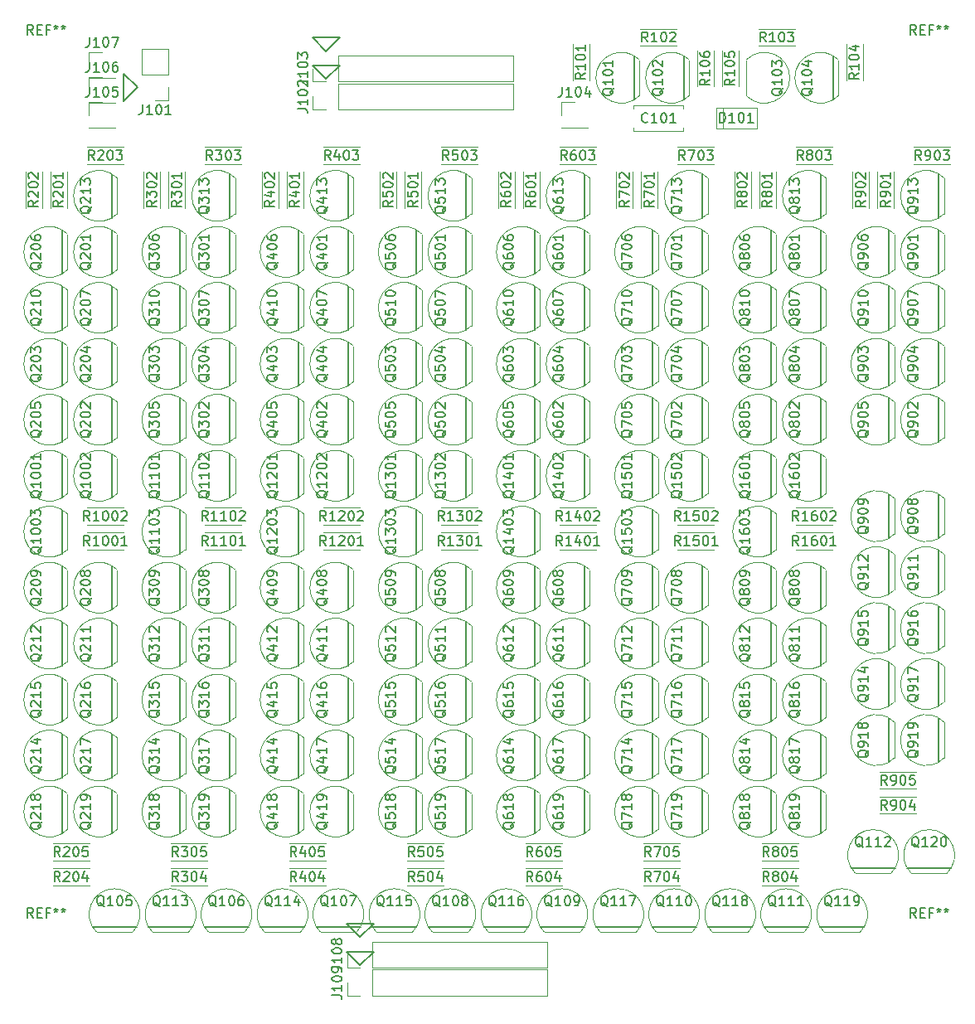
<source format=gbr>
G04 #@! TF.FileFunction,Legend,Top*
%FSLAX46Y46*%
G04 Gerber Fmt 4.6, Leading zero omitted, Abs format (unit mm)*
G04 Created by KiCad (PCBNEW 4.0.7-e2-6376~61~ubuntu18.04.1) date Sun Jul 14 07:48:48 2019*
%MOMM*%
%LPD*%
G01*
G04 APERTURE LIST*
%ADD10C,0.100000*%
%ADD11C,0.120000*%
%ADD12C,0.150000*%
G04 APERTURE END LIST*
D10*
D11*
X106302500Y-23772500D02*
X111422500Y-23772500D01*
X106302500Y-26392500D02*
X111422500Y-26392500D01*
X106302500Y-23772500D02*
X106302500Y-24086500D01*
X106302500Y-26078500D02*
X106302500Y-26392500D01*
X111422500Y-23772500D02*
X111422500Y-24086500D01*
X111422500Y-26078500D02*
X111422500Y-26392500D01*
X114780000Y-24022500D02*
X114780000Y-26142500D01*
X114780000Y-26142500D02*
X118900000Y-26142500D01*
X118900000Y-26142500D02*
X118900000Y-24022500D01*
X118900000Y-24022500D02*
X114780000Y-24022500D01*
X115440000Y-24022500D02*
X115440000Y-26142500D01*
D12*
X55689500Y-21907500D02*
X54292500Y-23304500D01*
X54292500Y-23304500D02*
X54292500Y-20510500D01*
X54292500Y-20510500D02*
X55689500Y-21907500D01*
D11*
X58797500Y-18037500D02*
X56137500Y-18037500D01*
X58797500Y-20637500D02*
X58797500Y-18037500D01*
X56137500Y-20637500D02*
X56137500Y-18037500D01*
X58797500Y-20637500D02*
X56137500Y-20637500D01*
X58797500Y-21907500D02*
X58797500Y-23237500D01*
X58797500Y-23237500D02*
X57467500Y-23237500D01*
D12*
X74930000Y-21082000D02*
X76327000Y-19685000D01*
X76327000Y-19685000D02*
X73533000Y-19685000D01*
X74930000Y-21082000D02*
X73533000Y-19685000D01*
D11*
X94040000Y-24190000D02*
X94040000Y-21530000D01*
X76200000Y-24190000D02*
X94040000Y-24190000D01*
X76200000Y-21530000D02*
X94040000Y-21530000D01*
X76200000Y-24190000D02*
X76200000Y-21530000D01*
X74930000Y-24190000D02*
X73600000Y-24190000D01*
X73600000Y-24190000D02*
X73600000Y-22860000D01*
D12*
X74930000Y-18224500D02*
X76327000Y-16827500D01*
X76327000Y-16827500D02*
X73533000Y-16827500D01*
X74930000Y-18224500D02*
X73533000Y-16827500D01*
D11*
X94040000Y-21332500D02*
X94040000Y-18672500D01*
X76200000Y-21332500D02*
X94040000Y-21332500D01*
X76200000Y-18672500D02*
X94040000Y-18672500D01*
X76200000Y-21332500D02*
X76200000Y-18672500D01*
X74930000Y-21332500D02*
X73600000Y-21332500D01*
X73600000Y-21332500D02*
X73600000Y-20002500D01*
X99000000Y-26095000D02*
X101660000Y-26095000D01*
X99000000Y-26035000D02*
X99000000Y-26095000D01*
X101660000Y-26035000D02*
X101660000Y-26095000D01*
X99000000Y-26035000D02*
X101660000Y-26035000D01*
X99000000Y-24765000D02*
X99000000Y-23435000D01*
X99000000Y-23435000D02*
X100330000Y-23435000D01*
X50740000Y-26095000D02*
X53400000Y-26095000D01*
X50740000Y-26035000D02*
X50740000Y-26095000D01*
X53400000Y-26035000D02*
X53400000Y-26095000D01*
X50740000Y-26035000D02*
X53400000Y-26035000D01*
X50740000Y-24765000D02*
X50740000Y-23435000D01*
X50740000Y-23435000D02*
X52070000Y-23435000D01*
X50740000Y-23555000D02*
X53400000Y-23555000D01*
X50740000Y-23495000D02*
X50740000Y-23555000D01*
X53400000Y-23495000D02*
X53400000Y-23555000D01*
X50740000Y-23495000D02*
X53400000Y-23495000D01*
X50740000Y-22225000D02*
X50740000Y-20895000D01*
X50740000Y-20895000D02*
X52070000Y-20895000D01*
X50740000Y-21015000D02*
X53400000Y-21015000D01*
X50740000Y-20955000D02*
X50740000Y-21015000D01*
X53400000Y-20955000D02*
X53400000Y-21015000D01*
X50740000Y-20955000D02*
X53400000Y-20955000D01*
X50740000Y-19685000D02*
X50740000Y-18355000D01*
X50740000Y-18355000D02*
X52070000Y-18355000D01*
D12*
X78422500Y-108712000D02*
X79819500Y-107315000D01*
X79819500Y-107315000D02*
X77025500Y-107315000D01*
X78422500Y-108712000D02*
X77025500Y-107315000D01*
D11*
X97532500Y-111820000D02*
X97532500Y-109160000D01*
X79692500Y-111820000D02*
X97532500Y-111820000D01*
X79692500Y-109160000D02*
X97532500Y-109160000D01*
X79692500Y-111820000D02*
X79692500Y-109160000D01*
X78422500Y-111820000D02*
X77092500Y-111820000D01*
X77092500Y-111820000D02*
X77092500Y-110490000D01*
D12*
X78422500Y-111569500D02*
X79819500Y-110172500D01*
X79819500Y-110172500D02*
X77025500Y-110172500D01*
X78422500Y-111569500D02*
X77025500Y-110172500D01*
D11*
X97532500Y-114677500D02*
X97532500Y-112017500D01*
X79692500Y-114677500D02*
X97532500Y-114677500D01*
X79692500Y-112017500D02*
X97532500Y-112017500D01*
X79692500Y-114677500D02*
X79692500Y-112017500D01*
X78422500Y-114677500D02*
X77092500Y-114677500D01*
X77092500Y-114677500D02*
X77092500Y-113347500D01*
D12*
X106387900Y-23190200D02*
X106387900Y-18719800D01*
D11*
X106942500Y-22755000D02*
X106942500Y-19155000D01*
X106930978Y-22793478D02*
G75*
G02X102492500Y-20955000I-1838478J1838478D01*
G01*
X106930978Y-19116522D02*
G75*
G03X102492500Y-20955000I-1838478J-1838478D01*
G01*
D12*
X111467900Y-23190200D02*
X111467900Y-18719800D01*
D11*
X112022500Y-22755000D02*
X112022500Y-19155000D01*
X112010978Y-22793478D02*
G75*
G02X107572500Y-20955000I-1838478J1838478D01*
G01*
X112010978Y-19116522D02*
G75*
G03X107572500Y-20955000I-1838478J-1838478D01*
G01*
X117847500Y-19155000D02*
X117847500Y-22755000D01*
X117859022Y-19116522D02*
G75*
G02X122297500Y-20955000I1838478J-1838478D01*
G01*
X117859022Y-22793478D02*
G75*
G03X122297500Y-20955000I1838478J1838478D01*
G01*
D12*
X126707900Y-23190200D02*
X126707900Y-18719800D01*
D11*
X127262500Y-22755000D02*
X127262500Y-19155000D01*
X127250978Y-22793478D02*
G75*
G02X122812500Y-20955000I-1838478J1838478D01*
G01*
X127250978Y-19116522D02*
G75*
G03X122812500Y-20955000I-1838478J-1838478D01*
G01*
D12*
X51104800Y-107657900D02*
X55575200Y-107657900D01*
D11*
X51540000Y-108212500D02*
X55140000Y-108212500D01*
X51501522Y-108200978D02*
G75*
G02X53340000Y-103762500I1838478J1838478D01*
G01*
X55178478Y-108200978D02*
G75*
G03X53340000Y-103762500I-1838478J1838478D01*
G01*
D12*
X62534800Y-107657900D02*
X67005200Y-107657900D01*
D11*
X62970000Y-108212500D02*
X66570000Y-108212500D01*
X62931522Y-108200978D02*
G75*
G02X64770000Y-103762500I1838478J1838478D01*
G01*
X66608478Y-108200978D02*
G75*
G03X64770000Y-103762500I-1838478J1838478D01*
G01*
D12*
X73964800Y-107657900D02*
X78435200Y-107657900D01*
D11*
X74400000Y-108212500D02*
X78000000Y-108212500D01*
X74361522Y-108200978D02*
G75*
G02X76200000Y-103762500I1838478J1838478D01*
G01*
X78038478Y-108200978D02*
G75*
G03X76200000Y-103762500I-1838478J1838478D01*
G01*
D12*
X85394800Y-107657900D02*
X89865200Y-107657900D01*
D11*
X85830000Y-108212500D02*
X89430000Y-108212500D01*
X85791522Y-108200978D02*
G75*
G02X87630000Y-103762500I1838478J1838478D01*
G01*
X89468478Y-108200978D02*
G75*
G03X87630000Y-103762500I-1838478J1838478D01*
G01*
D12*
X96824800Y-107657900D02*
X101295200Y-107657900D01*
D11*
X97260000Y-108212500D02*
X100860000Y-108212500D01*
X97221522Y-108200978D02*
G75*
G02X99060000Y-103762500I1838478J1838478D01*
G01*
X100898478Y-108200978D02*
G75*
G03X99060000Y-103762500I-1838478J1838478D01*
G01*
D12*
X108254800Y-107657900D02*
X112725200Y-107657900D01*
D11*
X108690000Y-108212500D02*
X112290000Y-108212500D01*
X108651522Y-108200978D02*
G75*
G02X110490000Y-103762500I1838478J1838478D01*
G01*
X112328478Y-108200978D02*
G75*
G03X110490000Y-103762500I-1838478J1838478D01*
G01*
D12*
X119684800Y-107657900D02*
X124155200Y-107657900D01*
D11*
X120120000Y-108212500D02*
X123720000Y-108212500D01*
X120081522Y-108200978D02*
G75*
G02X121920000Y-103762500I1838478J1838478D01*
G01*
X123758478Y-108200978D02*
G75*
G03X121920000Y-103762500I-1838478J1838478D01*
G01*
D12*
X128574800Y-101625400D02*
X133045200Y-101625400D01*
D11*
X129010000Y-102180000D02*
X132610000Y-102180000D01*
X128971522Y-102168478D02*
G75*
G02X130810000Y-97730000I1838478J1838478D01*
G01*
X132648478Y-102168478D02*
G75*
G03X130810000Y-97730000I-1838478J1838478D01*
G01*
D12*
X56819800Y-107657900D02*
X61290200Y-107657900D01*
D11*
X57255000Y-108212500D02*
X60855000Y-108212500D01*
X57216522Y-108200978D02*
G75*
G02X59055000Y-103762500I1838478J1838478D01*
G01*
X60893478Y-108200978D02*
G75*
G03X59055000Y-103762500I-1838478J1838478D01*
G01*
D12*
X68249800Y-107657900D02*
X72720200Y-107657900D01*
D11*
X68685000Y-108212500D02*
X72285000Y-108212500D01*
X68646522Y-108200978D02*
G75*
G02X70485000Y-103762500I1838478J1838478D01*
G01*
X72323478Y-108200978D02*
G75*
G03X70485000Y-103762500I-1838478J1838478D01*
G01*
D12*
X79679800Y-107657900D02*
X84150200Y-107657900D01*
D11*
X80115000Y-108212500D02*
X83715000Y-108212500D01*
X80076522Y-108200978D02*
G75*
G02X81915000Y-103762500I1838478J1838478D01*
G01*
X83753478Y-108200978D02*
G75*
G03X81915000Y-103762500I-1838478J1838478D01*
G01*
D12*
X91109800Y-107657900D02*
X95580200Y-107657900D01*
D11*
X91545000Y-108212500D02*
X95145000Y-108212500D01*
X91506522Y-108200978D02*
G75*
G02X93345000Y-103762500I1838478J1838478D01*
G01*
X95183478Y-108200978D02*
G75*
G03X93345000Y-103762500I-1838478J1838478D01*
G01*
D12*
X102539800Y-107657900D02*
X107010200Y-107657900D01*
D11*
X102975000Y-108212500D02*
X106575000Y-108212500D01*
X102936522Y-108200978D02*
G75*
G02X104775000Y-103762500I1838478J1838478D01*
G01*
X106613478Y-108200978D02*
G75*
G03X104775000Y-103762500I-1838478J1838478D01*
G01*
D12*
X113969800Y-107657900D02*
X118440200Y-107657900D01*
D11*
X114405000Y-108212500D02*
X118005000Y-108212500D01*
X114366522Y-108200978D02*
G75*
G02X116205000Y-103762500I1838478J1838478D01*
G01*
X118043478Y-108200978D02*
G75*
G03X116205000Y-103762500I-1838478J1838478D01*
G01*
D12*
X125399800Y-107657900D02*
X129870200Y-107657900D01*
D11*
X125835000Y-108212500D02*
X129435000Y-108212500D01*
X125796522Y-108200978D02*
G75*
G02X127635000Y-103762500I1838478J1838478D01*
G01*
X129473478Y-108200978D02*
G75*
G03X127635000Y-103762500I-1838478J1838478D01*
G01*
D12*
X134289800Y-101625400D02*
X138760200Y-101625400D01*
D11*
X134725000Y-102180000D02*
X138325000Y-102180000D01*
X134686522Y-102168478D02*
G75*
G02X136525000Y-97730000I1838478J1838478D01*
G01*
X138363478Y-102168478D02*
G75*
G03X136525000Y-97730000I-1838478J1838478D01*
G01*
D12*
X53047900Y-40970200D02*
X53047900Y-36499800D01*
D11*
X53602500Y-40535000D02*
X53602500Y-36935000D01*
X53590978Y-40573478D02*
G75*
G02X49152500Y-38735000I-1838478J1838478D01*
G01*
X53590978Y-36896522D02*
G75*
G03X49152500Y-38735000I-1838478J-1838478D01*
G01*
D12*
X53047900Y-58115200D02*
X53047900Y-53644800D01*
D11*
X53602500Y-57680000D02*
X53602500Y-54080000D01*
X53590978Y-57718478D02*
G75*
G02X49152500Y-55880000I-1838478J1838478D01*
G01*
X53590978Y-54041522D02*
G75*
G03X49152500Y-55880000I-1838478J-1838478D01*
G01*
D12*
X47967900Y-52400200D02*
X47967900Y-47929800D01*
D11*
X48522500Y-51965000D02*
X48522500Y-48365000D01*
X48510978Y-52003478D02*
G75*
G02X44072500Y-50165000I-1838478J1838478D01*
G01*
X48510978Y-48326522D02*
G75*
G03X44072500Y-50165000I-1838478J-1838478D01*
G01*
D12*
X53047900Y-52400200D02*
X53047900Y-47929800D01*
D11*
X53602500Y-51965000D02*
X53602500Y-48365000D01*
X53590978Y-52003478D02*
G75*
G02X49152500Y-50165000I-1838478J1838478D01*
G01*
X53590978Y-48326522D02*
G75*
G03X49152500Y-50165000I-1838478J-1838478D01*
G01*
D12*
X47967900Y-58115200D02*
X47967900Y-53644800D01*
D11*
X48522500Y-57680000D02*
X48522500Y-54080000D01*
X48510978Y-57718478D02*
G75*
G02X44072500Y-55880000I-1838478J1838478D01*
G01*
X48510978Y-54041522D02*
G75*
G03X44072500Y-55880000I-1838478J-1838478D01*
G01*
D12*
X47967900Y-40970200D02*
X47967900Y-36499800D01*
D11*
X48522500Y-40535000D02*
X48522500Y-36935000D01*
X48510978Y-40573478D02*
G75*
G02X44072500Y-38735000I-1838478J1838478D01*
G01*
X48510978Y-36896522D02*
G75*
G03X44072500Y-38735000I-1838478J-1838478D01*
G01*
D12*
X53047900Y-46685200D02*
X53047900Y-42214800D01*
D11*
X53602500Y-46250000D02*
X53602500Y-42650000D01*
X53590978Y-46288478D02*
G75*
G02X49152500Y-44450000I-1838478J1838478D01*
G01*
X53590978Y-42611522D02*
G75*
G03X49152500Y-44450000I-1838478J-1838478D01*
G01*
D12*
X53047900Y-75260200D02*
X53047900Y-70789800D01*
D11*
X53602500Y-74825000D02*
X53602500Y-71225000D01*
X53590978Y-74863478D02*
G75*
G02X49152500Y-73025000I-1838478J1838478D01*
G01*
X53590978Y-71186522D02*
G75*
G03X49152500Y-73025000I-1838478J-1838478D01*
G01*
D12*
X47967900Y-75260200D02*
X47967900Y-70789800D01*
D11*
X48522500Y-74825000D02*
X48522500Y-71225000D01*
X48510978Y-74863478D02*
G75*
G02X44072500Y-73025000I-1838478J1838478D01*
G01*
X48510978Y-71186522D02*
G75*
G03X44072500Y-73025000I-1838478J-1838478D01*
G01*
D12*
X47967900Y-46685200D02*
X47967900Y-42214800D01*
D11*
X48522500Y-46250000D02*
X48522500Y-42650000D01*
X48510978Y-46288478D02*
G75*
G02X44072500Y-44450000I-1838478J1838478D01*
G01*
X48510978Y-42611522D02*
G75*
G03X44072500Y-44450000I-1838478J-1838478D01*
G01*
D12*
X53047900Y-80975200D02*
X53047900Y-76504800D01*
D11*
X53602500Y-80540000D02*
X53602500Y-76940000D01*
X53590978Y-80578478D02*
G75*
G02X49152500Y-78740000I-1838478J1838478D01*
G01*
X53590978Y-76901522D02*
G75*
G03X49152500Y-78740000I-1838478J-1838478D01*
G01*
D12*
X47967900Y-80975200D02*
X47967900Y-76504800D01*
D11*
X48522500Y-80540000D02*
X48522500Y-76940000D01*
X48510978Y-80578478D02*
G75*
G02X44072500Y-78740000I-1838478J1838478D01*
G01*
X48510978Y-76901522D02*
G75*
G03X44072500Y-78740000I-1838478J-1838478D01*
G01*
D12*
X53047900Y-35255200D02*
X53047900Y-30784800D01*
D11*
X53602500Y-34820000D02*
X53602500Y-31220000D01*
X53590978Y-34858478D02*
G75*
G02X49152500Y-33020000I-1838478J1838478D01*
G01*
X53590978Y-31181522D02*
G75*
G03X49152500Y-33020000I-1838478J-1838478D01*
G01*
D12*
X47967900Y-92405200D02*
X47967900Y-87934800D01*
D11*
X48522500Y-91970000D02*
X48522500Y-88370000D01*
X48510978Y-92008478D02*
G75*
G02X44072500Y-90170000I-1838478J1838478D01*
G01*
X48510978Y-88331522D02*
G75*
G03X44072500Y-90170000I-1838478J-1838478D01*
G01*
D12*
X47967900Y-86690200D02*
X47967900Y-82219800D01*
D11*
X48522500Y-86255000D02*
X48522500Y-82655000D01*
X48510978Y-86293478D02*
G75*
G02X44072500Y-84455000I-1838478J1838478D01*
G01*
X48510978Y-82616522D02*
G75*
G03X44072500Y-84455000I-1838478J-1838478D01*
G01*
D12*
X53047900Y-86690200D02*
X53047900Y-82219800D01*
D11*
X53602500Y-86255000D02*
X53602500Y-82655000D01*
X53590978Y-86293478D02*
G75*
G02X49152500Y-84455000I-1838478J1838478D01*
G01*
X53590978Y-82616522D02*
G75*
G03X49152500Y-84455000I-1838478J-1838478D01*
G01*
D12*
X53047900Y-92405200D02*
X53047900Y-87934800D01*
D11*
X53602500Y-91970000D02*
X53602500Y-88370000D01*
X53590978Y-92008478D02*
G75*
G02X49152500Y-90170000I-1838478J1838478D01*
G01*
X53590978Y-88331522D02*
G75*
G03X49152500Y-90170000I-1838478J-1838478D01*
G01*
D12*
X47967900Y-98120200D02*
X47967900Y-93649800D01*
D11*
X48522500Y-97685000D02*
X48522500Y-94085000D01*
X48510978Y-97723478D02*
G75*
G02X44072500Y-95885000I-1838478J1838478D01*
G01*
X48510978Y-94046522D02*
G75*
G03X44072500Y-95885000I-1838478J-1838478D01*
G01*
D12*
X53047900Y-98120200D02*
X53047900Y-93649800D01*
D11*
X53602500Y-97685000D02*
X53602500Y-94085000D01*
X53590978Y-97723478D02*
G75*
G02X49152500Y-95885000I-1838478J1838478D01*
G01*
X53590978Y-94046522D02*
G75*
G03X49152500Y-95885000I-1838478J-1838478D01*
G01*
D12*
X65112900Y-40970200D02*
X65112900Y-36499800D01*
D11*
X65667500Y-40535000D02*
X65667500Y-36935000D01*
X65655978Y-40573478D02*
G75*
G02X61217500Y-38735000I-1838478J1838478D01*
G01*
X65655978Y-36896522D02*
G75*
G03X61217500Y-38735000I-1838478J-1838478D01*
G01*
D12*
X65112900Y-58115200D02*
X65112900Y-53644800D01*
D11*
X65667500Y-57680000D02*
X65667500Y-54080000D01*
X65655978Y-57718478D02*
G75*
G02X61217500Y-55880000I-1838478J1838478D01*
G01*
X65655978Y-54041522D02*
G75*
G03X61217500Y-55880000I-1838478J-1838478D01*
G01*
D12*
X60032900Y-52400200D02*
X60032900Y-47929800D01*
D11*
X60587500Y-51965000D02*
X60587500Y-48365000D01*
X60575978Y-52003478D02*
G75*
G02X56137500Y-50165000I-1838478J1838478D01*
G01*
X60575978Y-48326522D02*
G75*
G03X56137500Y-50165000I-1838478J-1838478D01*
G01*
D12*
X65112900Y-52400200D02*
X65112900Y-47929800D01*
D11*
X65667500Y-51965000D02*
X65667500Y-48365000D01*
X65655978Y-52003478D02*
G75*
G02X61217500Y-50165000I-1838478J1838478D01*
G01*
X65655978Y-48326522D02*
G75*
G03X61217500Y-50165000I-1838478J-1838478D01*
G01*
D12*
X60032900Y-58115200D02*
X60032900Y-53644800D01*
D11*
X60587500Y-57680000D02*
X60587500Y-54080000D01*
X60575978Y-57718478D02*
G75*
G02X56137500Y-55880000I-1838478J1838478D01*
G01*
X60575978Y-54041522D02*
G75*
G03X56137500Y-55880000I-1838478J-1838478D01*
G01*
D12*
X60032900Y-40970200D02*
X60032900Y-36499800D01*
D11*
X60587500Y-40535000D02*
X60587500Y-36935000D01*
X60575978Y-40573478D02*
G75*
G02X56137500Y-38735000I-1838478J1838478D01*
G01*
X60575978Y-36896522D02*
G75*
G03X56137500Y-38735000I-1838478J-1838478D01*
G01*
D12*
X65112900Y-46685200D02*
X65112900Y-42214800D01*
D11*
X65667500Y-46250000D02*
X65667500Y-42650000D01*
X65655978Y-46288478D02*
G75*
G02X61217500Y-44450000I-1838478J1838478D01*
G01*
X65655978Y-42611522D02*
G75*
G03X61217500Y-44450000I-1838478J-1838478D01*
G01*
D12*
X65112900Y-75260200D02*
X65112900Y-70789800D01*
D11*
X65667500Y-74825000D02*
X65667500Y-71225000D01*
X65655978Y-74863478D02*
G75*
G02X61217500Y-73025000I-1838478J1838478D01*
G01*
X65655978Y-71186522D02*
G75*
G03X61217500Y-73025000I-1838478J-1838478D01*
G01*
D12*
X60032900Y-75260200D02*
X60032900Y-70789800D01*
D11*
X60587500Y-74825000D02*
X60587500Y-71225000D01*
X60575978Y-74863478D02*
G75*
G02X56137500Y-73025000I-1838478J1838478D01*
G01*
X60575978Y-71186522D02*
G75*
G03X56137500Y-73025000I-1838478J-1838478D01*
G01*
D12*
X60032900Y-46685200D02*
X60032900Y-42214800D01*
D11*
X60587500Y-46250000D02*
X60587500Y-42650000D01*
X60575978Y-46288478D02*
G75*
G02X56137500Y-44450000I-1838478J1838478D01*
G01*
X60575978Y-42611522D02*
G75*
G03X56137500Y-44450000I-1838478J-1838478D01*
G01*
D12*
X65112900Y-80975200D02*
X65112900Y-76504800D01*
D11*
X65667500Y-80540000D02*
X65667500Y-76940000D01*
X65655978Y-80578478D02*
G75*
G02X61217500Y-78740000I-1838478J1838478D01*
G01*
X65655978Y-76901522D02*
G75*
G03X61217500Y-78740000I-1838478J-1838478D01*
G01*
D12*
X60032900Y-80975200D02*
X60032900Y-76504800D01*
D11*
X60587500Y-80540000D02*
X60587500Y-76940000D01*
X60575978Y-80578478D02*
G75*
G02X56137500Y-78740000I-1838478J1838478D01*
G01*
X60575978Y-76901522D02*
G75*
G03X56137500Y-78740000I-1838478J-1838478D01*
G01*
D12*
X65112900Y-35255200D02*
X65112900Y-30784800D01*
D11*
X65667500Y-34820000D02*
X65667500Y-31220000D01*
X65655978Y-34858478D02*
G75*
G02X61217500Y-33020000I-1838478J1838478D01*
G01*
X65655978Y-31181522D02*
G75*
G03X61217500Y-33020000I-1838478J-1838478D01*
G01*
D12*
X60032900Y-92405200D02*
X60032900Y-87934800D01*
D11*
X60587500Y-91970000D02*
X60587500Y-88370000D01*
X60575978Y-92008478D02*
G75*
G02X56137500Y-90170000I-1838478J1838478D01*
G01*
X60575978Y-88331522D02*
G75*
G03X56137500Y-90170000I-1838478J-1838478D01*
G01*
D12*
X60032900Y-86690200D02*
X60032900Y-82219800D01*
D11*
X60587500Y-86255000D02*
X60587500Y-82655000D01*
X60575978Y-86293478D02*
G75*
G02X56137500Y-84455000I-1838478J1838478D01*
G01*
X60575978Y-82616522D02*
G75*
G03X56137500Y-84455000I-1838478J-1838478D01*
G01*
D12*
X65112900Y-86690200D02*
X65112900Y-82219800D01*
D11*
X65667500Y-86255000D02*
X65667500Y-82655000D01*
X65655978Y-86293478D02*
G75*
G02X61217500Y-84455000I-1838478J1838478D01*
G01*
X65655978Y-82616522D02*
G75*
G03X61217500Y-84455000I-1838478J-1838478D01*
G01*
D12*
X65112900Y-92405200D02*
X65112900Y-87934800D01*
D11*
X65667500Y-91970000D02*
X65667500Y-88370000D01*
X65655978Y-92008478D02*
G75*
G02X61217500Y-90170000I-1838478J1838478D01*
G01*
X65655978Y-88331522D02*
G75*
G03X61217500Y-90170000I-1838478J-1838478D01*
G01*
D12*
X60032900Y-98120200D02*
X60032900Y-93649800D01*
D11*
X60587500Y-97685000D02*
X60587500Y-94085000D01*
X60575978Y-97723478D02*
G75*
G02X56137500Y-95885000I-1838478J1838478D01*
G01*
X60575978Y-94046522D02*
G75*
G03X56137500Y-95885000I-1838478J-1838478D01*
G01*
D12*
X65112900Y-98120200D02*
X65112900Y-93649800D01*
D11*
X65667500Y-97685000D02*
X65667500Y-94085000D01*
X65655978Y-97723478D02*
G75*
G02X61217500Y-95885000I-1838478J1838478D01*
G01*
X65655978Y-94046522D02*
G75*
G03X61217500Y-95885000I-1838478J-1838478D01*
G01*
D12*
X77177900Y-40970200D02*
X77177900Y-36499800D01*
D11*
X77732500Y-40535000D02*
X77732500Y-36935000D01*
X77720978Y-40573478D02*
G75*
G02X73282500Y-38735000I-1838478J1838478D01*
G01*
X77720978Y-36896522D02*
G75*
G03X73282500Y-38735000I-1838478J-1838478D01*
G01*
D12*
X77177900Y-58115200D02*
X77177900Y-53644800D01*
D11*
X77732500Y-57680000D02*
X77732500Y-54080000D01*
X77720978Y-57718478D02*
G75*
G02X73282500Y-55880000I-1838478J1838478D01*
G01*
X77720978Y-54041522D02*
G75*
G03X73282500Y-55880000I-1838478J-1838478D01*
G01*
D12*
X72097900Y-52400200D02*
X72097900Y-47929800D01*
D11*
X72652500Y-51965000D02*
X72652500Y-48365000D01*
X72640978Y-52003478D02*
G75*
G02X68202500Y-50165000I-1838478J1838478D01*
G01*
X72640978Y-48326522D02*
G75*
G03X68202500Y-50165000I-1838478J-1838478D01*
G01*
D12*
X77177900Y-52400200D02*
X77177900Y-47929800D01*
D11*
X77732500Y-51965000D02*
X77732500Y-48365000D01*
X77720978Y-52003478D02*
G75*
G02X73282500Y-50165000I-1838478J1838478D01*
G01*
X77720978Y-48326522D02*
G75*
G03X73282500Y-50165000I-1838478J-1838478D01*
G01*
D12*
X72097900Y-58115200D02*
X72097900Y-53644800D01*
D11*
X72652500Y-57680000D02*
X72652500Y-54080000D01*
X72640978Y-57718478D02*
G75*
G02X68202500Y-55880000I-1838478J1838478D01*
G01*
X72640978Y-54041522D02*
G75*
G03X68202500Y-55880000I-1838478J-1838478D01*
G01*
D12*
X72097900Y-40970200D02*
X72097900Y-36499800D01*
D11*
X72652500Y-40535000D02*
X72652500Y-36935000D01*
X72640978Y-40573478D02*
G75*
G02X68202500Y-38735000I-1838478J1838478D01*
G01*
X72640978Y-36896522D02*
G75*
G03X68202500Y-38735000I-1838478J-1838478D01*
G01*
D12*
X77177900Y-46685200D02*
X77177900Y-42214800D01*
D11*
X77732500Y-46250000D02*
X77732500Y-42650000D01*
X77720978Y-46288478D02*
G75*
G02X73282500Y-44450000I-1838478J1838478D01*
G01*
X77720978Y-42611522D02*
G75*
G03X73282500Y-44450000I-1838478J-1838478D01*
G01*
D12*
X77177900Y-75260200D02*
X77177900Y-70789800D01*
D11*
X77732500Y-74825000D02*
X77732500Y-71225000D01*
X77720978Y-74863478D02*
G75*
G02X73282500Y-73025000I-1838478J1838478D01*
G01*
X77720978Y-71186522D02*
G75*
G03X73282500Y-73025000I-1838478J-1838478D01*
G01*
D12*
X72097900Y-75260200D02*
X72097900Y-70789800D01*
D11*
X72652500Y-74825000D02*
X72652500Y-71225000D01*
X72640978Y-74863478D02*
G75*
G02X68202500Y-73025000I-1838478J1838478D01*
G01*
X72640978Y-71186522D02*
G75*
G03X68202500Y-73025000I-1838478J-1838478D01*
G01*
D12*
X72097900Y-46685200D02*
X72097900Y-42214800D01*
D11*
X72652500Y-46250000D02*
X72652500Y-42650000D01*
X72640978Y-46288478D02*
G75*
G02X68202500Y-44450000I-1838478J1838478D01*
G01*
X72640978Y-42611522D02*
G75*
G03X68202500Y-44450000I-1838478J-1838478D01*
G01*
D12*
X77177900Y-80975200D02*
X77177900Y-76504800D01*
D11*
X77732500Y-80540000D02*
X77732500Y-76940000D01*
X77720978Y-80578478D02*
G75*
G02X73282500Y-78740000I-1838478J1838478D01*
G01*
X77720978Y-76901522D02*
G75*
G03X73282500Y-78740000I-1838478J-1838478D01*
G01*
D12*
X72097900Y-80975200D02*
X72097900Y-76504800D01*
D11*
X72652500Y-80540000D02*
X72652500Y-76940000D01*
X72640978Y-80578478D02*
G75*
G02X68202500Y-78740000I-1838478J1838478D01*
G01*
X72640978Y-76901522D02*
G75*
G03X68202500Y-78740000I-1838478J-1838478D01*
G01*
D12*
X77177900Y-35255200D02*
X77177900Y-30784800D01*
D11*
X77732500Y-34820000D02*
X77732500Y-31220000D01*
X77720978Y-34858478D02*
G75*
G02X73282500Y-33020000I-1838478J1838478D01*
G01*
X77720978Y-31181522D02*
G75*
G03X73282500Y-33020000I-1838478J-1838478D01*
G01*
D12*
X72097900Y-92405200D02*
X72097900Y-87934800D01*
D11*
X72652500Y-91970000D02*
X72652500Y-88370000D01*
X72640978Y-92008478D02*
G75*
G02X68202500Y-90170000I-1838478J1838478D01*
G01*
X72640978Y-88331522D02*
G75*
G03X68202500Y-90170000I-1838478J-1838478D01*
G01*
D12*
X72097900Y-86690200D02*
X72097900Y-82219800D01*
D11*
X72652500Y-86255000D02*
X72652500Y-82655000D01*
X72640978Y-86293478D02*
G75*
G02X68202500Y-84455000I-1838478J1838478D01*
G01*
X72640978Y-82616522D02*
G75*
G03X68202500Y-84455000I-1838478J-1838478D01*
G01*
D12*
X77177900Y-86690200D02*
X77177900Y-82219800D01*
D11*
X77732500Y-86255000D02*
X77732500Y-82655000D01*
X77720978Y-86293478D02*
G75*
G02X73282500Y-84455000I-1838478J1838478D01*
G01*
X77720978Y-82616522D02*
G75*
G03X73282500Y-84455000I-1838478J-1838478D01*
G01*
D12*
X77177900Y-92405200D02*
X77177900Y-87934800D01*
D11*
X77732500Y-91970000D02*
X77732500Y-88370000D01*
X77720978Y-92008478D02*
G75*
G02X73282500Y-90170000I-1838478J1838478D01*
G01*
X77720978Y-88331522D02*
G75*
G03X73282500Y-90170000I-1838478J-1838478D01*
G01*
D12*
X72097900Y-98120200D02*
X72097900Y-93649800D01*
D11*
X72652500Y-97685000D02*
X72652500Y-94085000D01*
X72640978Y-97723478D02*
G75*
G02X68202500Y-95885000I-1838478J1838478D01*
G01*
X72640978Y-94046522D02*
G75*
G03X68202500Y-95885000I-1838478J-1838478D01*
G01*
D12*
X77177900Y-98120200D02*
X77177900Y-93649800D01*
D11*
X77732500Y-97685000D02*
X77732500Y-94085000D01*
X77720978Y-97723478D02*
G75*
G02X73282500Y-95885000I-1838478J1838478D01*
G01*
X77720978Y-94046522D02*
G75*
G03X73282500Y-95885000I-1838478J-1838478D01*
G01*
D12*
X89242900Y-40970200D02*
X89242900Y-36499800D01*
D11*
X89797500Y-40535000D02*
X89797500Y-36935000D01*
X89785978Y-40573478D02*
G75*
G02X85347500Y-38735000I-1838478J1838478D01*
G01*
X89785978Y-36896522D02*
G75*
G03X85347500Y-38735000I-1838478J-1838478D01*
G01*
D12*
X89242900Y-58115200D02*
X89242900Y-53644800D01*
D11*
X89797500Y-57680000D02*
X89797500Y-54080000D01*
X89785978Y-57718478D02*
G75*
G02X85347500Y-55880000I-1838478J1838478D01*
G01*
X89785978Y-54041522D02*
G75*
G03X85347500Y-55880000I-1838478J-1838478D01*
G01*
D12*
X84162900Y-52400200D02*
X84162900Y-47929800D01*
D11*
X84717500Y-51965000D02*
X84717500Y-48365000D01*
X84705978Y-52003478D02*
G75*
G02X80267500Y-50165000I-1838478J1838478D01*
G01*
X84705978Y-48326522D02*
G75*
G03X80267500Y-50165000I-1838478J-1838478D01*
G01*
D12*
X89242900Y-52400200D02*
X89242900Y-47929800D01*
D11*
X89797500Y-51965000D02*
X89797500Y-48365000D01*
X89785978Y-52003478D02*
G75*
G02X85347500Y-50165000I-1838478J1838478D01*
G01*
X89785978Y-48326522D02*
G75*
G03X85347500Y-50165000I-1838478J-1838478D01*
G01*
D12*
X84162900Y-58115200D02*
X84162900Y-53644800D01*
D11*
X84717500Y-57680000D02*
X84717500Y-54080000D01*
X84705978Y-57718478D02*
G75*
G02X80267500Y-55880000I-1838478J1838478D01*
G01*
X84705978Y-54041522D02*
G75*
G03X80267500Y-55880000I-1838478J-1838478D01*
G01*
D12*
X84162900Y-40970200D02*
X84162900Y-36499800D01*
D11*
X84717500Y-40535000D02*
X84717500Y-36935000D01*
X84705978Y-40573478D02*
G75*
G02X80267500Y-38735000I-1838478J1838478D01*
G01*
X84705978Y-36896522D02*
G75*
G03X80267500Y-38735000I-1838478J-1838478D01*
G01*
D12*
X89242900Y-46685200D02*
X89242900Y-42214800D01*
D11*
X89797500Y-46250000D02*
X89797500Y-42650000D01*
X89785978Y-46288478D02*
G75*
G02X85347500Y-44450000I-1838478J1838478D01*
G01*
X89785978Y-42611522D02*
G75*
G03X85347500Y-44450000I-1838478J-1838478D01*
G01*
D12*
X89242900Y-75260200D02*
X89242900Y-70789800D01*
D11*
X89797500Y-74825000D02*
X89797500Y-71225000D01*
X89785978Y-74863478D02*
G75*
G02X85347500Y-73025000I-1838478J1838478D01*
G01*
X89785978Y-71186522D02*
G75*
G03X85347500Y-73025000I-1838478J-1838478D01*
G01*
D12*
X84162900Y-75260200D02*
X84162900Y-70789800D01*
D11*
X84717500Y-74825000D02*
X84717500Y-71225000D01*
X84705978Y-74863478D02*
G75*
G02X80267500Y-73025000I-1838478J1838478D01*
G01*
X84705978Y-71186522D02*
G75*
G03X80267500Y-73025000I-1838478J-1838478D01*
G01*
D12*
X84162900Y-46685200D02*
X84162900Y-42214800D01*
D11*
X84717500Y-46250000D02*
X84717500Y-42650000D01*
X84705978Y-46288478D02*
G75*
G02X80267500Y-44450000I-1838478J1838478D01*
G01*
X84705978Y-42611522D02*
G75*
G03X80267500Y-44450000I-1838478J-1838478D01*
G01*
D12*
X89242900Y-80975200D02*
X89242900Y-76504800D01*
D11*
X89797500Y-80540000D02*
X89797500Y-76940000D01*
X89785978Y-80578478D02*
G75*
G02X85347500Y-78740000I-1838478J1838478D01*
G01*
X89785978Y-76901522D02*
G75*
G03X85347500Y-78740000I-1838478J-1838478D01*
G01*
D12*
X84162900Y-80975200D02*
X84162900Y-76504800D01*
D11*
X84717500Y-80540000D02*
X84717500Y-76940000D01*
X84705978Y-80578478D02*
G75*
G02X80267500Y-78740000I-1838478J1838478D01*
G01*
X84705978Y-76901522D02*
G75*
G03X80267500Y-78740000I-1838478J-1838478D01*
G01*
D12*
X89242900Y-35255200D02*
X89242900Y-30784800D01*
D11*
X89797500Y-34820000D02*
X89797500Y-31220000D01*
X89785978Y-34858478D02*
G75*
G02X85347500Y-33020000I-1838478J1838478D01*
G01*
X89785978Y-31181522D02*
G75*
G03X85347500Y-33020000I-1838478J-1838478D01*
G01*
D12*
X84162900Y-92405200D02*
X84162900Y-87934800D01*
D11*
X84717500Y-91970000D02*
X84717500Y-88370000D01*
X84705978Y-92008478D02*
G75*
G02X80267500Y-90170000I-1838478J1838478D01*
G01*
X84705978Y-88331522D02*
G75*
G03X80267500Y-90170000I-1838478J-1838478D01*
G01*
D12*
X84162900Y-86690200D02*
X84162900Y-82219800D01*
D11*
X84717500Y-86255000D02*
X84717500Y-82655000D01*
X84705978Y-86293478D02*
G75*
G02X80267500Y-84455000I-1838478J1838478D01*
G01*
X84705978Y-82616522D02*
G75*
G03X80267500Y-84455000I-1838478J-1838478D01*
G01*
D12*
X89242900Y-92405200D02*
X89242900Y-87934800D01*
D11*
X89797500Y-91970000D02*
X89797500Y-88370000D01*
X89785978Y-92008478D02*
G75*
G02X85347500Y-90170000I-1838478J1838478D01*
G01*
X89785978Y-88331522D02*
G75*
G03X85347500Y-90170000I-1838478J-1838478D01*
G01*
D12*
X84162900Y-98120200D02*
X84162900Y-93649800D01*
D11*
X84717500Y-97685000D02*
X84717500Y-94085000D01*
X84705978Y-97723478D02*
G75*
G02X80267500Y-95885000I-1838478J1838478D01*
G01*
X84705978Y-94046522D02*
G75*
G03X80267500Y-95885000I-1838478J-1838478D01*
G01*
D12*
X89242900Y-98120200D02*
X89242900Y-93649800D01*
D11*
X89797500Y-97685000D02*
X89797500Y-94085000D01*
X89785978Y-97723478D02*
G75*
G02X85347500Y-95885000I-1838478J1838478D01*
G01*
X89785978Y-94046522D02*
G75*
G03X85347500Y-95885000I-1838478J-1838478D01*
G01*
D12*
X101307900Y-40970200D02*
X101307900Y-36499800D01*
D11*
X101862500Y-40535000D02*
X101862500Y-36935000D01*
X101850978Y-40573478D02*
G75*
G02X97412500Y-38735000I-1838478J1838478D01*
G01*
X101850978Y-36896522D02*
G75*
G03X97412500Y-38735000I-1838478J-1838478D01*
G01*
D12*
X101307900Y-58115200D02*
X101307900Y-53644800D01*
D11*
X101862500Y-57680000D02*
X101862500Y-54080000D01*
X101850978Y-57718478D02*
G75*
G02X97412500Y-55880000I-1838478J1838478D01*
G01*
X101850978Y-54041522D02*
G75*
G03X97412500Y-55880000I-1838478J-1838478D01*
G01*
D12*
X96227900Y-52400200D02*
X96227900Y-47929800D01*
D11*
X96782500Y-51965000D02*
X96782500Y-48365000D01*
X96770978Y-52003478D02*
G75*
G02X92332500Y-50165000I-1838478J1838478D01*
G01*
X96770978Y-48326522D02*
G75*
G03X92332500Y-50165000I-1838478J-1838478D01*
G01*
D12*
X101307900Y-52400200D02*
X101307900Y-47929800D01*
D11*
X101862500Y-51965000D02*
X101862500Y-48365000D01*
X101850978Y-52003478D02*
G75*
G02X97412500Y-50165000I-1838478J1838478D01*
G01*
X101850978Y-48326522D02*
G75*
G03X97412500Y-50165000I-1838478J-1838478D01*
G01*
D12*
X96227900Y-58115200D02*
X96227900Y-53644800D01*
D11*
X96782500Y-57680000D02*
X96782500Y-54080000D01*
X96770978Y-57718478D02*
G75*
G02X92332500Y-55880000I-1838478J1838478D01*
G01*
X96770978Y-54041522D02*
G75*
G03X92332500Y-55880000I-1838478J-1838478D01*
G01*
D12*
X96227900Y-40970200D02*
X96227900Y-36499800D01*
D11*
X96782500Y-40535000D02*
X96782500Y-36935000D01*
X96770978Y-40573478D02*
G75*
G02X92332500Y-38735000I-1838478J1838478D01*
G01*
X96770978Y-36896522D02*
G75*
G03X92332500Y-38735000I-1838478J-1838478D01*
G01*
D12*
X101307900Y-46685200D02*
X101307900Y-42214800D01*
D11*
X101862500Y-46250000D02*
X101862500Y-42650000D01*
X101850978Y-46288478D02*
G75*
G02X97412500Y-44450000I-1838478J1838478D01*
G01*
X101850978Y-42611522D02*
G75*
G03X97412500Y-44450000I-1838478J-1838478D01*
G01*
D12*
X101307900Y-75260200D02*
X101307900Y-70789800D01*
D11*
X101862500Y-74825000D02*
X101862500Y-71225000D01*
X101850978Y-74863478D02*
G75*
G02X97412500Y-73025000I-1838478J1838478D01*
G01*
X101850978Y-71186522D02*
G75*
G03X97412500Y-73025000I-1838478J-1838478D01*
G01*
D12*
X96227900Y-75260200D02*
X96227900Y-70789800D01*
D11*
X96782500Y-74825000D02*
X96782500Y-71225000D01*
X96770978Y-74863478D02*
G75*
G02X92332500Y-73025000I-1838478J1838478D01*
G01*
X96770978Y-71186522D02*
G75*
G03X92332500Y-73025000I-1838478J-1838478D01*
G01*
D12*
X96227900Y-46685200D02*
X96227900Y-42214800D01*
D11*
X96782500Y-46250000D02*
X96782500Y-42650000D01*
X96770978Y-46288478D02*
G75*
G02X92332500Y-44450000I-1838478J1838478D01*
G01*
X96770978Y-42611522D02*
G75*
G03X92332500Y-44450000I-1838478J-1838478D01*
G01*
D12*
X101307900Y-80975200D02*
X101307900Y-76504800D01*
D11*
X101862500Y-80540000D02*
X101862500Y-76940000D01*
X101850978Y-80578478D02*
G75*
G02X97412500Y-78740000I-1838478J1838478D01*
G01*
X101850978Y-76901522D02*
G75*
G03X97412500Y-78740000I-1838478J-1838478D01*
G01*
D12*
X96227900Y-80975200D02*
X96227900Y-76504800D01*
D11*
X96782500Y-80540000D02*
X96782500Y-76940000D01*
X96770978Y-80578478D02*
G75*
G02X92332500Y-78740000I-1838478J1838478D01*
G01*
X96770978Y-76901522D02*
G75*
G03X92332500Y-78740000I-1838478J-1838478D01*
G01*
D12*
X101307900Y-35255200D02*
X101307900Y-30784800D01*
D11*
X101862500Y-34820000D02*
X101862500Y-31220000D01*
X101850978Y-34858478D02*
G75*
G02X97412500Y-33020000I-1838478J1838478D01*
G01*
X101850978Y-31181522D02*
G75*
G03X97412500Y-33020000I-1838478J-1838478D01*
G01*
D12*
X96227900Y-92405200D02*
X96227900Y-87934800D01*
D11*
X96782500Y-91970000D02*
X96782500Y-88370000D01*
X96770978Y-92008478D02*
G75*
G02X92332500Y-90170000I-1838478J1838478D01*
G01*
X96770978Y-88331522D02*
G75*
G03X92332500Y-90170000I-1838478J-1838478D01*
G01*
D12*
X96227900Y-86690200D02*
X96227900Y-82219800D01*
D11*
X96782500Y-86255000D02*
X96782500Y-82655000D01*
X96770978Y-86293478D02*
G75*
G02X92332500Y-84455000I-1838478J1838478D01*
G01*
X96770978Y-82616522D02*
G75*
G03X92332500Y-84455000I-1838478J-1838478D01*
G01*
D12*
X101307900Y-86690200D02*
X101307900Y-82219800D01*
D11*
X101862500Y-86255000D02*
X101862500Y-82655000D01*
X101850978Y-86293478D02*
G75*
G02X97412500Y-84455000I-1838478J1838478D01*
G01*
X101850978Y-82616522D02*
G75*
G03X97412500Y-84455000I-1838478J-1838478D01*
G01*
D12*
X101307900Y-92405200D02*
X101307900Y-87934800D01*
D11*
X101862500Y-91970000D02*
X101862500Y-88370000D01*
X101850978Y-92008478D02*
G75*
G02X97412500Y-90170000I-1838478J1838478D01*
G01*
X101850978Y-88331522D02*
G75*
G03X97412500Y-90170000I-1838478J-1838478D01*
G01*
D12*
X96227900Y-98120200D02*
X96227900Y-93649800D01*
D11*
X96782500Y-97685000D02*
X96782500Y-94085000D01*
X96770978Y-97723478D02*
G75*
G02X92332500Y-95885000I-1838478J1838478D01*
G01*
X96770978Y-94046522D02*
G75*
G03X92332500Y-95885000I-1838478J-1838478D01*
G01*
D12*
X101307900Y-98120200D02*
X101307900Y-93649800D01*
D11*
X101862500Y-97685000D02*
X101862500Y-94085000D01*
X101850978Y-97723478D02*
G75*
G02X97412500Y-95885000I-1838478J1838478D01*
G01*
X101850978Y-94046522D02*
G75*
G03X97412500Y-95885000I-1838478J-1838478D01*
G01*
D12*
X113372900Y-40970200D02*
X113372900Y-36499800D01*
D11*
X113927500Y-40535000D02*
X113927500Y-36935000D01*
X113915978Y-40573478D02*
G75*
G02X109477500Y-38735000I-1838478J1838478D01*
G01*
X113915978Y-36896522D02*
G75*
G03X109477500Y-38735000I-1838478J-1838478D01*
G01*
D12*
X113372900Y-58115200D02*
X113372900Y-53644800D01*
D11*
X113927500Y-57680000D02*
X113927500Y-54080000D01*
X113915978Y-57718478D02*
G75*
G02X109477500Y-55880000I-1838478J1838478D01*
G01*
X113915978Y-54041522D02*
G75*
G03X109477500Y-55880000I-1838478J-1838478D01*
G01*
D12*
X108292900Y-52400200D02*
X108292900Y-47929800D01*
D11*
X108847500Y-51965000D02*
X108847500Y-48365000D01*
X108835978Y-52003478D02*
G75*
G02X104397500Y-50165000I-1838478J1838478D01*
G01*
X108835978Y-48326522D02*
G75*
G03X104397500Y-50165000I-1838478J-1838478D01*
G01*
D12*
X113372900Y-52400200D02*
X113372900Y-47929800D01*
D11*
X113927500Y-51965000D02*
X113927500Y-48365000D01*
X113915978Y-52003478D02*
G75*
G02X109477500Y-50165000I-1838478J1838478D01*
G01*
X113915978Y-48326522D02*
G75*
G03X109477500Y-50165000I-1838478J-1838478D01*
G01*
D12*
X108292900Y-58115200D02*
X108292900Y-53644800D01*
D11*
X108847500Y-57680000D02*
X108847500Y-54080000D01*
X108835978Y-57718478D02*
G75*
G02X104397500Y-55880000I-1838478J1838478D01*
G01*
X108835978Y-54041522D02*
G75*
G03X104397500Y-55880000I-1838478J-1838478D01*
G01*
D12*
X108292900Y-40970200D02*
X108292900Y-36499800D01*
D11*
X108847500Y-40535000D02*
X108847500Y-36935000D01*
X108835978Y-40573478D02*
G75*
G02X104397500Y-38735000I-1838478J1838478D01*
G01*
X108835978Y-36896522D02*
G75*
G03X104397500Y-38735000I-1838478J-1838478D01*
G01*
D12*
X113372900Y-46685200D02*
X113372900Y-42214800D01*
D11*
X113927500Y-46250000D02*
X113927500Y-42650000D01*
X113915978Y-46288478D02*
G75*
G02X109477500Y-44450000I-1838478J1838478D01*
G01*
X113915978Y-42611522D02*
G75*
G03X109477500Y-44450000I-1838478J-1838478D01*
G01*
D12*
X113372900Y-75260200D02*
X113372900Y-70789800D01*
D11*
X113927500Y-74825000D02*
X113927500Y-71225000D01*
X113915978Y-74863478D02*
G75*
G02X109477500Y-73025000I-1838478J1838478D01*
G01*
X113915978Y-71186522D02*
G75*
G03X109477500Y-73025000I-1838478J-1838478D01*
G01*
D12*
X108292900Y-75260200D02*
X108292900Y-70789800D01*
D11*
X108847500Y-74825000D02*
X108847500Y-71225000D01*
X108835978Y-74863478D02*
G75*
G02X104397500Y-73025000I-1838478J1838478D01*
G01*
X108835978Y-71186522D02*
G75*
G03X104397500Y-73025000I-1838478J-1838478D01*
G01*
D12*
X108292900Y-46685200D02*
X108292900Y-42214800D01*
D11*
X108847500Y-46250000D02*
X108847500Y-42650000D01*
X108835978Y-46288478D02*
G75*
G02X104397500Y-44450000I-1838478J1838478D01*
G01*
X108835978Y-42611522D02*
G75*
G03X104397500Y-44450000I-1838478J-1838478D01*
G01*
D12*
X113372900Y-80975200D02*
X113372900Y-76504800D01*
D11*
X113927500Y-80540000D02*
X113927500Y-76940000D01*
X113915978Y-80578478D02*
G75*
G02X109477500Y-78740000I-1838478J1838478D01*
G01*
X113915978Y-76901522D02*
G75*
G03X109477500Y-78740000I-1838478J-1838478D01*
G01*
D12*
X108292900Y-80975200D02*
X108292900Y-76504800D01*
D11*
X108847500Y-80540000D02*
X108847500Y-76940000D01*
X108835978Y-80578478D02*
G75*
G02X104397500Y-78740000I-1838478J1838478D01*
G01*
X108835978Y-76901522D02*
G75*
G03X104397500Y-78740000I-1838478J-1838478D01*
G01*
D12*
X113372900Y-35255200D02*
X113372900Y-30784800D01*
D11*
X113927500Y-34820000D02*
X113927500Y-31220000D01*
X113915978Y-34858478D02*
G75*
G02X109477500Y-33020000I-1838478J1838478D01*
G01*
X113915978Y-31181522D02*
G75*
G03X109477500Y-33020000I-1838478J-1838478D01*
G01*
D12*
X108292900Y-92405200D02*
X108292900Y-87934800D01*
D11*
X108847500Y-91970000D02*
X108847500Y-88370000D01*
X108835978Y-92008478D02*
G75*
G02X104397500Y-90170000I-1838478J1838478D01*
G01*
X108835978Y-88331522D02*
G75*
G03X104397500Y-90170000I-1838478J-1838478D01*
G01*
D12*
X108292900Y-86690200D02*
X108292900Y-82219800D01*
D11*
X108847500Y-86255000D02*
X108847500Y-82655000D01*
X108835978Y-86293478D02*
G75*
G02X104397500Y-84455000I-1838478J1838478D01*
G01*
X108835978Y-82616522D02*
G75*
G03X104397500Y-84455000I-1838478J-1838478D01*
G01*
D12*
X113372900Y-86690200D02*
X113372900Y-82219800D01*
D11*
X113927500Y-86255000D02*
X113927500Y-82655000D01*
X113915978Y-86293478D02*
G75*
G02X109477500Y-84455000I-1838478J1838478D01*
G01*
X113915978Y-82616522D02*
G75*
G03X109477500Y-84455000I-1838478J-1838478D01*
G01*
D12*
X113372900Y-92405200D02*
X113372900Y-87934800D01*
D11*
X113927500Y-91970000D02*
X113927500Y-88370000D01*
X113915978Y-92008478D02*
G75*
G02X109477500Y-90170000I-1838478J1838478D01*
G01*
X113915978Y-88331522D02*
G75*
G03X109477500Y-90170000I-1838478J-1838478D01*
G01*
D12*
X108292900Y-98120200D02*
X108292900Y-93649800D01*
D11*
X108847500Y-97685000D02*
X108847500Y-94085000D01*
X108835978Y-97723478D02*
G75*
G02X104397500Y-95885000I-1838478J1838478D01*
G01*
X108835978Y-94046522D02*
G75*
G03X104397500Y-95885000I-1838478J-1838478D01*
G01*
D12*
X113372900Y-98120200D02*
X113372900Y-93649800D01*
D11*
X113927500Y-97685000D02*
X113927500Y-94085000D01*
X113915978Y-97723478D02*
G75*
G02X109477500Y-95885000I-1838478J1838478D01*
G01*
X113915978Y-94046522D02*
G75*
G03X109477500Y-95885000I-1838478J-1838478D01*
G01*
D12*
X125437900Y-40970200D02*
X125437900Y-36499800D01*
D11*
X125992500Y-40535000D02*
X125992500Y-36935000D01*
X125980978Y-40573478D02*
G75*
G02X121542500Y-38735000I-1838478J1838478D01*
G01*
X125980978Y-36896522D02*
G75*
G03X121542500Y-38735000I-1838478J-1838478D01*
G01*
D12*
X125437900Y-58115200D02*
X125437900Y-53644800D01*
D11*
X125992500Y-57680000D02*
X125992500Y-54080000D01*
X125980978Y-57718478D02*
G75*
G02X121542500Y-55880000I-1838478J1838478D01*
G01*
X125980978Y-54041522D02*
G75*
G03X121542500Y-55880000I-1838478J-1838478D01*
G01*
D12*
X120357900Y-52400200D02*
X120357900Y-47929800D01*
D11*
X120912500Y-51965000D02*
X120912500Y-48365000D01*
X120900978Y-52003478D02*
G75*
G02X116462500Y-50165000I-1838478J1838478D01*
G01*
X120900978Y-48326522D02*
G75*
G03X116462500Y-50165000I-1838478J-1838478D01*
G01*
D12*
X125437900Y-52400200D02*
X125437900Y-47929800D01*
D11*
X125992500Y-51965000D02*
X125992500Y-48365000D01*
X125980978Y-52003478D02*
G75*
G02X121542500Y-50165000I-1838478J1838478D01*
G01*
X125980978Y-48326522D02*
G75*
G03X121542500Y-50165000I-1838478J-1838478D01*
G01*
D12*
X120357900Y-58115200D02*
X120357900Y-53644800D01*
D11*
X120912500Y-57680000D02*
X120912500Y-54080000D01*
X120900978Y-57718478D02*
G75*
G02X116462500Y-55880000I-1838478J1838478D01*
G01*
X120900978Y-54041522D02*
G75*
G03X116462500Y-55880000I-1838478J-1838478D01*
G01*
D12*
X120357900Y-40970200D02*
X120357900Y-36499800D01*
D11*
X120912500Y-40535000D02*
X120912500Y-36935000D01*
X120900978Y-40573478D02*
G75*
G02X116462500Y-38735000I-1838478J1838478D01*
G01*
X120900978Y-36896522D02*
G75*
G03X116462500Y-38735000I-1838478J-1838478D01*
G01*
D12*
X125437900Y-46685200D02*
X125437900Y-42214800D01*
D11*
X125992500Y-46250000D02*
X125992500Y-42650000D01*
X125980978Y-46288478D02*
G75*
G02X121542500Y-44450000I-1838478J1838478D01*
G01*
X125980978Y-42611522D02*
G75*
G03X121542500Y-44450000I-1838478J-1838478D01*
G01*
D12*
X125437900Y-75260200D02*
X125437900Y-70789800D01*
D11*
X125992500Y-74825000D02*
X125992500Y-71225000D01*
X125980978Y-74863478D02*
G75*
G02X121542500Y-73025000I-1838478J1838478D01*
G01*
X125980978Y-71186522D02*
G75*
G03X121542500Y-73025000I-1838478J-1838478D01*
G01*
D12*
X120357900Y-75260200D02*
X120357900Y-70789800D01*
D11*
X120912500Y-74825000D02*
X120912500Y-71225000D01*
X120900978Y-74863478D02*
G75*
G02X116462500Y-73025000I-1838478J1838478D01*
G01*
X120900978Y-71186522D02*
G75*
G03X116462500Y-73025000I-1838478J-1838478D01*
G01*
D12*
X120357900Y-46685200D02*
X120357900Y-42214800D01*
D11*
X120912500Y-46250000D02*
X120912500Y-42650000D01*
X120900978Y-46288478D02*
G75*
G02X116462500Y-44450000I-1838478J1838478D01*
G01*
X120900978Y-42611522D02*
G75*
G03X116462500Y-44450000I-1838478J-1838478D01*
G01*
D12*
X125437900Y-80975200D02*
X125437900Y-76504800D01*
D11*
X125992500Y-80540000D02*
X125992500Y-76940000D01*
X125980978Y-80578478D02*
G75*
G02X121542500Y-78740000I-1838478J1838478D01*
G01*
X125980978Y-76901522D02*
G75*
G03X121542500Y-78740000I-1838478J-1838478D01*
G01*
D12*
X120357900Y-80975200D02*
X120357900Y-76504800D01*
D11*
X120912500Y-80540000D02*
X120912500Y-76940000D01*
X120900978Y-80578478D02*
G75*
G02X116462500Y-78740000I-1838478J1838478D01*
G01*
X120900978Y-76901522D02*
G75*
G03X116462500Y-78740000I-1838478J-1838478D01*
G01*
D12*
X125437900Y-35255200D02*
X125437900Y-30784800D01*
D11*
X125992500Y-34820000D02*
X125992500Y-31220000D01*
X125980978Y-34858478D02*
G75*
G02X121542500Y-33020000I-1838478J1838478D01*
G01*
X125980978Y-31181522D02*
G75*
G03X121542500Y-33020000I-1838478J-1838478D01*
G01*
D12*
X120357900Y-92405200D02*
X120357900Y-87934800D01*
D11*
X120912500Y-91970000D02*
X120912500Y-88370000D01*
X120900978Y-92008478D02*
G75*
G02X116462500Y-90170000I-1838478J1838478D01*
G01*
X120900978Y-88331522D02*
G75*
G03X116462500Y-90170000I-1838478J-1838478D01*
G01*
D12*
X120357900Y-86690200D02*
X120357900Y-82219800D01*
D11*
X120912500Y-86255000D02*
X120912500Y-82655000D01*
X120900978Y-86293478D02*
G75*
G02X116462500Y-84455000I-1838478J1838478D01*
G01*
X120900978Y-82616522D02*
G75*
G03X116462500Y-84455000I-1838478J-1838478D01*
G01*
D12*
X125437900Y-86690200D02*
X125437900Y-82219800D01*
D11*
X125992500Y-86255000D02*
X125992500Y-82655000D01*
X125980978Y-86293478D02*
G75*
G02X121542500Y-84455000I-1838478J1838478D01*
G01*
X125980978Y-82616522D02*
G75*
G03X121542500Y-84455000I-1838478J-1838478D01*
G01*
D12*
X125437900Y-92405200D02*
X125437900Y-87934800D01*
D11*
X125992500Y-91970000D02*
X125992500Y-88370000D01*
X125980978Y-92008478D02*
G75*
G02X121542500Y-90170000I-1838478J1838478D01*
G01*
X125980978Y-88331522D02*
G75*
G03X121542500Y-90170000I-1838478J-1838478D01*
G01*
D12*
X120357900Y-98120200D02*
X120357900Y-93649800D01*
D11*
X120912500Y-97685000D02*
X120912500Y-94085000D01*
X120900978Y-97723478D02*
G75*
G02X116462500Y-95885000I-1838478J1838478D01*
G01*
X120900978Y-94046522D02*
G75*
G03X116462500Y-95885000I-1838478J-1838478D01*
G01*
D12*
X125437900Y-98120200D02*
X125437900Y-93649800D01*
D11*
X125992500Y-97685000D02*
X125992500Y-94085000D01*
X125980978Y-97723478D02*
G75*
G02X121542500Y-95885000I-1838478J1838478D01*
G01*
X125980978Y-94046522D02*
G75*
G03X121542500Y-95885000I-1838478J-1838478D01*
G01*
D12*
X137502900Y-40970200D02*
X137502900Y-36499800D01*
D11*
X138057500Y-40535000D02*
X138057500Y-36935000D01*
X138045978Y-40573478D02*
G75*
G02X133607500Y-38735000I-1838478J1838478D01*
G01*
X138045978Y-36896522D02*
G75*
G03X133607500Y-38735000I-1838478J-1838478D01*
G01*
D12*
X137502900Y-58115200D02*
X137502900Y-53644800D01*
D11*
X138057500Y-57680000D02*
X138057500Y-54080000D01*
X138045978Y-57718478D02*
G75*
G02X133607500Y-55880000I-1838478J1838478D01*
G01*
X138045978Y-54041522D02*
G75*
G03X133607500Y-55880000I-1838478J-1838478D01*
G01*
D12*
X132422900Y-52400200D02*
X132422900Y-47929800D01*
D11*
X132977500Y-51965000D02*
X132977500Y-48365000D01*
X132965978Y-52003478D02*
G75*
G02X128527500Y-50165000I-1838478J1838478D01*
G01*
X132965978Y-48326522D02*
G75*
G03X128527500Y-50165000I-1838478J-1838478D01*
G01*
D12*
X137502900Y-52400200D02*
X137502900Y-47929800D01*
D11*
X138057500Y-51965000D02*
X138057500Y-48365000D01*
X138045978Y-52003478D02*
G75*
G02X133607500Y-50165000I-1838478J1838478D01*
G01*
X138045978Y-48326522D02*
G75*
G03X133607500Y-50165000I-1838478J-1838478D01*
G01*
D12*
X132422900Y-58115200D02*
X132422900Y-53644800D01*
D11*
X132977500Y-57680000D02*
X132977500Y-54080000D01*
X132965978Y-57718478D02*
G75*
G02X128527500Y-55880000I-1838478J1838478D01*
G01*
X132965978Y-54041522D02*
G75*
G03X128527500Y-55880000I-1838478J-1838478D01*
G01*
D12*
X132422900Y-40970200D02*
X132422900Y-36499800D01*
D11*
X132977500Y-40535000D02*
X132977500Y-36935000D01*
X132965978Y-40573478D02*
G75*
G02X128527500Y-38735000I-1838478J1838478D01*
G01*
X132965978Y-36896522D02*
G75*
G03X128527500Y-38735000I-1838478J-1838478D01*
G01*
D12*
X137502900Y-46685200D02*
X137502900Y-42214800D01*
D11*
X138057500Y-46250000D02*
X138057500Y-42650000D01*
X138045978Y-46288478D02*
G75*
G02X133607500Y-44450000I-1838478J1838478D01*
G01*
X138045978Y-42611522D02*
G75*
G03X133607500Y-44450000I-1838478J-1838478D01*
G01*
D12*
X137502900Y-67957700D02*
X137502900Y-63487300D01*
D11*
X138057500Y-67522500D02*
X138057500Y-63922500D01*
X138045978Y-67560978D02*
G75*
G02X133607500Y-65722500I-1838478J1838478D01*
G01*
X138045978Y-63884022D02*
G75*
G03X133607500Y-65722500I-1838478J-1838478D01*
G01*
D12*
X132422900Y-67957700D02*
X132422900Y-63487300D01*
D11*
X132977500Y-67522500D02*
X132977500Y-63922500D01*
X132965978Y-67560978D02*
G75*
G02X128527500Y-65722500I-1838478J1838478D01*
G01*
X132965978Y-63884022D02*
G75*
G03X128527500Y-65722500I-1838478J-1838478D01*
G01*
D12*
X132422900Y-46685200D02*
X132422900Y-42214800D01*
D11*
X132977500Y-46250000D02*
X132977500Y-42650000D01*
X132965978Y-46288478D02*
G75*
G02X128527500Y-44450000I-1838478J1838478D01*
G01*
X132965978Y-42611522D02*
G75*
G03X128527500Y-44450000I-1838478J-1838478D01*
G01*
D12*
X137502900Y-73672700D02*
X137502900Y-69202300D01*
D11*
X138057500Y-73237500D02*
X138057500Y-69637500D01*
X138045978Y-73275978D02*
G75*
G02X133607500Y-71437500I-1838478J1838478D01*
G01*
X138045978Y-69599022D02*
G75*
G03X133607500Y-71437500I-1838478J-1838478D01*
G01*
D12*
X132422900Y-73672700D02*
X132422900Y-69202300D01*
D11*
X132977500Y-73237500D02*
X132977500Y-69637500D01*
X132965978Y-73275978D02*
G75*
G02X128527500Y-71437500I-1838478J1838478D01*
G01*
X132965978Y-69599022D02*
G75*
G03X128527500Y-71437500I-1838478J-1838478D01*
G01*
D12*
X137502900Y-35255200D02*
X137502900Y-30784800D01*
D11*
X138057500Y-34820000D02*
X138057500Y-31220000D01*
X138045978Y-34858478D02*
G75*
G02X133607500Y-33020000I-1838478J1838478D01*
G01*
X138045978Y-31181522D02*
G75*
G03X133607500Y-33020000I-1838478J-1838478D01*
G01*
D12*
X132422900Y-85102700D02*
X132422900Y-80632300D01*
D11*
X132977500Y-84667500D02*
X132977500Y-81067500D01*
X132965978Y-84705978D02*
G75*
G02X128527500Y-82867500I-1838478J1838478D01*
G01*
X132965978Y-81029022D02*
G75*
G03X128527500Y-82867500I-1838478J-1838478D01*
G01*
D12*
X132422900Y-79387700D02*
X132422900Y-74917300D01*
D11*
X132977500Y-78952500D02*
X132977500Y-75352500D01*
X132965978Y-78990978D02*
G75*
G02X128527500Y-77152500I-1838478J1838478D01*
G01*
X132965978Y-75314022D02*
G75*
G03X128527500Y-77152500I-1838478J-1838478D01*
G01*
D12*
X137502900Y-79387700D02*
X137502900Y-74917300D01*
D11*
X138057500Y-78952500D02*
X138057500Y-75352500D01*
X138045978Y-78990978D02*
G75*
G02X133607500Y-77152500I-1838478J1838478D01*
G01*
X138045978Y-75314022D02*
G75*
G03X133607500Y-77152500I-1838478J-1838478D01*
G01*
D12*
X137502900Y-85102700D02*
X137502900Y-80632300D01*
D11*
X138057500Y-84667500D02*
X138057500Y-81067500D01*
X138045978Y-84705978D02*
G75*
G02X133607500Y-82867500I-1838478J1838478D01*
G01*
X138045978Y-81029022D02*
G75*
G03X133607500Y-82867500I-1838478J-1838478D01*
G01*
D12*
X132422900Y-90817700D02*
X132422900Y-86347300D01*
D11*
X132977500Y-90382500D02*
X132977500Y-86782500D01*
X132965978Y-90420978D02*
G75*
G02X128527500Y-88582500I-1838478J1838478D01*
G01*
X132965978Y-86744022D02*
G75*
G03X128527500Y-88582500I-1838478J-1838478D01*
G01*
D12*
X137502900Y-90817700D02*
X137502900Y-86347300D01*
D11*
X138057500Y-90382500D02*
X138057500Y-86782500D01*
X138045978Y-90420978D02*
G75*
G02X133607500Y-88582500I-1838478J1838478D01*
G01*
X138045978Y-86744022D02*
G75*
G03X133607500Y-88582500I-1838478J-1838478D01*
G01*
D12*
X47967900Y-63830200D02*
X47967900Y-59359800D01*
D11*
X48522500Y-63395000D02*
X48522500Y-59795000D01*
X48510978Y-63433478D02*
G75*
G02X44072500Y-61595000I-1838478J1838478D01*
G01*
X48510978Y-59756522D02*
G75*
G03X44072500Y-61595000I-1838478J-1838478D01*
G01*
D12*
X53047900Y-63830200D02*
X53047900Y-59359800D01*
D11*
X53602500Y-63395000D02*
X53602500Y-59795000D01*
X53590978Y-63433478D02*
G75*
G02X49152500Y-61595000I-1838478J1838478D01*
G01*
X53590978Y-59756522D02*
G75*
G03X49152500Y-61595000I-1838478J-1838478D01*
G01*
D12*
X47967900Y-69545200D02*
X47967900Y-65074800D01*
D11*
X48522500Y-69110000D02*
X48522500Y-65510000D01*
X48510978Y-69148478D02*
G75*
G02X44072500Y-67310000I-1838478J1838478D01*
G01*
X48510978Y-65471522D02*
G75*
G03X44072500Y-67310000I-1838478J-1838478D01*
G01*
D12*
X60032900Y-63830200D02*
X60032900Y-59359800D01*
D11*
X60587500Y-63395000D02*
X60587500Y-59795000D01*
X60575978Y-63433478D02*
G75*
G02X56137500Y-61595000I-1838478J1838478D01*
G01*
X60575978Y-59756522D02*
G75*
G03X56137500Y-61595000I-1838478J-1838478D01*
G01*
D12*
X65112900Y-63830200D02*
X65112900Y-59359800D01*
D11*
X65667500Y-63395000D02*
X65667500Y-59795000D01*
X65655978Y-63433478D02*
G75*
G02X61217500Y-61595000I-1838478J1838478D01*
G01*
X65655978Y-59756522D02*
G75*
G03X61217500Y-61595000I-1838478J-1838478D01*
G01*
D12*
X60032900Y-69545200D02*
X60032900Y-65074800D01*
D11*
X60587500Y-69110000D02*
X60587500Y-65510000D01*
X60575978Y-69148478D02*
G75*
G02X56137500Y-67310000I-1838478J1838478D01*
G01*
X60575978Y-65471522D02*
G75*
G03X56137500Y-67310000I-1838478J-1838478D01*
G01*
D12*
X72097900Y-63830200D02*
X72097900Y-59359800D01*
D11*
X72652500Y-63395000D02*
X72652500Y-59795000D01*
X72640978Y-63433478D02*
G75*
G02X68202500Y-61595000I-1838478J1838478D01*
G01*
X72640978Y-59756522D02*
G75*
G03X68202500Y-61595000I-1838478J-1838478D01*
G01*
D12*
X77177900Y-63830200D02*
X77177900Y-59359800D01*
D11*
X77732500Y-63395000D02*
X77732500Y-59795000D01*
X77720978Y-63433478D02*
G75*
G02X73282500Y-61595000I-1838478J1838478D01*
G01*
X77720978Y-59756522D02*
G75*
G03X73282500Y-61595000I-1838478J-1838478D01*
G01*
D12*
X72097900Y-69545200D02*
X72097900Y-65074800D01*
D11*
X72652500Y-69110000D02*
X72652500Y-65510000D01*
X72640978Y-69148478D02*
G75*
G02X68202500Y-67310000I-1838478J1838478D01*
G01*
X72640978Y-65471522D02*
G75*
G03X68202500Y-67310000I-1838478J-1838478D01*
G01*
D12*
X84162900Y-63830200D02*
X84162900Y-59359800D01*
D11*
X84717500Y-63395000D02*
X84717500Y-59795000D01*
X84705978Y-63433478D02*
G75*
G02X80267500Y-61595000I-1838478J1838478D01*
G01*
X84705978Y-59756522D02*
G75*
G03X80267500Y-61595000I-1838478J-1838478D01*
G01*
D12*
X89242900Y-63830200D02*
X89242900Y-59359800D01*
D11*
X89797500Y-63395000D02*
X89797500Y-59795000D01*
X89785978Y-63433478D02*
G75*
G02X85347500Y-61595000I-1838478J1838478D01*
G01*
X89785978Y-59756522D02*
G75*
G03X85347500Y-61595000I-1838478J-1838478D01*
G01*
D12*
X84162900Y-69545200D02*
X84162900Y-65074800D01*
D11*
X84717500Y-69110000D02*
X84717500Y-65510000D01*
X84705978Y-69148478D02*
G75*
G02X80267500Y-67310000I-1838478J1838478D01*
G01*
X84705978Y-65471522D02*
G75*
G03X80267500Y-67310000I-1838478J-1838478D01*
G01*
D12*
X96227900Y-63830200D02*
X96227900Y-59359800D01*
D11*
X96782500Y-63395000D02*
X96782500Y-59795000D01*
X96770978Y-63433478D02*
G75*
G02X92332500Y-61595000I-1838478J1838478D01*
G01*
X96770978Y-59756522D02*
G75*
G03X92332500Y-61595000I-1838478J-1838478D01*
G01*
D12*
X101307900Y-63830200D02*
X101307900Y-59359800D01*
D11*
X101862500Y-63395000D02*
X101862500Y-59795000D01*
X101850978Y-63433478D02*
G75*
G02X97412500Y-61595000I-1838478J1838478D01*
G01*
X101850978Y-59756522D02*
G75*
G03X97412500Y-61595000I-1838478J-1838478D01*
G01*
D12*
X96227900Y-69545200D02*
X96227900Y-65074800D01*
D11*
X96782500Y-69110000D02*
X96782500Y-65510000D01*
X96770978Y-69148478D02*
G75*
G02X92332500Y-67310000I-1838478J1838478D01*
G01*
X96770978Y-65471522D02*
G75*
G03X92332500Y-67310000I-1838478J-1838478D01*
G01*
D12*
X108292900Y-63830200D02*
X108292900Y-59359800D01*
D11*
X108847500Y-63395000D02*
X108847500Y-59795000D01*
X108835978Y-63433478D02*
G75*
G02X104397500Y-61595000I-1838478J1838478D01*
G01*
X108835978Y-59756522D02*
G75*
G03X104397500Y-61595000I-1838478J-1838478D01*
G01*
D12*
X113372900Y-63830200D02*
X113372900Y-59359800D01*
D11*
X113927500Y-63395000D02*
X113927500Y-59795000D01*
X113915978Y-63433478D02*
G75*
G02X109477500Y-61595000I-1838478J1838478D01*
G01*
X113915978Y-59756522D02*
G75*
G03X109477500Y-61595000I-1838478J-1838478D01*
G01*
D12*
X108292900Y-69545200D02*
X108292900Y-65074800D01*
D11*
X108847500Y-69110000D02*
X108847500Y-65510000D01*
X108835978Y-69148478D02*
G75*
G02X104397500Y-67310000I-1838478J1838478D01*
G01*
X108835978Y-65471522D02*
G75*
G03X104397500Y-67310000I-1838478J-1838478D01*
G01*
D12*
X120357900Y-63830200D02*
X120357900Y-59359800D01*
D11*
X120912500Y-63395000D02*
X120912500Y-59795000D01*
X120900978Y-63433478D02*
G75*
G02X116462500Y-61595000I-1838478J1838478D01*
G01*
X120900978Y-59756522D02*
G75*
G03X116462500Y-61595000I-1838478J-1838478D01*
G01*
D12*
X125437900Y-63830200D02*
X125437900Y-59359800D01*
D11*
X125992500Y-63395000D02*
X125992500Y-59795000D01*
X125980978Y-63433478D02*
G75*
G02X121542500Y-61595000I-1838478J1838478D01*
G01*
X125980978Y-59756522D02*
G75*
G03X121542500Y-61595000I-1838478J-1838478D01*
G01*
D12*
X120357900Y-69545200D02*
X120357900Y-65074800D01*
D11*
X120912500Y-69110000D02*
X120912500Y-65510000D01*
X120900978Y-69148478D02*
G75*
G02X116462500Y-67310000I-1838478J1838478D01*
G01*
X120900978Y-65471522D02*
G75*
G03X116462500Y-67310000I-1838478J-1838478D01*
G01*
X101825000Y-17507500D02*
X101825000Y-21227500D01*
X100105000Y-17507500D02*
X100105000Y-21227500D01*
X107042500Y-15967500D02*
X110762500Y-15967500D01*
X107042500Y-17687500D02*
X110762500Y-17687500D01*
X122827500Y-17687500D02*
X119107500Y-17687500D01*
X122827500Y-15967500D02*
X119107500Y-15967500D01*
X129765000Y-17507500D02*
X129765000Y-21227500D01*
X128045000Y-17507500D02*
X128045000Y-21227500D01*
X117065000Y-18142500D02*
X117065000Y-21862500D01*
X115345000Y-18142500D02*
X115345000Y-21862500D01*
X114525000Y-18142500D02*
X114525000Y-21862500D01*
X112805000Y-18142500D02*
X112805000Y-21862500D01*
X48485000Y-30525000D02*
X48485000Y-34245000D01*
X46765000Y-30525000D02*
X46765000Y-34245000D01*
X45945000Y-30525000D02*
X45945000Y-34245000D01*
X44225000Y-30525000D02*
X44225000Y-34245000D01*
X54247500Y-29752500D02*
X50527500Y-29752500D01*
X54247500Y-28032500D02*
X50527500Y-28032500D01*
X50755000Y-103412500D02*
X47035000Y-103412500D01*
X50755000Y-101692500D02*
X47035000Y-101692500D01*
X47035000Y-99152500D02*
X50755000Y-99152500D01*
X47035000Y-100872500D02*
X50755000Y-100872500D01*
X60550000Y-30525000D02*
X60550000Y-34245000D01*
X58830000Y-30525000D02*
X58830000Y-34245000D01*
X58010000Y-30525000D02*
X58010000Y-34245000D01*
X56290000Y-30525000D02*
X56290000Y-34245000D01*
X66312500Y-29752500D02*
X62592500Y-29752500D01*
X66312500Y-28032500D02*
X62592500Y-28032500D01*
X62820000Y-103412500D02*
X59100000Y-103412500D01*
X62820000Y-101692500D02*
X59100000Y-101692500D01*
X59100000Y-99152500D02*
X62820000Y-99152500D01*
X59100000Y-100872500D02*
X62820000Y-100872500D01*
X72615000Y-30525000D02*
X72615000Y-34245000D01*
X70895000Y-30525000D02*
X70895000Y-34245000D01*
X70075000Y-30525000D02*
X70075000Y-34245000D01*
X68355000Y-30525000D02*
X68355000Y-34245000D01*
X78377500Y-29752500D02*
X74657500Y-29752500D01*
X78377500Y-28032500D02*
X74657500Y-28032500D01*
X74885000Y-103412500D02*
X71165000Y-103412500D01*
X74885000Y-101692500D02*
X71165000Y-101692500D01*
X71165000Y-99152500D02*
X74885000Y-99152500D01*
X71165000Y-100872500D02*
X74885000Y-100872500D01*
X84680000Y-30525000D02*
X84680000Y-34245000D01*
X82960000Y-30525000D02*
X82960000Y-34245000D01*
X82140000Y-30525000D02*
X82140000Y-34245000D01*
X80420000Y-30525000D02*
X80420000Y-34245000D01*
X90442500Y-29752500D02*
X86722500Y-29752500D01*
X90442500Y-28032500D02*
X86722500Y-28032500D01*
X86950000Y-103412500D02*
X83230000Y-103412500D01*
X86950000Y-101692500D02*
X83230000Y-101692500D01*
X83230000Y-99152500D02*
X86950000Y-99152500D01*
X83230000Y-100872500D02*
X86950000Y-100872500D01*
X96745000Y-30525000D02*
X96745000Y-34245000D01*
X95025000Y-30525000D02*
X95025000Y-34245000D01*
X94205000Y-30525000D02*
X94205000Y-34245000D01*
X92485000Y-30525000D02*
X92485000Y-34245000D01*
X102507500Y-29752500D02*
X98787500Y-29752500D01*
X102507500Y-28032500D02*
X98787500Y-28032500D01*
X99015000Y-103412500D02*
X95295000Y-103412500D01*
X99015000Y-101692500D02*
X95295000Y-101692500D01*
X95295000Y-99152500D02*
X99015000Y-99152500D01*
X95295000Y-100872500D02*
X99015000Y-100872500D01*
X108810000Y-30525000D02*
X108810000Y-34245000D01*
X107090000Y-30525000D02*
X107090000Y-34245000D01*
X106270000Y-30525000D02*
X106270000Y-34245000D01*
X104550000Y-30525000D02*
X104550000Y-34245000D01*
X114572500Y-29752500D02*
X110852500Y-29752500D01*
X114572500Y-28032500D02*
X110852500Y-28032500D01*
X111080000Y-103412500D02*
X107360000Y-103412500D01*
X111080000Y-101692500D02*
X107360000Y-101692500D01*
X107360000Y-99152500D02*
X111080000Y-99152500D01*
X107360000Y-100872500D02*
X111080000Y-100872500D01*
X120875000Y-30525000D02*
X120875000Y-34245000D01*
X119155000Y-30525000D02*
X119155000Y-34245000D01*
X118335000Y-30525000D02*
X118335000Y-34245000D01*
X116615000Y-30525000D02*
X116615000Y-34245000D01*
X126637500Y-29752500D02*
X122917500Y-29752500D01*
X126637500Y-28032500D02*
X122917500Y-28032500D01*
X123145000Y-103412500D02*
X119425000Y-103412500D01*
X123145000Y-101692500D02*
X119425000Y-101692500D01*
X119425000Y-99152500D02*
X123145000Y-99152500D01*
X119425000Y-100872500D02*
X123145000Y-100872500D01*
X132940000Y-30525000D02*
X132940000Y-34245000D01*
X131220000Y-30525000D02*
X131220000Y-34245000D01*
X130400000Y-30525000D02*
X130400000Y-34245000D01*
X128680000Y-30525000D02*
X128680000Y-34245000D01*
X138702500Y-29752500D02*
X134982500Y-29752500D01*
X138702500Y-28032500D02*
X134982500Y-28032500D01*
X135210000Y-96110000D02*
X131490000Y-96110000D01*
X135210000Y-94390000D02*
X131490000Y-94390000D01*
X131490000Y-91850000D02*
X135210000Y-91850000D01*
X131490000Y-93570000D02*
X135210000Y-93570000D01*
X54247500Y-69122500D02*
X50527500Y-69122500D01*
X54247500Y-67402500D02*
X50527500Y-67402500D01*
X54247500Y-66582500D02*
X50527500Y-66582500D01*
X54247500Y-64862500D02*
X50527500Y-64862500D01*
X66312500Y-69122500D02*
X62592500Y-69122500D01*
X66312500Y-67402500D02*
X62592500Y-67402500D01*
X66312500Y-66582500D02*
X62592500Y-66582500D01*
X66312500Y-64862500D02*
X62592500Y-64862500D01*
X78377500Y-69122500D02*
X74657500Y-69122500D01*
X78377500Y-67402500D02*
X74657500Y-67402500D01*
X78377500Y-66582500D02*
X74657500Y-66582500D01*
X78377500Y-64862500D02*
X74657500Y-64862500D01*
X90442500Y-69122500D02*
X86722500Y-69122500D01*
X90442500Y-67402500D02*
X86722500Y-67402500D01*
X90442500Y-66582500D02*
X86722500Y-66582500D01*
X90442500Y-64862500D02*
X86722500Y-64862500D01*
X102507500Y-69122500D02*
X98787500Y-69122500D01*
X102507500Y-67402500D02*
X98787500Y-67402500D01*
X102507500Y-66582500D02*
X98787500Y-66582500D01*
X102507500Y-64862500D02*
X98787500Y-64862500D01*
X114572500Y-69122500D02*
X110852500Y-69122500D01*
X114572500Y-67402500D02*
X110852500Y-67402500D01*
X114572500Y-66582500D02*
X110852500Y-66582500D01*
X114572500Y-64862500D02*
X110852500Y-64862500D01*
X126637500Y-69122500D02*
X122917500Y-69122500D01*
X126637500Y-67402500D02*
X122917500Y-67402500D01*
X126637500Y-66582500D02*
X122917500Y-66582500D01*
X126637500Y-64862500D02*
X122917500Y-64862500D01*
D12*
X89242900Y-86690200D02*
X89242900Y-82219800D01*
D11*
X89797500Y-86255000D02*
X89797500Y-82655000D01*
X89785978Y-86293478D02*
G75*
G02X85347500Y-84455000I-1838478J1838478D01*
G01*
X89785978Y-82616522D02*
G75*
G03X85347500Y-84455000I-1838478J-1838478D01*
G01*
D12*
X45021667Y-106742381D02*
X44688333Y-106266190D01*
X44450238Y-106742381D02*
X44450238Y-105742381D01*
X44831191Y-105742381D01*
X44926429Y-105790000D01*
X44974048Y-105837619D01*
X45021667Y-105932857D01*
X45021667Y-106075714D01*
X44974048Y-106170952D01*
X44926429Y-106218571D01*
X44831191Y-106266190D01*
X44450238Y-106266190D01*
X45450238Y-106218571D02*
X45783572Y-106218571D01*
X45926429Y-106742381D02*
X45450238Y-106742381D01*
X45450238Y-105742381D01*
X45926429Y-105742381D01*
X46688334Y-106218571D02*
X46355000Y-106218571D01*
X46355000Y-106742381D02*
X46355000Y-105742381D01*
X46831191Y-105742381D01*
X47355000Y-105742381D02*
X47355000Y-105980476D01*
X47116905Y-105885238D02*
X47355000Y-105980476D01*
X47593096Y-105885238D01*
X47212143Y-106170952D02*
X47355000Y-105980476D01*
X47497858Y-106170952D01*
X48116905Y-105742381D02*
X48116905Y-105980476D01*
X47878810Y-105885238D02*
X48116905Y-105980476D01*
X48355001Y-105885238D01*
X47974048Y-106170952D02*
X48116905Y-105980476D01*
X48259763Y-106170952D01*
X135191667Y-106742381D02*
X134858333Y-106266190D01*
X134620238Y-106742381D02*
X134620238Y-105742381D01*
X135001191Y-105742381D01*
X135096429Y-105790000D01*
X135144048Y-105837619D01*
X135191667Y-105932857D01*
X135191667Y-106075714D01*
X135144048Y-106170952D01*
X135096429Y-106218571D01*
X135001191Y-106266190D01*
X134620238Y-106266190D01*
X135620238Y-106218571D02*
X135953572Y-106218571D01*
X136096429Y-106742381D02*
X135620238Y-106742381D01*
X135620238Y-105742381D01*
X136096429Y-105742381D01*
X136858334Y-106218571D02*
X136525000Y-106218571D01*
X136525000Y-106742381D02*
X136525000Y-105742381D01*
X137001191Y-105742381D01*
X137525000Y-105742381D02*
X137525000Y-105980476D01*
X137286905Y-105885238D02*
X137525000Y-105980476D01*
X137763096Y-105885238D01*
X137382143Y-106170952D02*
X137525000Y-105980476D01*
X137667858Y-106170952D01*
X138286905Y-105742381D02*
X138286905Y-105980476D01*
X138048810Y-105885238D02*
X138286905Y-105980476D01*
X138525001Y-105885238D01*
X138144048Y-106170952D02*
X138286905Y-105980476D01*
X138429763Y-106170952D01*
X135191667Y-16572381D02*
X134858333Y-16096190D01*
X134620238Y-16572381D02*
X134620238Y-15572381D01*
X135001191Y-15572381D01*
X135096429Y-15620000D01*
X135144048Y-15667619D01*
X135191667Y-15762857D01*
X135191667Y-15905714D01*
X135144048Y-16000952D01*
X135096429Y-16048571D01*
X135001191Y-16096190D01*
X134620238Y-16096190D01*
X135620238Y-16048571D02*
X135953572Y-16048571D01*
X136096429Y-16572381D02*
X135620238Y-16572381D01*
X135620238Y-15572381D01*
X136096429Y-15572381D01*
X136858334Y-16048571D02*
X136525000Y-16048571D01*
X136525000Y-16572381D02*
X136525000Y-15572381D01*
X137001191Y-15572381D01*
X137525000Y-15572381D02*
X137525000Y-15810476D01*
X137286905Y-15715238D02*
X137525000Y-15810476D01*
X137763096Y-15715238D01*
X137382143Y-16000952D02*
X137525000Y-15810476D01*
X137667858Y-16000952D01*
X138286905Y-15572381D02*
X138286905Y-15810476D01*
X138048810Y-15715238D02*
X138286905Y-15810476D01*
X138525001Y-15715238D01*
X138144048Y-16000952D02*
X138286905Y-15810476D01*
X138429763Y-16000952D01*
X107783453Y-25439643D02*
X107735834Y-25487262D01*
X107592977Y-25534881D01*
X107497739Y-25534881D01*
X107354881Y-25487262D01*
X107259643Y-25392024D01*
X107212024Y-25296786D01*
X107164405Y-25106310D01*
X107164405Y-24963452D01*
X107212024Y-24772976D01*
X107259643Y-24677738D01*
X107354881Y-24582500D01*
X107497739Y-24534881D01*
X107592977Y-24534881D01*
X107735834Y-24582500D01*
X107783453Y-24630119D01*
X108735834Y-25534881D02*
X108164405Y-25534881D01*
X108450119Y-25534881D02*
X108450119Y-24534881D01*
X108354881Y-24677738D01*
X108259643Y-24772976D01*
X108164405Y-24820595D01*
X109354881Y-24534881D02*
X109450120Y-24534881D01*
X109545358Y-24582500D01*
X109592977Y-24630119D01*
X109640596Y-24725357D01*
X109688215Y-24915833D01*
X109688215Y-25153929D01*
X109640596Y-25344405D01*
X109592977Y-25439643D01*
X109545358Y-25487262D01*
X109450120Y-25534881D01*
X109354881Y-25534881D01*
X109259643Y-25487262D01*
X109212024Y-25439643D01*
X109164405Y-25344405D01*
X109116786Y-25153929D01*
X109116786Y-24915833D01*
X109164405Y-24725357D01*
X109212024Y-24630119D01*
X109259643Y-24582500D01*
X109354881Y-24534881D01*
X110640596Y-25534881D02*
X110069167Y-25534881D01*
X110354881Y-25534881D02*
X110354881Y-24534881D01*
X110259643Y-24677738D01*
X110164405Y-24772976D01*
X110069167Y-24820595D01*
X115149524Y-25506881D02*
X115149524Y-24506881D01*
X115387619Y-24506881D01*
X115530477Y-24554500D01*
X115625715Y-24649738D01*
X115673334Y-24744976D01*
X115720953Y-24935452D01*
X115720953Y-25078310D01*
X115673334Y-25268786D01*
X115625715Y-25364024D01*
X115530477Y-25459262D01*
X115387619Y-25506881D01*
X115149524Y-25506881D01*
X116673334Y-25506881D02*
X116101905Y-25506881D01*
X116387619Y-25506881D02*
X116387619Y-24506881D01*
X116292381Y-24649738D01*
X116197143Y-24744976D01*
X116101905Y-24792595D01*
X117292381Y-24506881D02*
X117387620Y-24506881D01*
X117482858Y-24554500D01*
X117530477Y-24602119D01*
X117578096Y-24697357D01*
X117625715Y-24887833D01*
X117625715Y-25125929D01*
X117578096Y-25316405D01*
X117530477Y-25411643D01*
X117482858Y-25459262D01*
X117387620Y-25506881D01*
X117292381Y-25506881D01*
X117197143Y-25459262D01*
X117149524Y-25411643D01*
X117101905Y-25316405D01*
X117054286Y-25125929D01*
X117054286Y-24887833D01*
X117101905Y-24697357D01*
X117149524Y-24602119D01*
X117197143Y-24554500D01*
X117292381Y-24506881D01*
X118578096Y-25506881D02*
X118006667Y-25506881D01*
X118292381Y-25506881D02*
X118292381Y-24506881D01*
X118197143Y-24649738D01*
X118101905Y-24744976D01*
X118006667Y-24792595D01*
X56181786Y-23689881D02*
X56181786Y-24404167D01*
X56134166Y-24547024D01*
X56038928Y-24642262D01*
X55896071Y-24689881D01*
X55800833Y-24689881D01*
X57181786Y-24689881D02*
X56610357Y-24689881D01*
X56896071Y-24689881D02*
X56896071Y-23689881D01*
X56800833Y-23832738D01*
X56705595Y-23927976D01*
X56610357Y-23975595D01*
X57800833Y-23689881D02*
X57896072Y-23689881D01*
X57991310Y-23737500D01*
X58038929Y-23785119D01*
X58086548Y-23880357D01*
X58134167Y-24070833D01*
X58134167Y-24308929D01*
X58086548Y-24499405D01*
X58038929Y-24594643D01*
X57991310Y-24642262D01*
X57896072Y-24689881D01*
X57800833Y-24689881D01*
X57705595Y-24642262D01*
X57657976Y-24594643D01*
X57610357Y-24499405D01*
X57562738Y-24308929D01*
X57562738Y-24070833D01*
X57610357Y-23880357D01*
X57657976Y-23785119D01*
X57705595Y-23737500D01*
X57800833Y-23689881D01*
X59086548Y-24689881D02*
X58515119Y-24689881D01*
X58800833Y-24689881D02*
X58800833Y-23689881D01*
X58705595Y-23832738D01*
X58610357Y-23927976D01*
X58515119Y-23975595D01*
X72052381Y-24145714D02*
X72766667Y-24145714D01*
X72909524Y-24193334D01*
X73004762Y-24288572D01*
X73052381Y-24431429D01*
X73052381Y-24526667D01*
X73052381Y-23145714D02*
X73052381Y-23717143D01*
X73052381Y-23431429D02*
X72052381Y-23431429D01*
X72195238Y-23526667D01*
X72290476Y-23621905D01*
X72338095Y-23717143D01*
X72052381Y-22526667D02*
X72052381Y-22431428D01*
X72100000Y-22336190D01*
X72147619Y-22288571D01*
X72242857Y-22240952D01*
X72433333Y-22193333D01*
X72671429Y-22193333D01*
X72861905Y-22240952D01*
X72957143Y-22288571D01*
X73004762Y-22336190D01*
X73052381Y-22431428D01*
X73052381Y-22526667D01*
X73004762Y-22621905D01*
X72957143Y-22669524D01*
X72861905Y-22717143D01*
X72671429Y-22764762D01*
X72433333Y-22764762D01*
X72242857Y-22717143D01*
X72147619Y-22669524D01*
X72100000Y-22621905D01*
X72052381Y-22526667D01*
X72147619Y-21812381D02*
X72100000Y-21764762D01*
X72052381Y-21669524D01*
X72052381Y-21431428D01*
X72100000Y-21336190D01*
X72147619Y-21288571D01*
X72242857Y-21240952D01*
X72338095Y-21240952D01*
X72480952Y-21288571D01*
X73052381Y-21860000D01*
X73052381Y-21240952D01*
X72052381Y-21288214D02*
X72766667Y-21288214D01*
X72909524Y-21335834D01*
X73004762Y-21431072D01*
X73052381Y-21573929D01*
X73052381Y-21669167D01*
X73052381Y-20288214D02*
X73052381Y-20859643D01*
X73052381Y-20573929D02*
X72052381Y-20573929D01*
X72195238Y-20669167D01*
X72290476Y-20764405D01*
X72338095Y-20859643D01*
X72052381Y-19669167D02*
X72052381Y-19573928D01*
X72100000Y-19478690D01*
X72147619Y-19431071D01*
X72242857Y-19383452D01*
X72433333Y-19335833D01*
X72671429Y-19335833D01*
X72861905Y-19383452D01*
X72957143Y-19431071D01*
X73004762Y-19478690D01*
X73052381Y-19573928D01*
X73052381Y-19669167D01*
X73004762Y-19764405D01*
X72957143Y-19812024D01*
X72861905Y-19859643D01*
X72671429Y-19907262D01*
X72433333Y-19907262D01*
X72242857Y-19859643D01*
X72147619Y-19812024D01*
X72100000Y-19764405D01*
X72052381Y-19669167D01*
X72052381Y-19002500D02*
X72052381Y-18383452D01*
X72433333Y-18716786D01*
X72433333Y-18573928D01*
X72480952Y-18478690D01*
X72528571Y-18431071D01*
X72623810Y-18383452D01*
X72861905Y-18383452D01*
X72957143Y-18431071D01*
X73004762Y-18478690D01*
X73052381Y-18573928D01*
X73052381Y-18859643D01*
X73004762Y-18954881D01*
X72957143Y-19002500D01*
X99044286Y-21887381D02*
X99044286Y-22601667D01*
X98996666Y-22744524D01*
X98901428Y-22839762D01*
X98758571Y-22887381D01*
X98663333Y-22887381D01*
X100044286Y-22887381D02*
X99472857Y-22887381D01*
X99758571Y-22887381D02*
X99758571Y-21887381D01*
X99663333Y-22030238D01*
X99568095Y-22125476D01*
X99472857Y-22173095D01*
X100663333Y-21887381D02*
X100758572Y-21887381D01*
X100853810Y-21935000D01*
X100901429Y-21982619D01*
X100949048Y-22077857D01*
X100996667Y-22268333D01*
X100996667Y-22506429D01*
X100949048Y-22696905D01*
X100901429Y-22792143D01*
X100853810Y-22839762D01*
X100758572Y-22887381D01*
X100663333Y-22887381D01*
X100568095Y-22839762D01*
X100520476Y-22792143D01*
X100472857Y-22696905D01*
X100425238Y-22506429D01*
X100425238Y-22268333D01*
X100472857Y-22077857D01*
X100520476Y-21982619D01*
X100568095Y-21935000D01*
X100663333Y-21887381D01*
X101853810Y-22220714D02*
X101853810Y-22887381D01*
X101615714Y-21839762D02*
X101377619Y-22554048D01*
X101996667Y-22554048D01*
X50784286Y-21887381D02*
X50784286Y-22601667D01*
X50736666Y-22744524D01*
X50641428Y-22839762D01*
X50498571Y-22887381D01*
X50403333Y-22887381D01*
X51784286Y-22887381D02*
X51212857Y-22887381D01*
X51498571Y-22887381D02*
X51498571Y-21887381D01*
X51403333Y-22030238D01*
X51308095Y-22125476D01*
X51212857Y-22173095D01*
X52403333Y-21887381D02*
X52498572Y-21887381D01*
X52593810Y-21935000D01*
X52641429Y-21982619D01*
X52689048Y-22077857D01*
X52736667Y-22268333D01*
X52736667Y-22506429D01*
X52689048Y-22696905D01*
X52641429Y-22792143D01*
X52593810Y-22839762D01*
X52498572Y-22887381D01*
X52403333Y-22887381D01*
X52308095Y-22839762D01*
X52260476Y-22792143D01*
X52212857Y-22696905D01*
X52165238Y-22506429D01*
X52165238Y-22268333D01*
X52212857Y-22077857D01*
X52260476Y-21982619D01*
X52308095Y-21935000D01*
X52403333Y-21887381D01*
X53641429Y-21887381D02*
X53165238Y-21887381D01*
X53117619Y-22363571D01*
X53165238Y-22315952D01*
X53260476Y-22268333D01*
X53498572Y-22268333D01*
X53593810Y-22315952D01*
X53641429Y-22363571D01*
X53689048Y-22458810D01*
X53689048Y-22696905D01*
X53641429Y-22792143D01*
X53593810Y-22839762D01*
X53498572Y-22887381D01*
X53260476Y-22887381D01*
X53165238Y-22839762D01*
X53117619Y-22792143D01*
X50784286Y-19347381D02*
X50784286Y-20061667D01*
X50736666Y-20204524D01*
X50641428Y-20299762D01*
X50498571Y-20347381D01*
X50403333Y-20347381D01*
X51784286Y-20347381D02*
X51212857Y-20347381D01*
X51498571Y-20347381D02*
X51498571Y-19347381D01*
X51403333Y-19490238D01*
X51308095Y-19585476D01*
X51212857Y-19633095D01*
X52403333Y-19347381D02*
X52498572Y-19347381D01*
X52593810Y-19395000D01*
X52641429Y-19442619D01*
X52689048Y-19537857D01*
X52736667Y-19728333D01*
X52736667Y-19966429D01*
X52689048Y-20156905D01*
X52641429Y-20252143D01*
X52593810Y-20299762D01*
X52498572Y-20347381D01*
X52403333Y-20347381D01*
X52308095Y-20299762D01*
X52260476Y-20252143D01*
X52212857Y-20156905D01*
X52165238Y-19966429D01*
X52165238Y-19728333D01*
X52212857Y-19537857D01*
X52260476Y-19442619D01*
X52308095Y-19395000D01*
X52403333Y-19347381D01*
X53593810Y-19347381D02*
X53403333Y-19347381D01*
X53308095Y-19395000D01*
X53260476Y-19442619D01*
X53165238Y-19585476D01*
X53117619Y-19775952D01*
X53117619Y-20156905D01*
X53165238Y-20252143D01*
X53212857Y-20299762D01*
X53308095Y-20347381D01*
X53498572Y-20347381D01*
X53593810Y-20299762D01*
X53641429Y-20252143D01*
X53689048Y-20156905D01*
X53689048Y-19918810D01*
X53641429Y-19823571D01*
X53593810Y-19775952D01*
X53498572Y-19728333D01*
X53308095Y-19728333D01*
X53212857Y-19775952D01*
X53165238Y-19823571D01*
X53117619Y-19918810D01*
X50784286Y-16807381D02*
X50784286Y-17521667D01*
X50736666Y-17664524D01*
X50641428Y-17759762D01*
X50498571Y-17807381D01*
X50403333Y-17807381D01*
X51784286Y-17807381D02*
X51212857Y-17807381D01*
X51498571Y-17807381D02*
X51498571Y-16807381D01*
X51403333Y-16950238D01*
X51308095Y-17045476D01*
X51212857Y-17093095D01*
X52403333Y-16807381D02*
X52498572Y-16807381D01*
X52593810Y-16855000D01*
X52641429Y-16902619D01*
X52689048Y-16997857D01*
X52736667Y-17188333D01*
X52736667Y-17426429D01*
X52689048Y-17616905D01*
X52641429Y-17712143D01*
X52593810Y-17759762D01*
X52498572Y-17807381D01*
X52403333Y-17807381D01*
X52308095Y-17759762D01*
X52260476Y-17712143D01*
X52212857Y-17616905D01*
X52165238Y-17426429D01*
X52165238Y-17188333D01*
X52212857Y-16997857D01*
X52260476Y-16902619D01*
X52308095Y-16855000D01*
X52403333Y-16807381D01*
X53070000Y-16807381D02*
X53736667Y-16807381D01*
X53308095Y-17807381D01*
X75544881Y-111775714D02*
X76259167Y-111775714D01*
X76402024Y-111823334D01*
X76497262Y-111918572D01*
X76544881Y-112061429D01*
X76544881Y-112156667D01*
X76544881Y-110775714D02*
X76544881Y-111347143D01*
X76544881Y-111061429D02*
X75544881Y-111061429D01*
X75687738Y-111156667D01*
X75782976Y-111251905D01*
X75830595Y-111347143D01*
X75544881Y-110156667D02*
X75544881Y-110061428D01*
X75592500Y-109966190D01*
X75640119Y-109918571D01*
X75735357Y-109870952D01*
X75925833Y-109823333D01*
X76163929Y-109823333D01*
X76354405Y-109870952D01*
X76449643Y-109918571D01*
X76497262Y-109966190D01*
X76544881Y-110061428D01*
X76544881Y-110156667D01*
X76497262Y-110251905D01*
X76449643Y-110299524D01*
X76354405Y-110347143D01*
X76163929Y-110394762D01*
X75925833Y-110394762D01*
X75735357Y-110347143D01*
X75640119Y-110299524D01*
X75592500Y-110251905D01*
X75544881Y-110156667D01*
X75973452Y-109251905D02*
X75925833Y-109347143D01*
X75878214Y-109394762D01*
X75782976Y-109442381D01*
X75735357Y-109442381D01*
X75640119Y-109394762D01*
X75592500Y-109347143D01*
X75544881Y-109251905D01*
X75544881Y-109061428D01*
X75592500Y-108966190D01*
X75640119Y-108918571D01*
X75735357Y-108870952D01*
X75782976Y-108870952D01*
X75878214Y-108918571D01*
X75925833Y-108966190D01*
X75973452Y-109061428D01*
X75973452Y-109251905D01*
X76021071Y-109347143D01*
X76068690Y-109394762D01*
X76163929Y-109442381D01*
X76354405Y-109442381D01*
X76449643Y-109394762D01*
X76497262Y-109347143D01*
X76544881Y-109251905D01*
X76544881Y-109061428D01*
X76497262Y-108966190D01*
X76449643Y-108918571D01*
X76354405Y-108870952D01*
X76163929Y-108870952D01*
X76068690Y-108918571D01*
X76021071Y-108966190D01*
X75973452Y-109061428D01*
X75544881Y-114633214D02*
X76259167Y-114633214D01*
X76402024Y-114680834D01*
X76497262Y-114776072D01*
X76544881Y-114918929D01*
X76544881Y-115014167D01*
X76544881Y-113633214D02*
X76544881Y-114204643D01*
X76544881Y-113918929D02*
X75544881Y-113918929D01*
X75687738Y-114014167D01*
X75782976Y-114109405D01*
X75830595Y-114204643D01*
X75544881Y-113014167D02*
X75544881Y-112918928D01*
X75592500Y-112823690D01*
X75640119Y-112776071D01*
X75735357Y-112728452D01*
X75925833Y-112680833D01*
X76163929Y-112680833D01*
X76354405Y-112728452D01*
X76449643Y-112776071D01*
X76497262Y-112823690D01*
X76544881Y-112918928D01*
X76544881Y-113014167D01*
X76497262Y-113109405D01*
X76449643Y-113157024D01*
X76354405Y-113204643D01*
X76163929Y-113252262D01*
X75925833Y-113252262D01*
X75735357Y-113204643D01*
X75640119Y-113157024D01*
X75592500Y-113109405D01*
X75544881Y-113014167D01*
X76544881Y-112204643D02*
X76544881Y-112014167D01*
X76497262Y-111918928D01*
X76449643Y-111871309D01*
X76306786Y-111776071D01*
X76116310Y-111728452D01*
X75735357Y-111728452D01*
X75640119Y-111776071D01*
X75592500Y-111823690D01*
X75544881Y-111918928D01*
X75544881Y-112109405D01*
X75592500Y-112204643D01*
X75640119Y-112252262D01*
X75735357Y-112299881D01*
X75973452Y-112299881D01*
X76068690Y-112252262D01*
X76116310Y-112204643D01*
X76163929Y-112109405D01*
X76163929Y-111918928D01*
X76116310Y-111823690D01*
X76068690Y-111776071D01*
X75973452Y-111728452D01*
X104306619Y-22002619D02*
X104259000Y-22097857D01*
X104163762Y-22193095D01*
X104020905Y-22335952D01*
X103973286Y-22431191D01*
X103973286Y-22526429D01*
X104211381Y-22478810D02*
X104163762Y-22574048D01*
X104068524Y-22669286D01*
X103878048Y-22716905D01*
X103544714Y-22716905D01*
X103354238Y-22669286D01*
X103259000Y-22574048D01*
X103211381Y-22478810D01*
X103211381Y-22288333D01*
X103259000Y-22193095D01*
X103354238Y-22097857D01*
X103544714Y-22050238D01*
X103878048Y-22050238D01*
X104068524Y-22097857D01*
X104163762Y-22193095D01*
X104211381Y-22288333D01*
X104211381Y-22478810D01*
X104211381Y-21097857D02*
X104211381Y-21669286D01*
X104211381Y-21383572D02*
X103211381Y-21383572D01*
X103354238Y-21478810D01*
X103449476Y-21574048D01*
X103497095Y-21669286D01*
X103211381Y-20478810D02*
X103211381Y-20383571D01*
X103259000Y-20288333D01*
X103306619Y-20240714D01*
X103401857Y-20193095D01*
X103592333Y-20145476D01*
X103830429Y-20145476D01*
X104020905Y-20193095D01*
X104116143Y-20240714D01*
X104163762Y-20288333D01*
X104211381Y-20383571D01*
X104211381Y-20478810D01*
X104163762Y-20574048D01*
X104116143Y-20621667D01*
X104020905Y-20669286D01*
X103830429Y-20716905D01*
X103592333Y-20716905D01*
X103401857Y-20669286D01*
X103306619Y-20621667D01*
X103259000Y-20574048D01*
X103211381Y-20478810D01*
X104211381Y-19193095D02*
X104211381Y-19764524D01*
X104211381Y-19478810D02*
X103211381Y-19478810D01*
X103354238Y-19574048D01*
X103449476Y-19669286D01*
X103497095Y-19764524D01*
X109386619Y-22002619D02*
X109339000Y-22097857D01*
X109243762Y-22193095D01*
X109100905Y-22335952D01*
X109053286Y-22431191D01*
X109053286Y-22526429D01*
X109291381Y-22478810D02*
X109243762Y-22574048D01*
X109148524Y-22669286D01*
X108958048Y-22716905D01*
X108624714Y-22716905D01*
X108434238Y-22669286D01*
X108339000Y-22574048D01*
X108291381Y-22478810D01*
X108291381Y-22288333D01*
X108339000Y-22193095D01*
X108434238Y-22097857D01*
X108624714Y-22050238D01*
X108958048Y-22050238D01*
X109148524Y-22097857D01*
X109243762Y-22193095D01*
X109291381Y-22288333D01*
X109291381Y-22478810D01*
X109291381Y-21097857D02*
X109291381Y-21669286D01*
X109291381Y-21383572D02*
X108291381Y-21383572D01*
X108434238Y-21478810D01*
X108529476Y-21574048D01*
X108577095Y-21669286D01*
X108291381Y-20478810D02*
X108291381Y-20383571D01*
X108339000Y-20288333D01*
X108386619Y-20240714D01*
X108481857Y-20193095D01*
X108672333Y-20145476D01*
X108910429Y-20145476D01*
X109100905Y-20193095D01*
X109196143Y-20240714D01*
X109243762Y-20288333D01*
X109291381Y-20383571D01*
X109291381Y-20478810D01*
X109243762Y-20574048D01*
X109196143Y-20621667D01*
X109100905Y-20669286D01*
X108910429Y-20716905D01*
X108672333Y-20716905D01*
X108481857Y-20669286D01*
X108386619Y-20621667D01*
X108339000Y-20574048D01*
X108291381Y-20478810D01*
X108386619Y-19764524D02*
X108339000Y-19716905D01*
X108291381Y-19621667D01*
X108291381Y-19383571D01*
X108339000Y-19288333D01*
X108386619Y-19240714D01*
X108481857Y-19193095D01*
X108577095Y-19193095D01*
X108719952Y-19240714D01*
X109291381Y-19812143D01*
X109291381Y-19193095D01*
X121578619Y-22002619D02*
X121531000Y-22097857D01*
X121435762Y-22193095D01*
X121292905Y-22335952D01*
X121245286Y-22431191D01*
X121245286Y-22526429D01*
X121483381Y-22478810D02*
X121435762Y-22574048D01*
X121340524Y-22669286D01*
X121150048Y-22716905D01*
X120816714Y-22716905D01*
X120626238Y-22669286D01*
X120531000Y-22574048D01*
X120483381Y-22478810D01*
X120483381Y-22288333D01*
X120531000Y-22193095D01*
X120626238Y-22097857D01*
X120816714Y-22050238D01*
X121150048Y-22050238D01*
X121340524Y-22097857D01*
X121435762Y-22193095D01*
X121483381Y-22288333D01*
X121483381Y-22478810D01*
X121483381Y-21097857D02*
X121483381Y-21669286D01*
X121483381Y-21383572D02*
X120483381Y-21383572D01*
X120626238Y-21478810D01*
X120721476Y-21574048D01*
X120769095Y-21669286D01*
X120483381Y-20478810D02*
X120483381Y-20383571D01*
X120531000Y-20288333D01*
X120578619Y-20240714D01*
X120673857Y-20193095D01*
X120864333Y-20145476D01*
X121102429Y-20145476D01*
X121292905Y-20193095D01*
X121388143Y-20240714D01*
X121435762Y-20288333D01*
X121483381Y-20383571D01*
X121483381Y-20478810D01*
X121435762Y-20574048D01*
X121388143Y-20621667D01*
X121292905Y-20669286D01*
X121102429Y-20716905D01*
X120864333Y-20716905D01*
X120673857Y-20669286D01*
X120578619Y-20621667D01*
X120531000Y-20574048D01*
X120483381Y-20478810D01*
X120483381Y-19812143D02*
X120483381Y-19193095D01*
X120864333Y-19526429D01*
X120864333Y-19383571D01*
X120911952Y-19288333D01*
X120959571Y-19240714D01*
X121054810Y-19193095D01*
X121292905Y-19193095D01*
X121388143Y-19240714D01*
X121435762Y-19288333D01*
X121483381Y-19383571D01*
X121483381Y-19669286D01*
X121435762Y-19764524D01*
X121388143Y-19812143D01*
X124626619Y-22002619D02*
X124579000Y-22097857D01*
X124483762Y-22193095D01*
X124340905Y-22335952D01*
X124293286Y-22431191D01*
X124293286Y-22526429D01*
X124531381Y-22478810D02*
X124483762Y-22574048D01*
X124388524Y-22669286D01*
X124198048Y-22716905D01*
X123864714Y-22716905D01*
X123674238Y-22669286D01*
X123579000Y-22574048D01*
X123531381Y-22478810D01*
X123531381Y-22288333D01*
X123579000Y-22193095D01*
X123674238Y-22097857D01*
X123864714Y-22050238D01*
X124198048Y-22050238D01*
X124388524Y-22097857D01*
X124483762Y-22193095D01*
X124531381Y-22288333D01*
X124531381Y-22478810D01*
X124531381Y-21097857D02*
X124531381Y-21669286D01*
X124531381Y-21383572D02*
X123531381Y-21383572D01*
X123674238Y-21478810D01*
X123769476Y-21574048D01*
X123817095Y-21669286D01*
X123531381Y-20478810D02*
X123531381Y-20383571D01*
X123579000Y-20288333D01*
X123626619Y-20240714D01*
X123721857Y-20193095D01*
X123912333Y-20145476D01*
X124150429Y-20145476D01*
X124340905Y-20193095D01*
X124436143Y-20240714D01*
X124483762Y-20288333D01*
X124531381Y-20383571D01*
X124531381Y-20478810D01*
X124483762Y-20574048D01*
X124436143Y-20621667D01*
X124340905Y-20669286D01*
X124150429Y-20716905D01*
X123912333Y-20716905D01*
X123721857Y-20669286D01*
X123626619Y-20621667D01*
X123579000Y-20574048D01*
X123531381Y-20478810D01*
X123864714Y-19288333D02*
X124531381Y-19288333D01*
X123483762Y-19526429D02*
X124198048Y-19764524D01*
X124198048Y-19145476D01*
X52292381Y-105576619D02*
X52197143Y-105529000D01*
X52101905Y-105433762D01*
X51959048Y-105290905D01*
X51863809Y-105243286D01*
X51768571Y-105243286D01*
X51816190Y-105481381D02*
X51720952Y-105433762D01*
X51625714Y-105338524D01*
X51578095Y-105148048D01*
X51578095Y-104814714D01*
X51625714Y-104624238D01*
X51720952Y-104529000D01*
X51816190Y-104481381D01*
X52006667Y-104481381D01*
X52101905Y-104529000D01*
X52197143Y-104624238D01*
X52244762Y-104814714D01*
X52244762Y-105148048D01*
X52197143Y-105338524D01*
X52101905Y-105433762D01*
X52006667Y-105481381D01*
X51816190Y-105481381D01*
X53197143Y-105481381D02*
X52625714Y-105481381D01*
X52911428Y-105481381D02*
X52911428Y-104481381D01*
X52816190Y-104624238D01*
X52720952Y-104719476D01*
X52625714Y-104767095D01*
X53816190Y-104481381D02*
X53911429Y-104481381D01*
X54006667Y-104529000D01*
X54054286Y-104576619D01*
X54101905Y-104671857D01*
X54149524Y-104862333D01*
X54149524Y-105100429D01*
X54101905Y-105290905D01*
X54054286Y-105386143D01*
X54006667Y-105433762D01*
X53911429Y-105481381D01*
X53816190Y-105481381D01*
X53720952Y-105433762D01*
X53673333Y-105386143D01*
X53625714Y-105290905D01*
X53578095Y-105100429D01*
X53578095Y-104862333D01*
X53625714Y-104671857D01*
X53673333Y-104576619D01*
X53720952Y-104529000D01*
X53816190Y-104481381D01*
X55054286Y-104481381D02*
X54578095Y-104481381D01*
X54530476Y-104957571D01*
X54578095Y-104909952D01*
X54673333Y-104862333D01*
X54911429Y-104862333D01*
X55006667Y-104909952D01*
X55054286Y-104957571D01*
X55101905Y-105052810D01*
X55101905Y-105290905D01*
X55054286Y-105386143D01*
X55006667Y-105433762D01*
X54911429Y-105481381D01*
X54673333Y-105481381D01*
X54578095Y-105433762D01*
X54530476Y-105386143D01*
X63722381Y-105576619D02*
X63627143Y-105529000D01*
X63531905Y-105433762D01*
X63389048Y-105290905D01*
X63293809Y-105243286D01*
X63198571Y-105243286D01*
X63246190Y-105481381D02*
X63150952Y-105433762D01*
X63055714Y-105338524D01*
X63008095Y-105148048D01*
X63008095Y-104814714D01*
X63055714Y-104624238D01*
X63150952Y-104529000D01*
X63246190Y-104481381D01*
X63436667Y-104481381D01*
X63531905Y-104529000D01*
X63627143Y-104624238D01*
X63674762Y-104814714D01*
X63674762Y-105148048D01*
X63627143Y-105338524D01*
X63531905Y-105433762D01*
X63436667Y-105481381D01*
X63246190Y-105481381D01*
X64627143Y-105481381D02*
X64055714Y-105481381D01*
X64341428Y-105481381D02*
X64341428Y-104481381D01*
X64246190Y-104624238D01*
X64150952Y-104719476D01*
X64055714Y-104767095D01*
X65246190Y-104481381D02*
X65341429Y-104481381D01*
X65436667Y-104529000D01*
X65484286Y-104576619D01*
X65531905Y-104671857D01*
X65579524Y-104862333D01*
X65579524Y-105100429D01*
X65531905Y-105290905D01*
X65484286Y-105386143D01*
X65436667Y-105433762D01*
X65341429Y-105481381D01*
X65246190Y-105481381D01*
X65150952Y-105433762D01*
X65103333Y-105386143D01*
X65055714Y-105290905D01*
X65008095Y-105100429D01*
X65008095Y-104862333D01*
X65055714Y-104671857D01*
X65103333Y-104576619D01*
X65150952Y-104529000D01*
X65246190Y-104481381D01*
X66436667Y-104481381D02*
X66246190Y-104481381D01*
X66150952Y-104529000D01*
X66103333Y-104576619D01*
X66008095Y-104719476D01*
X65960476Y-104909952D01*
X65960476Y-105290905D01*
X66008095Y-105386143D01*
X66055714Y-105433762D01*
X66150952Y-105481381D01*
X66341429Y-105481381D01*
X66436667Y-105433762D01*
X66484286Y-105386143D01*
X66531905Y-105290905D01*
X66531905Y-105052810D01*
X66484286Y-104957571D01*
X66436667Y-104909952D01*
X66341429Y-104862333D01*
X66150952Y-104862333D01*
X66055714Y-104909952D01*
X66008095Y-104957571D01*
X65960476Y-105052810D01*
X75152381Y-105576619D02*
X75057143Y-105529000D01*
X74961905Y-105433762D01*
X74819048Y-105290905D01*
X74723809Y-105243286D01*
X74628571Y-105243286D01*
X74676190Y-105481381D02*
X74580952Y-105433762D01*
X74485714Y-105338524D01*
X74438095Y-105148048D01*
X74438095Y-104814714D01*
X74485714Y-104624238D01*
X74580952Y-104529000D01*
X74676190Y-104481381D01*
X74866667Y-104481381D01*
X74961905Y-104529000D01*
X75057143Y-104624238D01*
X75104762Y-104814714D01*
X75104762Y-105148048D01*
X75057143Y-105338524D01*
X74961905Y-105433762D01*
X74866667Y-105481381D01*
X74676190Y-105481381D01*
X76057143Y-105481381D02*
X75485714Y-105481381D01*
X75771428Y-105481381D02*
X75771428Y-104481381D01*
X75676190Y-104624238D01*
X75580952Y-104719476D01*
X75485714Y-104767095D01*
X76676190Y-104481381D02*
X76771429Y-104481381D01*
X76866667Y-104529000D01*
X76914286Y-104576619D01*
X76961905Y-104671857D01*
X77009524Y-104862333D01*
X77009524Y-105100429D01*
X76961905Y-105290905D01*
X76914286Y-105386143D01*
X76866667Y-105433762D01*
X76771429Y-105481381D01*
X76676190Y-105481381D01*
X76580952Y-105433762D01*
X76533333Y-105386143D01*
X76485714Y-105290905D01*
X76438095Y-105100429D01*
X76438095Y-104862333D01*
X76485714Y-104671857D01*
X76533333Y-104576619D01*
X76580952Y-104529000D01*
X76676190Y-104481381D01*
X77342857Y-104481381D02*
X78009524Y-104481381D01*
X77580952Y-105481381D01*
X86582381Y-105576619D02*
X86487143Y-105529000D01*
X86391905Y-105433762D01*
X86249048Y-105290905D01*
X86153809Y-105243286D01*
X86058571Y-105243286D01*
X86106190Y-105481381D02*
X86010952Y-105433762D01*
X85915714Y-105338524D01*
X85868095Y-105148048D01*
X85868095Y-104814714D01*
X85915714Y-104624238D01*
X86010952Y-104529000D01*
X86106190Y-104481381D01*
X86296667Y-104481381D01*
X86391905Y-104529000D01*
X86487143Y-104624238D01*
X86534762Y-104814714D01*
X86534762Y-105148048D01*
X86487143Y-105338524D01*
X86391905Y-105433762D01*
X86296667Y-105481381D01*
X86106190Y-105481381D01*
X87487143Y-105481381D02*
X86915714Y-105481381D01*
X87201428Y-105481381D02*
X87201428Y-104481381D01*
X87106190Y-104624238D01*
X87010952Y-104719476D01*
X86915714Y-104767095D01*
X88106190Y-104481381D02*
X88201429Y-104481381D01*
X88296667Y-104529000D01*
X88344286Y-104576619D01*
X88391905Y-104671857D01*
X88439524Y-104862333D01*
X88439524Y-105100429D01*
X88391905Y-105290905D01*
X88344286Y-105386143D01*
X88296667Y-105433762D01*
X88201429Y-105481381D01*
X88106190Y-105481381D01*
X88010952Y-105433762D01*
X87963333Y-105386143D01*
X87915714Y-105290905D01*
X87868095Y-105100429D01*
X87868095Y-104862333D01*
X87915714Y-104671857D01*
X87963333Y-104576619D01*
X88010952Y-104529000D01*
X88106190Y-104481381D01*
X89010952Y-104909952D02*
X88915714Y-104862333D01*
X88868095Y-104814714D01*
X88820476Y-104719476D01*
X88820476Y-104671857D01*
X88868095Y-104576619D01*
X88915714Y-104529000D01*
X89010952Y-104481381D01*
X89201429Y-104481381D01*
X89296667Y-104529000D01*
X89344286Y-104576619D01*
X89391905Y-104671857D01*
X89391905Y-104719476D01*
X89344286Y-104814714D01*
X89296667Y-104862333D01*
X89201429Y-104909952D01*
X89010952Y-104909952D01*
X88915714Y-104957571D01*
X88868095Y-105005190D01*
X88820476Y-105100429D01*
X88820476Y-105290905D01*
X88868095Y-105386143D01*
X88915714Y-105433762D01*
X89010952Y-105481381D01*
X89201429Y-105481381D01*
X89296667Y-105433762D01*
X89344286Y-105386143D01*
X89391905Y-105290905D01*
X89391905Y-105100429D01*
X89344286Y-105005190D01*
X89296667Y-104957571D01*
X89201429Y-104909952D01*
X98012381Y-105576619D02*
X97917143Y-105529000D01*
X97821905Y-105433762D01*
X97679048Y-105290905D01*
X97583809Y-105243286D01*
X97488571Y-105243286D01*
X97536190Y-105481381D02*
X97440952Y-105433762D01*
X97345714Y-105338524D01*
X97298095Y-105148048D01*
X97298095Y-104814714D01*
X97345714Y-104624238D01*
X97440952Y-104529000D01*
X97536190Y-104481381D01*
X97726667Y-104481381D01*
X97821905Y-104529000D01*
X97917143Y-104624238D01*
X97964762Y-104814714D01*
X97964762Y-105148048D01*
X97917143Y-105338524D01*
X97821905Y-105433762D01*
X97726667Y-105481381D01*
X97536190Y-105481381D01*
X98917143Y-105481381D02*
X98345714Y-105481381D01*
X98631428Y-105481381D02*
X98631428Y-104481381D01*
X98536190Y-104624238D01*
X98440952Y-104719476D01*
X98345714Y-104767095D01*
X99536190Y-104481381D02*
X99631429Y-104481381D01*
X99726667Y-104529000D01*
X99774286Y-104576619D01*
X99821905Y-104671857D01*
X99869524Y-104862333D01*
X99869524Y-105100429D01*
X99821905Y-105290905D01*
X99774286Y-105386143D01*
X99726667Y-105433762D01*
X99631429Y-105481381D01*
X99536190Y-105481381D01*
X99440952Y-105433762D01*
X99393333Y-105386143D01*
X99345714Y-105290905D01*
X99298095Y-105100429D01*
X99298095Y-104862333D01*
X99345714Y-104671857D01*
X99393333Y-104576619D01*
X99440952Y-104529000D01*
X99536190Y-104481381D01*
X100345714Y-105481381D02*
X100536190Y-105481381D01*
X100631429Y-105433762D01*
X100679048Y-105386143D01*
X100774286Y-105243286D01*
X100821905Y-105052810D01*
X100821905Y-104671857D01*
X100774286Y-104576619D01*
X100726667Y-104529000D01*
X100631429Y-104481381D01*
X100440952Y-104481381D01*
X100345714Y-104529000D01*
X100298095Y-104576619D01*
X100250476Y-104671857D01*
X100250476Y-104909952D01*
X100298095Y-105005190D01*
X100345714Y-105052810D01*
X100440952Y-105100429D01*
X100631429Y-105100429D01*
X100726667Y-105052810D01*
X100774286Y-105005190D01*
X100821905Y-104909952D01*
X109442381Y-105576619D02*
X109347143Y-105529000D01*
X109251905Y-105433762D01*
X109109048Y-105290905D01*
X109013809Y-105243286D01*
X108918571Y-105243286D01*
X108966190Y-105481381D02*
X108870952Y-105433762D01*
X108775714Y-105338524D01*
X108728095Y-105148048D01*
X108728095Y-104814714D01*
X108775714Y-104624238D01*
X108870952Y-104529000D01*
X108966190Y-104481381D01*
X109156667Y-104481381D01*
X109251905Y-104529000D01*
X109347143Y-104624238D01*
X109394762Y-104814714D01*
X109394762Y-105148048D01*
X109347143Y-105338524D01*
X109251905Y-105433762D01*
X109156667Y-105481381D01*
X108966190Y-105481381D01*
X110347143Y-105481381D02*
X109775714Y-105481381D01*
X110061428Y-105481381D02*
X110061428Y-104481381D01*
X109966190Y-104624238D01*
X109870952Y-104719476D01*
X109775714Y-104767095D01*
X111299524Y-105481381D02*
X110728095Y-105481381D01*
X111013809Y-105481381D02*
X111013809Y-104481381D01*
X110918571Y-104624238D01*
X110823333Y-104719476D01*
X110728095Y-104767095D01*
X111918571Y-104481381D02*
X112013810Y-104481381D01*
X112109048Y-104529000D01*
X112156667Y-104576619D01*
X112204286Y-104671857D01*
X112251905Y-104862333D01*
X112251905Y-105100429D01*
X112204286Y-105290905D01*
X112156667Y-105386143D01*
X112109048Y-105433762D01*
X112013810Y-105481381D01*
X111918571Y-105481381D01*
X111823333Y-105433762D01*
X111775714Y-105386143D01*
X111728095Y-105290905D01*
X111680476Y-105100429D01*
X111680476Y-104862333D01*
X111728095Y-104671857D01*
X111775714Y-104576619D01*
X111823333Y-104529000D01*
X111918571Y-104481381D01*
X120872381Y-105576619D02*
X120777143Y-105529000D01*
X120681905Y-105433762D01*
X120539048Y-105290905D01*
X120443809Y-105243286D01*
X120348571Y-105243286D01*
X120396190Y-105481381D02*
X120300952Y-105433762D01*
X120205714Y-105338524D01*
X120158095Y-105148048D01*
X120158095Y-104814714D01*
X120205714Y-104624238D01*
X120300952Y-104529000D01*
X120396190Y-104481381D01*
X120586667Y-104481381D01*
X120681905Y-104529000D01*
X120777143Y-104624238D01*
X120824762Y-104814714D01*
X120824762Y-105148048D01*
X120777143Y-105338524D01*
X120681905Y-105433762D01*
X120586667Y-105481381D01*
X120396190Y-105481381D01*
X121777143Y-105481381D02*
X121205714Y-105481381D01*
X121491428Y-105481381D02*
X121491428Y-104481381D01*
X121396190Y-104624238D01*
X121300952Y-104719476D01*
X121205714Y-104767095D01*
X122729524Y-105481381D02*
X122158095Y-105481381D01*
X122443809Y-105481381D02*
X122443809Y-104481381D01*
X122348571Y-104624238D01*
X122253333Y-104719476D01*
X122158095Y-104767095D01*
X123681905Y-105481381D02*
X123110476Y-105481381D01*
X123396190Y-105481381D02*
X123396190Y-104481381D01*
X123300952Y-104624238D01*
X123205714Y-104719476D01*
X123110476Y-104767095D01*
X129762381Y-99544119D02*
X129667143Y-99496500D01*
X129571905Y-99401262D01*
X129429048Y-99258405D01*
X129333809Y-99210786D01*
X129238571Y-99210786D01*
X129286190Y-99448881D02*
X129190952Y-99401262D01*
X129095714Y-99306024D01*
X129048095Y-99115548D01*
X129048095Y-98782214D01*
X129095714Y-98591738D01*
X129190952Y-98496500D01*
X129286190Y-98448881D01*
X129476667Y-98448881D01*
X129571905Y-98496500D01*
X129667143Y-98591738D01*
X129714762Y-98782214D01*
X129714762Y-99115548D01*
X129667143Y-99306024D01*
X129571905Y-99401262D01*
X129476667Y-99448881D01*
X129286190Y-99448881D01*
X130667143Y-99448881D02*
X130095714Y-99448881D01*
X130381428Y-99448881D02*
X130381428Y-98448881D01*
X130286190Y-98591738D01*
X130190952Y-98686976D01*
X130095714Y-98734595D01*
X131619524Y-99448881D02*
X131048095Y-99448881D01*
X131333809Y-99448881D02*
X131333809Y-98448881D01*
X131238571Y-98591738D01*
X131143333Y-98686976D01*
X131048095Y-98734595D01*
X132000476Y-98544119D02*
X132048095Y-98496500D01*
X132143333Y-98448881D01*
X132381429Y-98448881D01*
X132476667Y-98496500D01*
X132524286Y-98544119D01*
X132571905Y-98639357D01*
X132571905Y-98734595D01*
X132524286Y-98877452D01*
X131952857Y-99448881D01*
X132571905Y-99448881D01*
X58007381Y-105576619D02*
X57912143Y-105529000D01*
X57816905Y-105433762D01*
X57674048Y-105290905D01*
X57578809Y-105243286D01*
X57483571Y-105243286D01*
X57531190Y-105481381D02*
X57435952Y-105433762D01*
X57340714Y-105338524D01*
X57293095Y-105148048D01*
X57293095Y-104814714D01*
X57340714Y-104624238D01*
X57435952Y-104529000D01*
X57531190Y-104481381D01*
X57721667Y-104481381D01*
X57816905Y-104529000D01*
X57912143Y-104624238D01*
X57959762Y-104814714D01*
X57959762Y-105148048D01*
X57912143Y-105338524D01*
X57816905Y-105433762D01*
X57721667Y-105481381D01*
X57531190Y-105481381D01*
X58912143Y-105481381D02*
X58340714Y-105481381D01*
X58626428Y-105481381D02*
X58626428Y-104481381D01*
X58531190Y-104624238D01*
X58435952Y-104719476D01*
X58340714Y-104767095D01*
X59864524Y-105481381D02*
X59293095Y-105481381D01*
X59578809Y-105481381D02*
X59578809Y-104481381D01*
X59483571Y-104624238D01*
X59388333Y-104719476D01*
X59293095Y-104767095D01*
X60197857Y-104481381D02*
X60816905Y-104481381D01*
X60483571Y-104862333D01*
X60626429Y-104862333D01*
X60721667Y-104909952D01*
X60769286Y-104957571D01*
X60816905Y-105052810D01*
X60816905Y-105290905D01*
X60769286Y-105386143D01*
X60721667Y-105433762D01*
X60626429Y-105481381D01*
X60340714Y-105481381D01*
X60245476Y-105433762D01*
X60197857Y-105386143D01*
X69437381Y-105576619D02*
X69342143Y-105529000D01*
X69246905Y-105433762D01*
X69104048Y-105290905D01*
X69008809Y-105243286D01*
X68913571Y-105243286D01*
X68961190Y-105481381D02*
X68865952Y-105433762D01*
X68770714Y-105338524D01*
X68723095Y-105148048D01*
X68723095Y-104814714D01*
X68770714Y-104624238D01*
X68865952Y-104529000D01*
X68961190Y-104481381D01*
X69151667Y-104481381D01*
X69246905Y-104529000D01*
X69342143Y-104624238D01*
X69389762Y-104814714D01*
X69389762Y-105148048D01*
X69342143Y-105338524D01*
X69246905Y-105433762D01*
X69151667Y-105481381D01*
X68961190Y-105481381D01*
X70342143Y-105481381D02*
X69770714Y-105481381D01*
X70056428Y-105481381D02*
X70056428Y-104481381D01*
X69961190Y-104624238D01*
X69865952Y-104719476D01*
X69770714Y-104767095D01*
X71294524Y-105481381D02*
X70723095Y-105481381D01*
X71008809Y-105481381D02*
X71008809Y-104481381D01*
X70913571Y-104624238D01*
X70818333Y-104719476D01*
X70723095Y-104767095D01*
X72151667Y-104814714D02*
X72151667Y-105481381D01*
X71913571Y-104433762D02*
X71675476Y-105148048D01*
X72294524Y-105148048D01*
X80867381Y-105576619D02*
X80772143Y-105529000D01*
X80676905Y-105433762D01*
X80534048Y-105290905D01*
X80438809Y-105243286D01*
X80343571Y-105243286D01*
X80391190Y-105481381D02*
X80295952Y-105433762D01*
X80200714Y-105338524D01*
X80153095Y-105148048D01*
X80153095Y-104814714D01*
X80200714Y-104624238D01*
X80295952Y-104529000D01*
X80391190Y-104481381D01*
X80581667Y-104481381D01*
X80676905Y-104529000D01*
X80772143Y-104624238D01*
X80819762Y-104814714D01*
X80819762Y-105148048D01*
X80772143Y-105338524D01*
X80676905Y-105433762D01*
X80581667Y-105481381D01*
X80391190Y-105481381D01*
X81772143Y-105481381D02*
X81200714Y-105481381D01*
X81486428Y-105481381D02*
X81486428Y-104481381D01*
X81391190Y-104624238D01*
X81295952Y-104719476D01*
X81200714Y-104767095D01*
X82724524Y-105481381D02*
X82153095Y-105481381D01*
X82438809Y-105481381D02*
X82438809Y-104481381D01*
X82343571Y-104624238D01*
X82248333Y-104719476D01*
X82153095Y-104767095D01*
X83629286Y-104481381D02*
X83153095Y-104481381D01*
X83105476Y-104957571D01*
X83153095Y-104909952D01*
X83248333Y-104862333D01*
X83486429Y-104862333D01*
X83581667Y-104909952D01*
X83629286Y-104957571D01*
X83676905Y-105052810D01*
X83676905Y-105290905D01*
X83629286Y-105386143D01*
X83581667Y-105433762D01*
X83486429Y-105481381D01*
X83248333Y-105481381D01*
X83153095Y-105433762D01*
X83105476Y-105386143D01*
X92297381Y-105576619D02*
X92202143Y-105529000D01*
X92106905Y-105433762D01*
X91964048Y-105290905D01*
X91868809Y-105243286D01*
X91773571Y-105243286D01*
X91821190Y-105481381D02*
X91725952Y-105433762D01*
X91630714Y-105338524D01*
X91583095Y-105148048D01*
X91583095Y-104814714D01*
X91630714Y-104624238D01*
X91725952Y-104529000D01*
X91821190Y-104481381D01*
X92011667Y-104481381D01*
X92106905Y-104529000D01*
X92202143Y-104624238D01*
X92249762Y-104814714D01*
X92249762Y-105148048D01*
X92202143Y-105338524D01*
X92106905Y-105433762D01*
X92011667Y-105481381D01*
X91821190Y-105481381D01*
X93202143Y-105481381D02*
X92630714Y-105481381D01*
X92916428Y-105481381D02*
X92916428Y-104481381D01*
X92821190Y-104624238D01*
X92725952Y-104719476D01*
X92630714Y-104767095D01*
X94154524Y-105481381D02*
X93583095Y-105481381D01*
X93868809Y-105481381D02*
X93868809Y-104481381D01*
X93773571Y-104624238D01*
X93678333Y-104719476D01*
X93583095Y-104767095D01*
X95011667Y-104481381D02*
X94821190Y-104481381D01*
X94725952Y-104529000D01*
X94678333Y-104576619D01*
X94583095Y-104719476D01*
X94535476Y-104909952D01*
X94535476Y-105290905D01*
X94583095Y-105386143D01*
X94630714Y-105433762D01*
X94725952Y-105481381D01*
X94916429Y-105481381D01*
X95011667Y-105433762D01*
X95059286Y-105386143D01*
X95106905Y-105290905D01*
X95106905Y-105052810D01*
X95059286Y-104957571D01*
X95011667Y-104909952D01*
X94916429Y-104862333D01*
X94725952Y-104862333D01*
X94630714Y-104909952D01*
X94583095Y-104957571D01*
X94535476Y-105052810D01*
X103727381Y-105576619D02*
X103632143Y-105529000D01*
X103536905Y-105433762D01*
X103394048Y-105290905D01*
X103298809Y-105243286D01*
X103203571Y-105243286D01*
X103251190Y-105481381D02*
X103155952Y-105433762D01*
X103060714Y-105338524D01*
X103013095Y-105148048D01*
X103013095Y-104814714D01*
X103060714Y-104624238D01*
X103155952Y-104529000D01*
X103251190Y-104481381D01*
X103441667Y-104481381D01*
X103536905Y-104529000D01*
X103632143Y-104624238D01*
X103679762Y-104814714D01*
X103679762Y-105148048D01*
X103632143Y-105338524D01*
X103536905Y-105433762D01*
X103441667Y-105481381D01*
X103251190Y-105481381D01*
X104632143Y-105481381D02*
X104060714Y-105481381D01*
X104346428Y-105481381D02*
X104346428Y-104481381D01*
X104251190Y-104624238D01*
X104155952Y-104719476D01*
X104060714Y-104767095D01*
X105584524Y-105481381D02*
X105013095Y-105481381D01*
X105298809Y-105481381D02*
X105298809Y-104481381D01*
X105203571Y-104624238D01*
X105108333Y-104719476D01*
X105013095Y-104767095D01*
X105917857Y-104481381D02*
X106584524Y-104481381D01*
X106155952Y-105481381D01*
X115157381Y-105576619D02*
X115062143Y-105529000D01*
X114966905Y-105433762D01*
X114824048Y-105290905D01*
X114728809Y-105243286D01*
X114633571Y-105243286D01*
X114681190Y-105481381D02*
X114585952Y-105433762D01*
X114490714Y-105338524D01*
X114443095Y-105148048D01*
X114443095Y-104814714D01*
X114490714Y-104624238D01*
X114585952Y-104529000D01*
X114681190Y-104481381D01*
X114871667Y-104481381D01*
X114966905Y-104529000D01*
X115062143Y-104624238D01*
X115109762Y-104814714D01*
X115109762Y-105148048D01*
X115062143Y-105338524D01*
X114966905Y-105433762D01*
X114871667Y-105481381D01*
X114681190Y-105481381D01*
X116062143Y-105481381D02*
X115490714Y-105481381D01*
X115776428Y-105481381D02*
X115776428Y-104481381D01*
X115681190Y-104624238D01*
X115585952Y-104719476D01*
X115490714Y-104767095D01*
X117014524Y-105481381D02*
X116443095Y-105481381D01*
X116728809Y-105481381D02*
X116728809Y-104481381D01*
X116633571Y-104624238D01*
X116538333Y-104719476D01*
X116443095Y-104767095D01*
X117585952Y-104909952D02*
X117490714Y-104862333D01*
X117443095Y-104814714D01*
X117395476Y-104719476D01*
X117395476Y-104671857D01*
X117443095Y-104576619D01*
X117490714Y-104529000D01*
X117585952Y-104481381D01*
X117776429Y-104481381D01*
X117871667Y-104529000D01*
X117919286Y-104576619D01*
X117966905Y-104671857D01*
X117966905Y-104719476D01*
X117919286Y-104814714D01*
X117871667Y-104862333D01*
X117776429Y-104909952D01*
X117585952Y-104909952D01*
X117490714Y-104957571D01*
X117443095Y-105005190D01*
X117395476Y-105100429D01*
X117395476Y-105290905D01*
X117443095Y-105386143D01*
X117490714Y-105433762D01*
X117585952Y-105481381D01*
X117776429Y-105481381D01*
X117871667Y-105433762D01*
X117919286Y-105386143D01*
X117966905Y-105290905D01*
X117966905Y-105100429D01*
X117919286Y-105005190D01*
X117871667Y-104957571D01*
X117776429Y-104909952D01*
X126587381Y-105576619D02*
X126492143Y-105529000D01*
X126396905Y-105433762D01*
X126254048Y-105290905D01*
X126158809Y-105243286D01*
X126063571Y-105243286D01*
X126111190Y-105481381D02*
X126015952Y-105433762D01*
X125920714Y-105338524D01*
X125873095Y-105148048D01*
X125873095Y-104814714D01*
X125920714Y-104624238D01*
X126015952Y-104529000D01*
X126111190Y-104481381D01*
X126301667Y-104481381D01*
X126396905Y-104529000D01*
X126492143Y-104624238D01*
X126539762Y-104814714D01*
X126539762Y-105148048D01*
X126492143Y-105338524D01*
X126396905Y-105433762D01*
X126301667Y-105481381D01*
X126111190Y-105481381D01*
X127492143Y-105481381D02*
X126920714Y-105481381D01*
X127206428Y-105481381D02*
X127206428Y-104481381D01*
X127111190Y-104624238D01*
X127015952Y-104719476D01*
X126920714Y-104767095D01*
X128444524Y-105481381D02*
X127873095Y-105481381D01*
X128158809Y-105481381D02*
X128158809Y-104481381D01*
X128063571Y-104624238D01*
X127968333Y-104719476D01*
X127873095Y-104767095D01*
X128920714Y-105481381D02*
X129111190Y-105481381D01*
X129206429Y-105433762D01*
X129254048Y-105386143D01*
X129349286Y-105243286D01*
X129396905Y-105052810D01*
X129396905Y-104671857D01*
X129349286Y-104576619D01*
X129301667Y-104529000D01*
X129206429Y-104481381D01*
X129015952Y-104481381D01*
X128920714Y-104529000D01*
X128873095Y-104576619D01*
X128825476Y-104671857D01*
X128825476Y-104909952D01*
X128873095Y-105005190D01*
X128920714Y-105052810D01*
X129015952Y-105100429D01*
X129206429Y-105100429D01*
X129301667Y-105052810D01*
X129349286Y-105005190D01*
X129396905Y-104909952D01*
X135477381Y-99544119D02*
X135382143Y-99496500D01*
X135286905Y-99401262D01*
X135144048Y-99258405D01*
X135048809Y-99210786D01*
X134953571Y-99210786D01*
X135001190Y-99448881D02*
X134905952Y-99401262D01*
X134810714Y-99306024D01*
X134763095Y-99115548D01*
X134763095Y-98782214D01*
X134810714Y-98591738D01*
X134905952Y-98496500D01*
X135001190Y-98448881D01*
X135191667Y-98448881D01*
X135286905Y-98496500D01*
X135382143Y-98591738D01*
X135429762Y-98782214D01*
X135429762Y-99115548D01*
X135382143Y-99306024D01*
X135286905Y-99401262D01*
X135191667Y-99448881D01*
X135001190Y-99448881D01*
X136382143Y-99448881D02*
X135810714Y-99448881D01*
X136096428Y-99448881D02*
X136096428Y-98448881D01*
X136001190Y-98591738D01*
X135905952Y-98686976D01*
X135810714Y-98734595D01*
X136763095Y-98544119D02*
X136810714Y-98496500D01*
X136905952Y-98448881D01*
X137144048Y-98448881D01*
X137239286Y-98496500D01*
X137286905Y-98544119D01*
X137334524Y-98639357D01*
X137334524Y-98734595D01*
X137286905Y-98877452D01*
X136715476Y-99448881D01*
X137334524Y-99448881D01*
X137953571Y-98448881D02*
X138048810Y-98448881D01*
X138144048Y-98496500D01*
X138191667Y-98544119D01*
X138239286Y-98639357D01*
X138286905Y-98829833D01*
X138286905Y-99067929D01*
X138239286Y-99258405D01*
X138191667Y-99353643D01*
X138144048Y-99401262D01*
X138048810Y-99448881D01*
X137953571Y-99448881D01*
X137858333Y-99401262D01*
X137810714Y-99353643D01*
X137763095Y-99258405D01*
X137715476Y-99067929D01*
X137715476Y-98829833D01*
X137763095Y-98639357D01*
X137810714Y-98544119D01*
X137858333Y-98496500D01*
X137953571Y-98448881D01*
X50966619Y-39782619D02*
X50919000Y-39877857D01*
X50823762Y-39973095D01*
X50680905Y-40115952D01*
X50633286Y-40211191D01*
X50633286Y-40306429D01*
X50871381Y-40258810D02*
X50823762Y-40354048D01*
X50728524Y-40449286D01*
X50538048Y-40496905D01*
X50204714Y-40496905D01*
X50014238Y-40449286D01*
X49919000Y-40354048D01*
X49871381Y-40258810D01*
X49871381Y-40068333D01*
X49919000Y-39973095D01*
X50014238Y-39877857D01*
X50204714Y-39830238D01*
X50538048Y-39830238D01*
X50728524Y-39877857D01*
X50823762Y-39973095D01*
X50871381Y-40068333D01*
X50871381Y-40258810D01*
X49966619Y-39449286D02*
X49919000Y-39401667D01*
X49871381Y-39306429D01*
X49871381Y-39068333D01*
X49919000Y-38973095D01*
X49966619Y-38925476D01*
X50061857Y-38877857D01*
X50157095Y-38877857D01*
X50299952Y-38925476D01*
X50871381Y-39496905D01*
X50871381Y-38877857D01*
X49871381Y-38258810D02*
X49871381Y-38163571D01*
X49919000Y-38068333D01*
X49966619Y-38020714D01*
X50061857Y-37973095D01*
X50252333Y-37925476D01*
X50490429Y-37925476D01*
X50680905Y-37973095D01*
X50776143Y-38020714D01*
X50823762Y-38068333D01*
X50871381Y-38163571D01*
X50871381Y-38258810D01*
X50823762Y-38354048D01*
X50776143Y-38401667D01*
X50680905Y-38449286D01*
X50490429Y-38496905D01*
X50252333Y-38496905D01*
X50061857Y-38449286D01*
X49966619Y-38401667D01*
X49919000Y-38354048D01*
X49871381Y-38258810D01*
X50871381Y-36973095D02*
X50871381Y-37544524D01*
X50871381Y-37258810D02*
X49871381Y-37258810D01*
X50014238Y-37354048D01*
X50109476Y-37449286D01*
X50157095Y-37544524D01*
X50966619Y-56927619D02*
X50919000Y-57022857D01*
X50823762Y-57118095D01*
X50680905Y-57260952D01*
X50633286Y-57356191D01*
X50633286Y-57451429D01*
X50871381Y-57403810D02*
X50823762Y-57499048D01*
X50728524Y-57594286D01*
X50538048Y-57641905D01*
X50204714Y-57641905D01*
X50014238Y-57594286D01*
X49919000Y-57499048D01*
X49871381Y-57403810D01*
X49871381Y-57213333D01*
X49919000Y-57118095D01*
X50014238Y-57022857D01*
X50204714Y-56975238D01*
X50538048Y-56975238D01*
X50728524Y-57022857D01*
X50823762Y-57118095D01*
X50871381Y-57213333D01*
X50871381Y-57403810D01*
X49966619Y-56594286D02*
X49919000Y-56546667D01*
X49871381Y-56451429D01*
X49871381Y-56213333D01*
X49919000Y-56118095D01*
X49966619Y-56070476D01*
X50061857Y-56022857D01*
X50157095Y-56022857D01*
X50299952Y-56070476D01*
X50871381Y-56641905D01*
X50871381Y-56022857D01*
X49871381Y-55403810D02*
X49871381Y-55308571D01*
X49919000Y-55213333D01*
X49966619Y-55165714D01*
X50061857Y-55118095D01*
X50252333Y-55070476D01*
X50490429Y-55070476D01*
X50680905Y-55118095D01*
X50776143Y-55165714D01*
X50823762Y-55213333D01*
X50871381Y-55308571D01*
X50871381Y-55403810D01*
X50823762Y-55499048D01*
X50776143Y-55546667D01*
X50680905Y-55594286D01*
X50490429Y-55641905D01*
X50252333Y-55641905D01*
X50061857Y-55594286D01*
X49966619Y-55546667D01*
X49919000Y-55499048D01*
X49871381Y-55403810D01*
X49966619Y-54689524D02*
X49919000Y-54641905D01*
X49871381Y-54546667D01*
X49871381Y-54308571D01*
X49919000Y-54213333D01*
X49966619Y-54165714D01*
X50061857Y-54118095D01*
X50157095Y-54118095D01*
X50299952Y-54165714D01*
X50871381Y-54737143D01*
X50871381Y-54118095D01*
X45886619Y-51212619D02*
X45839000Y-51307857D01*
X45743762Y-51403095D01*
X45600905Y-51545952D01*
X45553286Y-51641191D01*
X45553286Y-51736429D01*
X45791381Y-51688810D02*
X45743762Y-51784048D01*
X45648524Y-51879286D01*
X45458048Y-51926905D01*
X45124714Y-51926905D01*
X44934238Y-51879286D01*
X44839000Y-51784048D01*
X44791381Y-51688810D01*
X44791381Y-51498333D01*
X44839000Y-51403095D01*
X44934238Y-51307857D01*
X45124714Y-51260238D01*
X45458048Y-51260238D01*
X45648524Y-51307857D01*
X45743762Y-51403095D01*
X45791381Y-51498333D01*
X45791381Y-51688810D01*
X44886619Y-50879286D02*
X44839000Y-50831667D01*
X44791381Y-50736429D01*
X44791381Y-50498333D01*
X44839000Y-50403095D01*
X44886619Y-50355476D01*
X44981857Y-50307857D01*
X45077095Y-50307857D01*
X45219952Y-50355476D01*
X45791381Y-50926905D01*
X45791381Y-50307857D01*
X44791381Y-49688810D02*
X44791381Y-49593571D01*
X44839000Y-49498333D01*
X44886619Y-49450714D01*
X44981857Y-49403095D01*
X45172333Y-49355476D01*
X45410429Y-49355476D01*
X45600905Y-49403095D01*
X45696143Y-49450714D01*
X45743762Y-49498333D01*
X45791381Y-49593571D01*
X45791381Y-49688810D01*
X45743762Y-49784048D01*
X45696143Y-49831667D01*
X45600905Y-49879286D01*
X45410429Y-49926905D01*
X45172333Y-49926905D01*
X44981857Y-49879286D01*
X44886619Y-49831667D01*
X44839000Y-49784048D01*
X44791381Y-49688810D01*
X44791381Y-49022143D02*
X44791381Y-48403095D01*
X45172333Y-48736429D01*
X45172333Y-48593571D01*
X45219952Y-48498333D01*
X45267571Y-48450714D01*
X45362810Y-48403095D01*
X45600905Y-48403095D01*
X45696143Y-48450714D01*
X45743762Y-48498333D01*
X45791381Y-48593571D01*
X45791381Y-48879286D01*
X45743762Y-48974524D01*
X45696143Y-49022143D01*
X50966619Y-51212619D02*
X50919000Y-51307857D01*
X50823762Y-51403095D01*
X50680905Y-51545952D01*
X50633286Y-51641191D01*
X50633286Y-51736429D01*
X50871381Y-51688810D02*
X50823762Y-51784048D01*
X50728524Y-51879286D01*
X50538048Y-51926905D01*
X50204714Y-51926905D01*
X50014238Y-51879286D01*
X49919000Y-51784048D01*
X49871381Y-51688810D01*
X49871381Y-51498333D01*
X49919000Y-51403095D01*
X50014238Y-51307857D01*
X50204714Y-51260238D01*
X50538048Y-51260238D01*
X50728524Y-51307857D01*
X50823762Y-51403095D01*
X50871381Y-51498333D01*
X50871381Y-51688810D01*
X49966619Y-50879286D02*
X49919000Y-50831667D01*
X49871381Y-50736429D01*
X49871381Y-50498333D01*
X49919000Y-50403095D01*
X49966619Y-50355476D01*
X50061857Y-50307857D01*
X50157095Y-50307857D01*
X50299952Y-50355476D01*
X50871381Y-50926905D01*
X50871381Y-50307857D01*
X49871381Y-49688810D02*
X49871381Y-49593571D01*
X49919000Y-49498333D01*
X49966619Y-49450714D01*
X50061857Y-49403095D01*
X50252333Y-49355476D01*
X50490429Y-49355476D01*
X50680905Y-49403095D01*
X50776143Y-49450714D01*
X50823762Y-49498333D01*
X50871381Y-49593571D01*
X50871381Y-49688810D01*
X50823762Y-49784048D01*
X50776143Y-49831667D01*
X50680905Y-49879286D01*
X50490429Y-49926905D01*
X50252333Y-49926905D01*
X50061857Y-49879286D01*
X49966619Y-49831667D01*
X49919000Y-49784048D01*
X49871381Y-49688810D01*
X50204714Y-48498333D02*
X50871381Y-48498333D01*
X49823762Y-48736429D02*
X50538048Y-48974524D01*
X50538048Y-48355476D01*
X45886619Y-56927619D02*
X45839000Y-57022857D01*
X45743762Y-57118095D01*
X45600905Y-57260952D01*
X45553286Y-57356191D01*
X45553286Y-57451429D01*
X45791381Y-57403810D02*
X45743762Y-57499048D01*
X45648524Y-57594286D01*
X45458048Y-57641905D01*
X45124714Y-57641905D01*
X44934238Y-57594286D01*
X44839000Y-57499048D01*
X44791381Y-57403810D01*
X44791381Y-57213333D01*
X44839000Y-57118095D01*
X44934238Y-57022857D01*
X45124714Y-56975238D01*
X45458048Y-56975238D01*
X45648524Y-57022857D01*
X45743762Y-57118095D01*
X45791381Y-57213333D01*
X45791381Y-57403810D01*
X44886619Y-56594286D02*
X44839000Y-56546667D01*
X44791381Y-56451429D01*
X44791381Y-56213333D01*
X44839000Y-56118095D01*
X44886619Y-56070476D01*
X44981857Y-56022857D01*
X45077095Y-56022857D01*
X45219952Y-56070476D01*
X45791381Y-56641905D01*
X45791381Y-56022857D01*
X44791381Y-55403810D02*
X44791381Y-55308571D01*
X44839000Y-55213333D01*
X44886619Y-55165714D01*
X44981857Y-55118095D01*
X45172333Y-55070476D01*
X45410429Y-55070476D01*
X45600905Y-55118095D01*
X45696143Y-55165714D01*
X45743762Y-55213333D01*
X45791381Y-55308571D01*
X45791381Y-55403810D01*
X45743762Y-55499048D01*
X45696143Y-55546667D01*
X45600905Y-55594286D01*
X45410429Y-55641905D01*
X45172333Y-55641905D01*
X44981857Y-55594286D01*
X44886619Y-55546667D01*
X44839000Y-55499048D01*
X44791381Y-55403810D01*
X44791381Y-54165714D02*
X44791381Y-54641905D01*
X45267571Y-54689524D01*
X45219952Y-54641905D01*
X45172333Y-54546667D01*
X45172333Y-54308571D01*
X45219952Y-54213333D01*
X45267571Y-54165714D01*
X45362810Y-54118095D01*
X45600905Y-54118095D01*
X45696143Y-54165714D01*
X45743762Y-54213333D01*
X45791381Y-54308571D01*
X45791381Y-54546667D01*
X45743762Y-54641905D01*
X45696143Y-54689524D01*
X45886619Y-39782619D02*
X45839000Y-39877857D01*
X45743762Y-39973095D01*
X45600905Y-40115952D01*
X45553286Y-40211191D01*
X45553286Y-40306429D01*
X45791381Y-40258810D02*
X45743762Y-40354048D01*
X45648524Y-40449286D01*
X45458048Y-40496905D01*
X45124714Y-40496905D01*
X44934238Y-40449286D01*
X44839000Y-40354048D01*
X44791381Y-40258810D01*
X44791381Y-40068333D01*
X44839000Y-39973095D01*
X44934238Y-39877857D01*
X45124714Y-39830238D01*
X45458048Y-39830238D01*
X45648524Y-39877857D01*
X45743762Y-39973095D01*
X45791381Y-40068333D01*
X45791381Y-40258810D01*
X44886619Y-39449286D02*
X44839000Y-39401667D01*
X44791381Y-39306429D01*
X44791381Y-39068333D01*
X44839000Y-38973095D01*
X44886619Y-38925476D01*
X44981857Y-38877857D01*
X45077095Y-38877857D01*
X45219952Y-38925476D01*
X45791381Y-39496905D01*
X45791381Y-38877857D01*
X44791381Y-38258810D02*
X44791381Y-38163571D01*
X44839000Y-38068333D01*
X44886619Y-38020714D01*
X44981857Y-37973095D01*
X45172333Y-37925476D01*
X45410429Y-37925476D01*
X45600905Y-37973095D01*
X45696143Y-38020714D01*
X45743762Y-38068333D01*
X45791381Y-38163571D01*
X45791381Y-38258810D01*
X45743762Y-38354048D01*
X45696143Y-38401667D01*
X45600905Y-38449286D01*
X45410429Y-38496905D01*
X45172333Y-38496905D01*
X44981857Y-38449286D01*
X44886619Y-38401667D01*
X44839000Y-38354048D01*
X44791381Y-38258810D01*
X44791381Y-37068333D02*
X44791381Y-37258810D01*
X44839000Y-37354048D01*
X44886619Y-37401667D01*
X45029476Y-37496905D01*
X45219952Y-37544524D01*
X45600905Y-37544524D01*
X45696143Y-37496905D01*
X45743762Y-37449286D01*
X45791381Y-37354048D01*
X45791381Y-37163571D01*
X45743762Y-37068333D01*
X45696143Y-37020714D01*
X45600905Y-36973095D01*
X45362810Y-36973095D01*
X45267571Y-37020714D01*
X45219952Y-37068333D01*
X45172333Y-37163571D01*
X45172333Y-37354048D01*
X45219952Y-37449286D01*
X45267571Y-37496905D01*
X45362810Y-37544524D01*
X50966619Y-45497619D02*
X50919000Y-45592857D01*
X50823762Y-45688095D01*
X50680905Y-45830952D01*
X50633286Y-45926191D01*
X50633286Y-46021429D01*
X50871381Y-45973810D02*
X50823762Y-46069048D01*
X50728524Y-46164286D01*
X50538048Y-46211905D01*
X50204714Y-46211905D01*
X50014238Y-46164286D01*
X49919000Y-46069048D01*
X49871381Y-45973810D01*
X49871381Y-45783333D01*
X49919000Y-45688095D01*
X50014238Y-45592857D01*
X50204714Y-45545238D01*
X50538048Y-45545238D01*
X50728524Y-45592857D01*
X50823762Y-45688095D01*
X50871381Y-45783333D01*
X50871381Y-45973810D01*
X49966619Y-45164286D02*
X49919000Y-45116667D01*
X49871381Y-45021429D01*
X49871381Y-44783333D01*
X49919000Y-44688095D01*
X49966619Y-44640476D01*
X50061857Y-44592857D01*
X50157095Y-44592857D01*
X50299952Y-44640476D01*
X50871381Y-45211905D01*
X50871381Y-44592857D01*
X49871381Y-43973810D02*
X49871381Y-43878571D01*
X49919000Y-43783333D01*
X49966619Y-43735714D01*
X50061857Y-43688095D01*
X50252333Y-43640476D01*
X50490429Y-43640476D01*
X50680905Y-43688095D01*
X50776143Y-43735714D01*
X50823762Y-43783333D01*
X50871381Y-43878571D01*
X50871381Y-43973810D01*
X50823762Y-44069048D01*
X50776143Y-44116667D01*
X50680905Y-44164286D01*
X50490429Y-44211905D01*
X50252333Y-44211905D01*
X50061857Y-44164286D01*
X49966619Y-44116667D01*
X49919000Y-44069048D01*
X49871381Y-43973810D01*
X49871381Y-43307143D02*
X49871381Y-42640476D01*
X50871381Y-43069048D01*
X50966619Y-74072619D02*
X50919000Y-74167857D01*
X50823762Y-74263095D01*
X50680905Y-74405952D01*
X50633286Y-74501191D01*
X50633286Y-74596429D01*
X50871381Y-74548810D02*
X50823762Y-74644048D01*
X50728524Y-74739286D01*
X50538048Y-74786905D01*
X50204714Y-74786905D01*
X50014238Y-74739286D01*
X49919000Y-74644048D01*
X49871381Y-74548810D01*
X49871381Y-74358333D01*
X49919000Y-74263095D01*
X50014238Y-74167857D01*
X50204714Y-74120238D01*
X50538048Y-74120238D01*
X50728524Y-74167857D01*
X50823762Y-74263095D01*
X50871381Y-74358333D01*
X50871381Y-74548810D01*
X49966619Y-73739286D02*
X49919000Y-73691667D01*
X49871381Y-73596429D01*
X49871381Y-73358333D01*
X49919000Y-73263095D01*
X49966619Y-73215476D01*
X50061857Y-73167857D01*
X50157095Y-73167857D01*
X50299952Y-73215476D01*
X50871381Y-73786905D01*
X50871381Y-73167857D01*
X49871381Y-72548810D02*
X49871381Y-72453571D01*
X49919000Y-72358333D01*
X49966619Y-72310714D01*
X50061857Y-72263095D01*
X50252333Y-72215476D01*
X50490429Y-72215476D01*
X50680905Y-72263095D01*
X50776143Y-72310714D01*
X50823762Y-72358333D01*
X50871381Y-72453571D01*
X50871381Y-72548810D01*
X50823762Y-72644048D01*
X50776143Y-72691667D01*
X50680905Y-72739286D01*
X50490429Y-72786905D01*
X50252333Y-72786905D01*
X50061857Y-72739286D01*
X49966619Y-72691667D01*
X49919000Y-72644048D01*
X49871381Y-72548810D01*
X50299952Y-71644048D02*
X50252333Y-71739286D01*
X50204714Y-71786905D01*
X50109476Y-71834524D01*
X50061857Y-71834524D01*
X49966619Y-71786905D01*
X49919000Y-71739286D01*
X49871381Y-71644048D01*
X49871381Y-71453571D01*
X49919000Y-71358333D01*
X49966619Y-71310714D01*
X50061857Y-71263095D01*
X50109476Y-71263095D01*
X50204714Y-71310714D01*
X50252333Y-71358333D01*
X50299952Y-71453571D01*
X50299952Y-71644048D01*
X50347571Y-71739286D01*
X50395190Y-71786905D01*
X50490429Y-71834524D01*
X50680905Y-71834524D01*
X50776143Y-71786905D01*
X50823762Y-71739286D01*
X50871381Y-71644048D01*
X50871381Y-71453571D01*
X50823762Y-71358333D01*
X50776143Y-71310714D01*
X50680905Y-71263095D01*
X50490429Y-71263095D01*
X50395190Y-71310714D01*
X50347571Y-71358333D01*
X50299952Y-71453571D01*
X45886619Y-74072619D02*
X45839000Y-74167857D01*
X45743762Y-74263095D01*
X45600905Y-74405952D01*
X45553286Y-74501191D01*
X45553286Y-74596429D01*
X45791381Y-74548810D02*
X45743762Y-74644048D01*
X45648524Y-74739286D01*
X45458048Y-74786905D01*
X45124714Y-74786905D01*
X44934238Y-74739286D01*
X44839000Y-74644048D01*
X44791381Y-74548810D01*
X44791381Y-74358333D01*
X44839000Y-74263095D01*
X44934238Y-74167857D01*
X45124714Y-74120238D01*
X45458048Y-74120238D01*
X45648524Y-74167857D01*
X45743762Y-74263095D01*
X45791381Y-74358333D01*
X45791381Y-74548810D01*
X44886619Y-73739286D02*
X44839000Y-73691667D01*
X44791381Y-73596429D01*
X44791381Y-73358333D01*
X44839000Y-73263095D01*
X44886619Y-73215476D01*
X44981857Y-73167857D01*
X45077095Y-73167857D01*
X45219952Y-73215476D01*
X45791381Y-73786905D01*
X45791381Y-73167857D01*
X44791381Y-72548810D02*
X44791381Y-72453571D01*
X44839000Y-72358333D01*
X44886619Y-72310714D01*
X44981857Y-72263095D01*
X45172333Y-72215476D01*
X45410429Y-72215476D01*
X45600905Y-72263095D01*
X45696143Y-72310714D01*
X45743762Y-72358333D01*
X45791381Y-72453571D01*
X45791381Y-72548810D01*
X45743762Y-72644048D01*
X45696143Y-72691667D01*
X45600905Y-72739286D01*
X45410429Y-72786905D01*
X45172333Y-72786905D01*
X44981857Y-72739286D01*
X44886619Y-72691667D01*
X44839000Y-72644048D01*
X44791381Y-72548810D01*
X45791381Y-71739286D02*
X45791381Y-71548810D01*
X45743762Y-71453571D01*
X45696143Y-71405952D01*
X45553286Y-71310714D01*
X45362810Y-71263095D01*
X44981857Y-71263095D01*
X44886619Y-71310714D01*
X44839000Y-71358333D01*
X44791381Y-71453571D01*
X44791381Y-71644048D01*
X44839000Y-71739286D01*
X44886619Y-71786905D01*
X44981857Y-71834524D01*
X45219952Y-71834524D01*
X45315190Y-71786905D01*
X45362810Y-71739286D01*
X45410429Y-71644048D01*
X45410429Y-71453571D01*
X45362810Y-71358333D01*
X45315190Y-71310714D01*
X45219952Y-71263095D01*
X45886619Y-45497619D02*
X45839000Y-45592857D01*
X45743762Y-45688095D01*
X45600905Y-45830952D01*
X45553286Y-45926191D01*
X45553286Y-46021429D01*
X45791381Y-45973810D02*
X45743762Y-46069048D01*
X45648524Y-46164286D01*
X45458048Y-46211905D01*
X45124714Y-46211905D01*
X44934238Y-46164286D01*
X44839000Y-46069048D01*
X44791381Y-45973810D01*
X44791381Y-45783333D01*
X44839000Y-45688095D01*
X44934238Y-45592857D01*
X45124714Y-45545238D01*
X45458048Y-45545238D01*
X45648524Y-45592857D01*
X45743762Y-45688095D01*
X45791381Y-45783333D01*
X45791381Y-45973810D01*
X44886619Y-45164286D02*
X44839000Y-45116667D01*
X44791381Y-45021429D01*
X44791381Y-44783333D01*
X44839000Y-44688095D01*
X44886619Y-44640476D01*
X44981857Y-44592857D01*
X45077095Y-44592857D01*
X45219952Y-44640476D01*
X45791381Y-45211905D01*
X45791381Y-44592857D01*
X45791381Y-43640476D02*
X45791381Y-44211905D01*
X45791381Y-43926191D02*
X44791381Y-43926191D01*
X44934238Y-44021429D01*
X45029476Y-44116667D01*
X45077095Y-44211905D01*
X44791381Y-43021429D02*
X44791381Y-42926190D01*
X44839000Y-42830952D01*
X44886619Y-42783333D01*
X44981857Y-42735714D01*
X45172333Y-42688095D01*
X45410429Y-42688095D01*
X45600905Y-42735714D01*
X45696143Y-42783333D01*
X45743762Y-42830952D01*
X45791381Y-42926190D01*
X45791381Y-43021429D01*
X45743762Y-43116667D01*
X45696143Y-43164286D01*
X45600905Y-43211905D01*
X45410429Y-43259524D01*
X45172333Y-43259524D01*
X44981857Y-43211905D01*
X44886619Y-43164286D01*
X44839000Y-43116667D01*
X44791381Y-43021429D01*
X50966619Y-79787619D02*
X50919000Y-79882857D01*
X50823762Y-79978095D01*
X50680905Y-80120952D01*
X50633286Y-80216191D01*
X50633286Y-80311429D01*
X50871381Y-80263810D02*
X50823762Y-80359048D01*
X50728524Y-80454286D01*
X50538048Y-80501905D01*
X50204714Y-80501905D01*
X50014238Y-80454286D01*
X49919000Y-80359048D01*
X49871381Y-80263810D01*
X49871381Y-80073333D01*
X49919000Y-79978095D01*
X50014238Y-79882857D01*
X50204714Y-79835238D01*
X50538048Y-79835238D01*
X50728524Y-79882857D01*
X50823762Y-79978095D01*
X50871381Y-80073333D01*
X50871381Y-80263810D01*
X49966619Y-79454286D02*
X49919000Y-79406667D01*
X49871381Y-79311429D01*
X49871381Y-79073333D01*
X49919000Y-78978095D01*
X49966619Y-78930476D01*
X50061857Y-78882857D01*
X50157095Y-78882857D01*
X50299952Y-78930476D01*
X50871381Y-79501905D01*
X50871381Y-78882857D01*
X50871381Y-77930476D02*
X50871381Y-78501905D01*
X50871381Y-78216191D02*
X49871381Y-78216191D01*
X50014238Y-78311429D01*
X50109476Y-78406667D01*
X50157095Y-78501905D01*
X50871381Y-76978095D02*
X50871381Y-77549524D01*
X50871381Y-77263810D02*
X49871381Y-77263810D01*
X50014238Y-77359048D01*
X50109476Y-77454286D01*
X50157095Y-77549524D01*
X45886619Y-79787619D02*
X45839000Y-79882857D01*
X45743762Y-79978095D01*
X45600905Y-80120952D01*
X45553286Y-80216191D01*
X45553286Y-80311429D01*
X45791381Y-80263810D02*
X45743762Y-80359048D01*
X45648524Y-80454286D01*
X45458048Y-80501905D01*
X45124714Y-80501905D01*
X44934238Y-80454286D01*
X44839000Y-80359048D01*
X44791381Y-80263810D01*
X44791381Y-80073333D01*
X44839000Y-79978095D01*
X44934238Y-79882857D01*
X45124714Y-79835238D01*
X45458048Y-79835238D01*
X45648524Y-79882857D01*
X45743762Y-79978095D01*
X45791381Y-80073333D01*
X45791381Y-80263810D01*
X44886619Y-79454286D02*
X44839000Y-79406667D01*
X44791381Y-79311429D01*
X44791381Y-79073333D01*
X44839000Y-78978095D01*
X44886619Y-78930476D01*
X44981857Y-78882857D01*
X45077095Y-78882857D01*
X45219952Y-78930476D01*
X45791381Y-79501905D01*
X45791381Y-78882857D01*
X45791381Y-77930476D02*
X45791381Y-78501905D01*
X45791381Y-78216191D02*
X44791381Y-78216191D01*
X44934238Y-78311429D01*
X45029476Y-78406667D01*
X45077095Y-78501905D01*
X44886619Y-77549524D02*
X44839000Y-77501905D01*
X44791381Y-77406667D01*
X44791381Y-77168571D01*
X44839000Y-77073333D01*
X44886619Y-77025714D01*
X44981857Y-76978095D01*
X45077095Y-76978095D01*
X45219952Y-77025714D01*
X45791381Y-77597143D01*
X45791381Y-76978095D01*
X50966619Y-34067619D02*
X50919000Y-34162857D01*
X50823762Y-34258095D01*
X50680905Y-34400952D01*
X50633286Y-34496191D01*
X50633286Y-34591429D01*
X50871381Y-34543810D02*
X50823762Y-34639048D01*
X50728524Y-34734286D01*
X50538048Y-34781905D01*
X50204714Y-34781905D01*
X50014238Y-34734286D01*
X49919000Y-34639048D01*
X49871381Y-34543810D01*
X49871381Y-34353333D01*
X49919000Y-34258095D01*
X50014238Y-34162857D01*
X50204714Y-34115238D01*
X50538048Y-34115238D01*
X50728524Y-34162857D01*
X50823762Y-34258095D01*
X50871381Y-34353333D01*
X50871381Y-34543810D01*
X49966619Y-33734286D02*
X49919000Y-33686667D01*
X49871381Y-33591429D01*
X49871381Y-33353333D01*
X49919000Y-33258095D01*
X49966619Y-33210476D01*
X50061857Y-33162857D01*
X50157095Y-33162857D01*
X50299952Y-33210476D01*
X50871381Y-33781905D01*
X50871381Y-33162857D01*
X50871381Y-32210476D02*
X50871381Y-32781905D01*
X50871381Y-32496191D02*
X49871381Y-32496191D01*
X50014238Y-32591429D01*
X50109476Y-32686667D01*
X50157095Y-32781905D01*
X49871381Y-31877143D02*
X49871381Y-31258095D01*
X50252333Y-31591429D01*
X50252333Y-31448571D01*
X50299952Y-31353333D01*
X50347571Y-31305714D01*
X50442810Y-31258095D01*
X50680905Y-31258095D01*
X50776143Y-31305714D01*
X50823762Y-31353333D01*
X50871381Y-31448571D01*
X50871381Y-31734286D01*
X50823762Y-31829524D01*
X50776143Y-31877143D01*
X45886619Y-91217619D02*
X45839000Y-91312857D01*
X45743762Y-91408095D01*
X45600905Y-91550952D01*
X45553286Y-91646191D01*
X45553286Y-91741429D01*
X45791381Y-91693810D02*
X45743762Y-91789048D01*
X45648524Y-91884286D01*
X45458048Y-91931905D01*
X45124714Y-91931905D01*
X44934238Y-91884286D01*
X44839000Y-91789048D01*
X44791381Y-91693810D01*
X44791381Y-91503333D01*
X44839000Y-91408095D01*
X44934238Y-91312857D01*
X45124714Y-91265238D01*
X45458048Y-91265238D01*
X45648524Y-91312857D01*
X45743762Y-91408095D01*
X45791381Y-91503333D01*
X45791381Y-91693810D01*
X44886619Y-90884286D02*
X44839000Y-90836667D01*
X44791381Y-90741429D01*
X44791381Y-90503333D01*
X44839000Y-90408095D01*
X44886619Y-90360476D01*
X44981857Y-90312857D01*
X45077095Y-90312857D01*
X45219952Y-90360476D01*
X45791381Y-90931905D01*
X45791381Y-90312857D01*
X45791381Y-89360476D02*
X45791381Y-89931905D01*
X45791381Y-89646191D02*
X44791381Y-89646191D01*
X44934238Y-89741429D01*
X45029476Y-89836667D01*
X45077095Y-89931905D01*
X45124714Y-88503333D02*
X45791381Y-88503333D01*
X44743762Y-88741429D02*
X45458048Y-88979524D01*
X45458048Y-88360476D01*
X45886619Y-85502619D02*
X45839000Y-85597857D01*
X45743762Y-85693095D01*
X45600905Y-85835952D01*
X45553286Y-85931191D01*
X45553286Y-86026429D01*
X45791381Y-85978810D02*
X45743762Y-86074048D01*
X45648524Y-86169286D01*
X45458048Y-86216905D01*
X45124714Y-86216905D01*
X44934238Y-86169286D01*
X44839000Y-86074048D01*
X44791381Y-85978810D01*
X44791381Y-85788333D01*
X44839000Y-85693095D01*
X44934238Y-85597857D01*
X45124714Y-85550238D01*
X45458048Y-85550238D01*
X45648524Y-85597857D01*
X45743762Y-85693095D01*
X45791381Y-85788333D01*
X45791381Y-85978810D01*
X44886619Y-85169286D02*
X44839000Y-85121667D01*
X44791381Y-85026429D01*
X44791381Y-84788333D01*
X44839000Y-84693095D01*
X44886619Y-84645476D01*
X44981857Y-84597857D01*
X45077095Y-84597857D01*
X45219952Y-84645476D01*
X45791381Y-85216905D01*
X45791381Y-84597857D01*
X45791381Y-83645476D02*
X45791381Y-84216905D01*
X45791381Y-83931191D02*
X44791381Y-83931191D01*
X44934238Y-84026429D01*
X45029476Y-84121667D01*
X45077095Y-84216905D01*
X44791381Y-82740714D02*
X44791381Y-83216905D01*
X45267571Y-83264524D01*
X45219952Y-83216905D01*
X45172333Y-83121667D01*
X45172333Y-82883571D01*
X45219952Y-82788333D01*
X45267571Y-82740714D01*
X45362810Y-82693095D01*
X45600905Y-82693095D01*
X45696143Y-82740714D01*
X45743762Y-82788333D01*
X45791381Y-82883571D01*
X45791381Y-83121667D01*
X45743762Y-83216905D01*
X45696143Y-83264524D01*
X50966619Y-85502619D02*
X50919000Y-85597857D01*
X50823762Y-85693095D01*
X50680905Y-85835952D01*
X50633286Y-85931191D01*
X50633286Y-86026429D01*
X50871381Y-85978810D02*
X50823762Y-86074048D01*
X50728524Y-86169286D01*
X50538048Y-86216905D01*
X50204714Y-86216905D01*
X50014238Y-86169286D01*
X49919000Y-86074048D01*
X49871381Y-85978810D01*
X49871381Y-85788333D01*
X49919000Y-85693095D01*
X50014238Y-85597857D01*
X50204714Y-85550238D01*
X50538048Y-85550238D01*
X50728524Y-85597857D01*
X50823762Y-85693095D01*
X50871381Y-85788333D01*
X50871381Y-85978810D01*
X49966619Y-85169286D02*
X49919000Y-85121667D01*
X49871381Y-85026429D01*
X49871381Y-84788333D01*
X49919000Y-84693095D01*
X49966619Y-84645476D01*
X50061857Y-84597857D01*
X50157095Y-84597857D01*
X50299952Y-84645476D01*
X50871381Y-85216905D01*
X50871381Y-84597857D01*
X50871381Y-83645476D02*
X50871381Y-84216905D01*
X50871381Y-83931191D02*
X49871381Y-83931191D01*
X50014238Y-84026429D01*
X50109476Y-84121667D01*
X50157095Y-84216905D01*
X49871381Y-82788333D02*
X49871381Y-82978810D01*
X49919000Y-83074048D01*
X49966619Y-83121667D01*
X50109476Y-83216905D01*
X50299952Y-83264524D01*
X50680905Y-83264524D01*
X50776143Y-83216905D01*
X50823762Y-83169286D01*
X50871381Y-83074048D01*
X50871381Y-82883571D01*
X50823762Y-82788333D01*
X50776143Y-82740714D01*
X50680905Y-82693095D01*
X50442810Y-82693095D01*
X50347571Y-82740714D01*
X50299952Y-82788333D01*
X50252333Y-82883571D01*
X50252333Y-83074048D01*
X50299952Y-83169286D01*
X50347571Y-83216905D01*
X50442810Y-83264524D01*
X50966619Y-91217619D02*
X50919000Y-91312857D01*
X50823762Y-91408095D01*
X50680905Y-91550952D01*
X50633286Y-91646191D01*
X50633286Y-91741429D01*
X50871381Y-91693810D02*
X50823762Y-91789048D01*
X50728524Y-91884286D01*
X50538048Y-91931905D01*
X50204714Y-91931905D01*
X50014238Y-91884286D01*
X49919000Y-91789048D01*
X49871381Y-91693810D01*
X49871381Y-91503333D01*
X49919000Y-91408095D01*
X50014238Y-91312857D01*
X50204714Y-91265238D01*
X50538048Y-91265238D01*
X50728524Y-91312857D01*
X50823762Y-91408095D01*
X50871381Y-91503333D01*
X50871381Y-91693810D01*
X49966619Y-90884286D02*
X49919000Y-90836667D01*
X49871381Y-90741429D01*
X49871381Y-90503333D01*
X49919000Y-90408095D01*
X49966619Y-90360476D01*
X50061857Y-90312857D01*
X50157095Y-90312857D01*
X50299952Y-90360476D01*
X50871381Y-90931905D01*
X50871381Y-90312857D01*
X50871381Y-89360476D02*
X50871381Y-89931905D01*
X50871381Y-89646191D02*
X49871381Y-89646191D01*
X50014238Y-89741429D01*
X50109476Y-89836667D01*
X50157095Y-89931905D01*
X49871381Y-89027143D02*
X49871381Y-88360476D01*
X50871381Y-88789048D01*
X45886619Y-96932619D02*
X45839000Y-97027857D01*
X45743762Y-97123095D01*
X45600905Y-97265952D01*
X45553286Y-97361191D01*
X45553286Y-97456429D01*
X45791381Y-97408810D02*
X45743762Y-97504048D01*
X45648524Y-97599286D01*
X45458048Y-97646905D01*
X45124714Y-97646905D01*
X44934238Y-97599286D01*
X44839000Y-97504048D01*
X44791381Y-97408810D01*
X44791381Y-97218333D01*
X44839000Y-97123095D01*
X44934238Y-97027857D01*
X45124714Y-96980238D01*
X45458048Y-96980238D01*
X45648524Y-97027857D01*
X45743762Y-97123095D01*
X45791381Y-97218333D01*
X45791381Y-97408810D01*
X44886619Y-96599286D02*
X44839000Y-96551667D01*
X44791381Y-96456429D01*
X44791381Y-96218333D01*
X44839000Y-96123095D01*
X44886619Y-96075476D01*
X44981857Y-96027857D01*
X45077095Y-96027857D01*
X45219952Y-96075476D01*
X45791381Y-96646905D01*
X45791381Y-96027857D01*
X45791381Y-95075476D02*
X45791381Y-95646905D01*
X45791381Y-95361191D02*
X44791381Y-95361191D01*
X44934238Y-95456429D01*
X45029476Y-95551667D01*
X45077095Y-95646905D01*
X45219952Y-94504048D02*
X45172333Y-94599286D01*
X45124714Y-94646905D01*
X45029476Y-94694524D01*
X44981857Y-94694524D01*
X44886619Y-94646905D01*
X44839000Y-94599286D01*
X44791381Y-94504048D01*
X44791381Y-94313571D01*
X44839000Y-94218333D01*
X44886619Y-94170714D01*
X44981857Y-94123095D01*
X45029476Y-94123095D01*
X45124714Y-94170714D01*
X45172333Y-94218333D01*
X45219952Y-94313571D01*
X45219952Y-94504048D01*
X45267571Y-94599286D01*
X45315190Y-94646905D01*
X45410429Y-94694524D01*
X45600905Y-94694524D01*
X45696143Y-94646905D01*
X45743762Y-94599286D01*
X45791381Y-94504048D01*
X45791381Y-94313571D01*
X45743762Y-94218333D01*
X45696143Y-94170714D01*
X45600905Y-94123095D01*
X45410429Y-94123095D01*
X45315190Y-94170714D01*
X45267571Y-94218333D01*
X45219952Y-94313571D01*
X50966619Y-96932619D02*
X50919000Y-97027857D01*
X50823762Y-97123095D01*
X50680905Y-97265952D01*
X50633286Y-97361191D01*
X50633286Y-97456429D01*
X50871381Y-97408810D02*
X50823762Y-97504048D01*
X50728524Y-97599286D01*
X50538048Y-97646905D01*
X50204714Y-97646905D01*
X50014238Y-97599286D01*
X49919000Y-97504048D01*
X49871381Y-97408810D01*
X49871381Y-97218333D01*
X49919000Y-97123095D01*
X50014238Y-97027857D01*
X50204714Y-96980238D01*
X50538048Y-96980238D01*
X50728524Y-97027857D01*
X50823762Y-97123095D01*
X50871381Y-97218333D01*
X50871381Y-97408810D01*
X49966619Y-96599286D02*
X49919000Y-96551667D01*
X49871381Y-96456429D01*
X49871381Y-96218333D01*
X49919000Y-96123095D01*
X49966619Y-96075476D01*
X50061857Y-96027857D01*
X50157095Y-96027857D01*
X50299952Y-96075476D01*
X50871381Y-96646905D01*
X50871381Y-96027857D01*
X50871381Y-95075476D02*
X50871381Y-95646905D01*
X50871381Y-95361191D02*
X49871381Y-95361191D01*
X50014238Y-95456429D01*
X50109476Y-95551667D01*
X50157095Y-95646905D01*
X50871381Y-94599286D02*
X50871381Y-94408810D01*
X50823762Y-94313571D01*
X50776143Y-94265952D01*
X50633286Y-94170714D01*
X50442810Y-94123095D01*
X50061857Y-94123095D01*
X49966619Y-94170714D01*
X49919000Y-94218333D01*
X49871381Y-94313571D01*
X49871381Y-94504048D01*
X49919000Y-94599286D01*
X49966619Y-94646905D01*
X50061857Y-94694524D01*
X50299952Y-94694524D01*
X50395190Y-94646905D01*
X50442810Y-94599286D01*
X50490429Y-94504048D01*
X50490429Y-94313571D01*
X50442810Y-94218333D01*
X50395190Y-94170714D01*
X50299952Y-94123095D01*
X63031619Y-39782619D02*
X62984000Y-39877857D01*
X62888762Y-39973095D01*
X62745905Y-40115952D01*
X62698286Y-40211191D01*
X62698286Y-40306429D01*
X62936381Y-40258810D02*
X62888762Y-40354048D01*
X62793524Y-40449286D01*
X62603048Y-40496905D01*
X62269714Y-40496905D01*
X62079238Y-40449286D01*
X61984000Y-40354048D01*
X61936381Y-40258810D01*
X61936381Y-40068333D01*
X61984000Y-39973095D01*
X62079238Y-39877857D01*
X62269714Y-39830238D01*
X62603048Y-39830238D01*
X62793524Y-39877857D01*
X62888762Y-39973095D01*
X62936381Y-40068333D01*
X62936381Y-40258810D01*
X61936381Y-39496905D02*
X61936381Y-38877857D01*
X62317333Y-39211191D01*
X62317333Y-39068333D01*
X62364952Y-38973095D01*
X62412571Y-38925476D01*
X62507810Y-38877857D01*
X62745905Y-38877857D01*
X62841143Y-38925476D01*
X62888762Y-38973095D01*
X62936381Y-39068333D01*
X62936381Y-39354048D01*
X62888762Y-39449286D01*
X62841143Y-39496905D01*
X61936381Y-38258810D02*
X61936381Y-38163571D01*
X61984000Y-38068333D01*
X62031619Y-38020714D01*
X62126857Y-37973095D01*
X62317333Y-37925476D01*
X62555429Y-37925476D01*
X62745905Y-37973095D01*
X62841143Y-38020714D01*
X62888762Y-38068333D01*
X62936381Y-38163571D01*
X62936381Y-38258810D01*
X62888762Y-38354048D01*
X62841143Y-38401667D01*
X62745905Y-38449286D01*
X62555429Y-38496905D01*
X62317333Y-38496905D01*
X62126857Y-38449286D01*
X62031619Y-38401667D01*
X61984000Y-38354048D01*
X61936381Y-38258810D01*
X62936381Y-36973095D02*
X62936381Y-37544524D01*
X62936381Y-37258810D02*
X61936381Y-37258810D01*
X62079238Y-37354048D01*
X62174476Y-37449286D01*
X62222095Y-37544524D01*
X63031619Y-56927619D02*
X62984000Y-57022857D01*
X62888762Y-57118095D01*
X62745905Y-57260952D01*
X62698286Y-57356191D01*
X62698286Y-57451429D01*
X62936381Y-57403810D02*
X62888762Y-57499048D01*
X62793524Y-57594286D01*
X62603048Y-57641905D01*
X62269714Y-57641905D01*
X62079238Y-57594286D01*
X61984000Y-57499048D01*
X61936381Y-57403810D01*
X61936381Y-57213333D01*
X61984000Y-57118095D01*
X62079238Y-57022857D01*
X62269714Y-56975238D01*
X62603048Y-56975238D01*
X62793524Y-57022857D01*
X62888762Y-57118095D01*
X62936381Y-57213333D01*
X62936381Y-57403810D01*
X61936381Y-56641905D02*
X61936381Y-56022857D01*
X62317333Y-56356191D01*
X62317333Y-56213333D01*
X62364952Y-56118095D01*
X62412571Y-56070476D01*
X62507810Y-56022857D01*
X62745905Y-56022857D01*
X62841143Y-56070476D01*
X62888762Y-56118095D01*
X62936381Y-56213333D01*
X62936381Y-56499048D01*
X62888762Y-56594286D01*
X62841143Y-56641905D01*
X61936381Y-55403810D02*
X61936381Y-55308571D01*
X61984000Y-55213333D01*
X62031619Y-55165714D01*
X62126857Y-55118095D01*
X62317333Y-55070476D01*
X62555429Y-55070476D01*
X62745905Y-55118095D01*
X62841143Y-55165714D01*
X62888762Y-55213333D01*
X62936381Y-55308571D01*
X62936381Y-55403810D01*
X62888762Y-55499048D01*
X62841143Y-55546667D01*
X62745905Y-55594286D01*
X62555429Y-55641905D01*
X62317333Y-55641905D01*
X62126857Y-55594286D01*
X62031619Y-55546667D01*
X61984000Y-55499048D01*
X61936381Y-55403810D01*
X62031619Y-54689524D02*
X61984000Y-54641905D01*
X61936381Y-54546667D01*
X61936381Y-54308571D01*
X61984000Y-54213333D01*
X62031619Y-54165714D01*
X62126857Y-54118095D01*
X62222095Y-54118095D01*
X62364952Y-54165714D01*
X62936381Y-54737143D01*
X62936381Y-54118095D01*
X57951619Y-51212619D02*
X57904000Y-51307857D01*
X57808762Y-51403095D01*
X57665905Y-51545952D01*
X57618286Y-51641191D01*
X57618286Y-51736429D01*
X57856381Y-51688810D02*
X57808762Y-51784048D01*
X57713524Y-51879286D01*
X57523048Y-51926905D01*
X57189714Y-51926905D01*
X56999238Y-51879286D01*
X56904000Y-51784048D01*
X56856381Y-51688810D01*
X56856381Y-51498333D01*
X56904000Y-51403095D01*
X56999238Y-51307857D01*
X57189714Y-51260238D01*
X57523048Y-51260238D01*
X57713524Y-51307857D01*
X57808762Y-51403095D01*
X57856381Y-51498333D01*
X57856381Y-51688810D01*
X56856381Y-50926905D02*
X56856381Y-50307857D01*
X57237333Y-50641191D01*
X57237333Y-50498333D01*
X57284952Y-50403095D01*
X57332571Y-50355476D01*
X57427810Y-50307857D01*
X57665905Y-50307857D01*
X57761143Y-50355476D01*
X57808762Y-50403095D01*
X57856381Y-50498333D01*
X57856381Y-50784048D01*
X57808762Y-50879286D01*
X57761143Y-50926905D01*
X56856381Y-49688810D02*
X56856381Y-49593571D01*
X56904000Y-49498333D01*
X56951619Y-49450714D01*
X57046857Y-49403095D01*
X57237333Y-49355476D01*
X57475429Y-49355476D01*
X57665905Y-49403095D01*
X57761143Y-49450714D01*
X57808762Y-49498333D01*
X57856381Y-49593571D01*
X57856381Y-49688810D01*
X57808762Y-49784048D01*
X57761143Y-49831667D01*
X57665905Y-49879286D01*
X57475429Y-49926905D01*
X57237333Y-49926905D01*
X57046857Y-49879286D01*
X56951619Y-49831667D01*
X56904000Y-49784048D01*
X56856381Y-49688810D01*
X56856381Y-49022143D02*
X56856381Y-48403095D01*
X57237333Y-48736429D01*
X57237333Y-48593571D01*
X57284952Y-48498333D01*
X57332571Y-48450714D01*
X57427810Y-48403095D01*
X57665905Y-48403095D01*
X57761143Y-48450714D01*
X57808762Y-48498333D01*
X57856381Y-48593571D01*
X57856381Y-48879286D01*
X57808762Y-48974524D01*
X57761143Y-49022143D01*
X63031619Y-51212619D02*
X62984000Y-51307857D01*
X62888762Y-51403095D01*
X62745905Y-51545952D01*
X62698286Y-51641191D01*
X62698286Y-51736429D01*
X62936381Y-51688810D02*
X62888762Y-51784048D01*
X62793524Y-51879286D01*
X62603048Y-51926905D01*
X62269714Y-51926905D01*
X62079238Y-51879286D01*
X61984000Y-51784048D01*
X61936381Y-51688810D01*
X61936381Y-51498333D01*
X61984000Y-51403095D01*
X62079238Y-51307857D01*
X62269714Y-51260238D01*
X62603048Y-51260238D01*
X62793524Y-51307857D01*
X62888762Y-51403095D01*
X62936381Y-51498333D01*
X62936381Y-51688810D01*
X61936381Y-50926905D02*
X61936381Y-50307857D01*
X62317333Y-50641191D01*
X62317333Y-50498333D01*
X62364952Y-50403095D01*
X62412571Y-50355476D01*
X62507810Y-50307857D01*
X62745905Y-50307857D01*
X62841143Y-50355476D01*
X62888762Y-50403095D01*
X62936381Y-50498333D01*
X62936381Y-50784048D01*
X62888762Y-50879286D01*
X62841143Y-50926905D01*
X61936381Y-49688810D02*
X61936381Y-49593571D01*
X61984000Y-49498333D01*
X62031619Y-49450714D01*
X62126857Y-49403095D01*
X62317333Y-49355476D01*
X62555429Y-49355476D01*
X62745905Y-49403095D01*
X62841143Y-49450714D01*
X62888762Y-49498333D01*
X62936381Y-49593571D01*
X62936381Y-49688810D01*
X62888762Y-49784048D01*
X62841143Y-49831667D01*
X62745905Y-49879286D01*
X62555429Y-49926905D01*
X62317333Y-49926905D01*
X62126857Y-49879286D01*
X62031619Y-49831667D01*
X61984000Y-49784048D01*
X61936381Y-49688810D01*
X62269714Y-48498333D02*
X62936381Y-48498333D01*
X61888762Y-48736429D02*
X62603048Y-48974524D01*
X62603048Y-48355476D01*
X57951619Y-56927619D02*
X57904000Y-57022857D01*
X57808762Y-57118095D01*
X57665905Y-57260952D01*
X57618286Y-57356191D01*
X57618286Y-57451429D01*
X57856381Y-57403810D02*
X57808762Y-57499048D01*
X57713524Y-57594286D01*
X57523048Y-57641905D01*
X57189714Y-57641905D01*
X56999238Y-57594286D01*
X56904000Y-57499048D01*
X56856381Y-57403810D01*
X56856381Y-57213333D01*
X56904000Y-57118095D01*
X56999238Y-57022857D01*
X57189714Y-56975238D01*
X57523048Y-56975238D01*
X57713524Y-57022857D01*
X57808762Y-57118095D01*
X57856381Y-57213333D01*
X57856381Y-57403810D01*
X56856381Y-56641905D02*
X56856381Y-56022857D01*
X57237333Y-56356191D01*
X57237333Y-56213333D01*
X57284952Y-56118095D01*
X57332571Y-56070476D01*
X57427810Y-56022857D01*
X57665905Y-56022857D01*
X57761143Y-56070476D01*
X57808762Y-56118095D01*
X57856381Y-56213333D01*
X57856381Y-56499048D01*
X57808762Y-56594286D01*
X57761143Y-56641905D01*
X56856381Y-55403810D02*
X56856381Y-55308571D01*
X56904000Y-55213333D01*
X56951619Y-55165714D01*
X57046857Y-55118095D01*
X57237333Y-55070476D01*
X57475429Y-55070476D01*
X57665905Y-55118095D01*
X57761143Y-55165714D01*
X57808762Y-55213333D01*
X57856381Y-55308571D01*
X57856381Y-55403810D01*
X57808762Y-55499048D01*
X57761143Y-55546667D01*
X57665905Y-55594286D01*
X57475429Y-55641905D01*
X57237333Y-55641905D01*
X57046857Y-55594286D01*
X56951619Y-55546667D01*
X56904000Y-55499048D01*
X56856381Y-55403810D01*
X56856381Y-54165714D02*
X56856381Y-54641905D01*
X57332571Y-54689524D01*
X57284952Y-54641905D01*
X57237333Y-54546667D01*
X57237333Y-54308571D01*
X57284952Y-54213333D01*
X57332571Y-54165714D01*
X57427810Y-54118095D01*
X57665905Y-54118095D01*
X57761143Y-54165714D01*
X57808762Y-54213333D01*
X57856381Y-54308571D01*
X57856381Y-54546667D01*
X57808762Y-54641905D01*
X57761143Y-54689524D01*
X57951619Y-39782619D02*
X57904000Y-39877857D01*
X57808762Y-39973095D01*
X57665905Y-40115952D01*
X57618286Y-40211191D01*
X57618286Y-40306429D01*
X57856381Y-40258810D02*
X57808762Y-40354048D01*
X57713524Y-40449286D01*
X57523048Y-40496905D01*
X57189714Y-40496905D01*
X56999238Y-40449286D01*
X56904000Y-40354048D01*
X56856381Y-40258810D01*
X56856381Y-40068333D01*
X56904000Y-39973095D01*
X56999238Y-39877857D01*
X57189714Y-39830238D01*
X57523048Y-39830238D01*
X57713524Y-39877857D01*
X57808762Y-39973095D01*
X57856381Y-40068333D01*
X57856381Y-40258810D01*
X56856381Y-39496905D02*
X56856381Y-38877857D01*
X57237333Y-39211191D01*
X57237333Y-39068333D01*
X57284952Y-38973095D01*
X57332571Y-38925476D01*
X57427810Y-38877857D01*
X57665905Y-38877857D01*
X57761143Y-38925476D01*
X57808762Y-38973095D01*
X57856381Y-39068333D01*
X57856381Y-39354048D01*
X57808762Y-39449286D01*
X57761143Y-39496905D01*
X56856381Y-38258810D02*
X56856381Y-38163571D01*
X56904000Y-38068333D01*
X56951619Y-38020714D01*
X57046857Y-37973095D01*
X57237333Y-37925476D01*
X57475429Y-37925476D01*
X57665905Y-37973095D01*
X57761143Y-38020714D01*
X57808762Y-38068333D01*
X57856381Y-38163571D01*
X57856381Y-38258810D01*
X57808762Y-38354048D01*
X57761143Y-38401667D01*
X57665905Y-38449286D01*
X57475429Y-38496905D01*
X57237333Y-38496905D01*
X57046857Y-38449286D01*
X56951619Y-38401667D01*
X56904000Y-38354048D01*
X56856381Y-38258810D01*
X56856381Y-37068333D02*
X56856381Y-37258810D01*
X56904000Y-37354048D01*
X56951619Y-37401667D01*
X57094476Y-37496905D01*
X57284952Y-37544524D01*
X57665905Y-37544524D01*
X57761143Y-37496905D01*
X57808762Y-37449286D01*
X57856381Y-37354048D01*
X57856381Y-37163571D01*
X57808762Y-37068333D01*
X57761143Y-37020714D01*
X57665905Y-36973095D01*
X57427810Y-36973095D01*
X57332571Y-37020714D01*
X57284952Y-37068333D01*
X57237333Y-37163571D01*
X57237333Y-37354048D01*
X57284952Y-37449286D01*
X57332571Y-37496905D01*
X57427810Y-37544524D01*
X63031619Y-45497619D02*
X62984000Y-45592857D01*
X62888762Y-45688095D01*
X62745905Y-45830952D01*
X62698286Y-45926191D01*
X62698286Y-46021429D01*
X62936381Y-45973810D02*
X62888762Y-46069048D01*
X62793524Y-46164286D01*
X62603048Y-46211905D01*
X62269714Y-46211905D01*
X62079238Y-46164286D01*
X61984000Y-46069048D01*
X61936381Y-45973810D01*
X61936381Y-45783333D01*
X61984000Y-45688095D01*
X62079238Y-45592857D01*
X62269714Y-45545238D01*
X62603048Y-45545238D01*
X62793524Y-45592857D01*
X62888762Y-45688095D01*
X62936381Y-45783333D01*
X62936381Y-45973810D01*
X61936381Y-45211905D02*
X61936381Y-44592857D01*
X62317333Y-44926191D01*
X62317333Y-44783333D01*
X62364952Y-44688095D01*
X62412571Y-44640476D01*
X62507810Y-44592857D01*
X62745905Y-44592857D01*
X62841143Y-44640476D01*
X62888762Y-44688095D01*
X62936381Y-44783333D01*
X62936381Y-45069048D01*
X62888762Y-45164286D01*
X62841143Y-45211905D01*
X61936381Y-43973810D02*
X61936381Y-43878571D01*
X61984000Y-43783333D01*
X62031619Y-43735714D01*
X62126857Y-43688095D01*
X62317333Y-43640476D01*
X62555429Y-43640476D01*
X62745905Y-43688095D01*
X62841143Y-43735714D01*
X62888762Y-43783333D01*
X62936381Y-43878571D01*
X62936381Y-43973810D01*
X62888762Y-44069048D01*
X62841143Y-44116667D01*
X62745905Y-44164286D01*
X62555429Y-44211905D01*
X62317333Y-44211905D01*
X62126857Y-44164286D01*
X62031619Y-44116667D01*
X61984000Y-44069048D01*
X61936381Y-43973810D01*
X61936381Y-43307143D02*
X61936381Y-42640476D01*
X62936381Y-43069048D01*
X63031619Y-74072619D02*
X62984000Y-74167857D01*
X62888762Y-74263095D01*
X62745905Y-74405952D01*
X62698286Y-74501191D01*
X62698286Y-74596429D01*
X62936381Y-74548810D02*
X62888762Y-74644048D01*
X62793524Y-74739286D01*
X62603048Y-74786905D01*
X62269714Y-74786905D01*
X62079238Y-74739286D01*
X61984000Y-74644048D01*
X61936381Y-74548810D01*
X61936381Y-74358333D01*
X61984000Y-74263095D01*
X62079238Y-74167857D01*
X62269714Y-74120238D01*
X62603048Y-74120238D01*
X62793524Y-74167857D01*
X62888762Y-74263095D01*
X62936381Y-74358333D01*
X62936381Y-74548810D01*
X61936381Y-73786905D02*
X61936381Y-73167857D01*
X62317333Y-73501191D01*
X62317333Y-73358333D01*
X62364952Y-73263095D01*
X62412571Y-73215476D01*
X62507810Y-73167857D01*
X62745905Y-73167857D01*
X62841143Y-73215476D01*
X62888762Y-73263095D01*
X62936381Y-73358333D01*
X62936381Y-73644048D01*
X62888762Y-73739286D01*
X62841143Y-73786905D01*
X61936381Y-72548810D02*
X61936381Y-72453571D01*
X61984000Y-72358333D01*
X62031619Y-72310714D01*
X62126857Y-72263095D01*
X62317333Y-72215476D01*
X62555429Y-72215476D01*
X62745905Y-72263095D01*
X62841143Y-72310714D01*
X62888762Y-72358333D01*
X62936381Y-72453571D01*
X62936381Y-72548810D01*
X62888762Y-72644048D01*
X62841143Y-72691667D01*
X62745905Y-72739286D01*
X62555429Y-72786905D01*
X62317333Y-72786905D01*
X62126857Y-72739286D01*
X62031619Y-72691667D01*
X61984000Y-72644048D01*
X61936381Y-72548810D01*
X62364952Y-71644048D02*
X62317333Y-71739286D01*
X62269714Y-71786905D01*
X62174476Y-71834524D01*
X62126857Y-71834524D01*
X62031619Y-71786905D01*
X61984000Y-71739286D01*
X61936381Y-71644048D01*
X61936381Y-71453571D01*
X61984000Y-71358333D01*
X62031619Y-71310714D01*
X62126857Y-71263095D01*
X62174476Y-71263095D01*
X62269714Y-71310714D01*
X62317333Y-71358333D01*
X62364952Y-71453571D01*
X62364952Y-71644048D01*
X62412571Y-71739286D01*
X62460190Y-71786905D01*
X62555429Y-71834524D01*
X62745905Y-71834524D01*
X62841143Y-71786905D01*
X62888762Y-71739286D01*
X62936381Y-71644048D01*
X62936381Y-71453571D01*
X62888762Y-71358333D01*
X62841143Y-71310714D01*
X62745905Y-71263095D01*
X62555429Y-71263095D01*
X62460190Y-71310714D01*
X62412571Y-71358333D01*
X62364952Y-71453571D01*
X57951619Y-74072619D02*
X57904000Y-74167857D01*
X57808762Y-74263095D01*
X57665905Y-74405952D01*
X57618286Y-74501191D01*
X57618286Y-74596429D01*
X57856381Y-74548810D02*
X57808762Y-74644048D01*
X57713524Y-74739286D01*
X57523048Y-74786905D01*
X57189714Y-74786905D01*
X56999238Y-74739286D01*
X56904000Y-74644048D01*
X56856381Y-74548810D01*
X56856381Y-74358333D01*
X56904000Y-74263095D01*
X56999238Y-74167857D01*
X57189714Y-74120238D01*
X57523048Y-74120238D01*
X57713524Y-74167857D01*
X57808762Y-74263095D01*
X57856381Y-74358333D01*
X57856381Y-74548810D01*
X56856381Y-73786905D02*
X56856381Y-73167857D01*
X57237333Y-73501191D01*
X57237333Y-73358333D01*
X57284952Y-73263095D01*
X57332571Y-73215476D01*
X57427810Y-73167857D01*
X57665905Y-73167857D01*
X57761143Y-73215476D01*
X57808762Y-73263095D01*
X57856381Y-73358333D01*
X57856381Y-73644048D01*
X57808762Y-73739286D01*
X57761143Y-73786905D01*
X56856381Y-72548810D02*
X56856381Y-72453571D01*
X56904000Y-72358333D01*
X56951619Y-72310714D01*
X57046857Y-72263095D01*
X57237333Y-72215476D01*
X57475429Y-72215476D01*
X57665905Y-72263095D01*
X57761143Y-72310714D01*
X57808762Y-72358333D01*
X57856381Y-72453571D01*
X57856381Y-72548810D01*
X57808762Y-72644048D01*
X57761143Y-72691667D01*
X57665905Y-72739286D01*
X57475429Y-72786905D01*
X57237333Y-72786905D01*
X57046857Y-72739286D01*
X56951619Y-72691667D01*
X56904000Y-72644048D01*
X56856381Y-72548810D01*
X57856381Y-71739286D02*
X57856381Y-71548810D01*
X57808762Y-71453571D01*
X57761143Y-71405952D01*
X57618286Y-71310714D01*
X57427810Y-71263095D01*
X57046857Y-71263095D01*
X56951619Y-71310714D01*
X56904000Y-71358333D01*
X56856381Y-71453571D01*
X56856381Y-71644048D01*
X56904000Y-71739286D01*
X56951619Y-71786905D01*
X57046857Y-71834524D01*
X57284952Y-71834524D01*
X57380190Y-71786905D01*
X57427810Y-71739286D01*
X57475429Y-71644048D01*
X57475429Y-71453571D01*
X57427810Y-71358333D01*
X57380190Y-71310714D01*
X57284952Y-71263095D01*
X57951619Y-45497619D02*
X57904000Y-45592857D01*
X57808762Y-45688095D01*
X57665905Y-45830952D01*
X57618286Y-45926191D01*
X57618286Y-46021429D01*
X57856381Y-45973810D02*
X57808762Y-46069048D01*
X57713524Y-46164286D01*
X57523048Y-46211905D01*
X57189714Y-46211905D01*
X56999238Y-46164286D01*
X56904000Y-46069048D01*
X56856381Y-45973810D01*
X56856381Y-45783333D01*
X56904000Y-45688095D01*
X56999238Y-45592857D01*
X57189714Y-45545238D01*
X57523048Y-45545238D01*
X57713524Y-45592857D01*
X57808762Y-45688095D01*
X57856381Y-45783333D01*
X57856381Y-45973810D01*
X56856381Y-45211905D02*
X56856381Y-44592857D01*
X57237333Y-44926191D01*
X57237333Y-44783333D01*
X57284952Y-44688095D01*
X57332571Y-44640476D01*
X57427810Y-44592857D01*
X57665905Y-44592857D01*
X57761143Y-44640476D01*
X57808762Y-44688095D01*
X57856381Y-44783333D01*
X57856381Y-45069048D01*
X57808762Y-45164286D01*
X57761143Y-45211905D01*
X57856381Y-43640476D02*
X57856381Y-44211905D01*
X57856381Y-43926191D02*
X56856381Y-43926191D01*
X56999238Y-44021429D01*
X57094476Y-44116667D01*
X57142095Y-44211905D01*
X56856381Y-43021429D02*
X56856381Y-42926190D01*
X56904000Y-42830952D01*
X56951619Y-42783333D01*
X57046857Y-42735714D01*
X57237333Y-42688095D01*
X57475429Y-42688095D01*
X57665905Y-42735714D01*
X57761143Y-42783333D01*
X57808762Y-42830952D01*
X57856381Y-42926190D01*
X57856381Y-43021429D01*
X57808762Y-43116667D01*
X57761143Y-43164286D01*
X57665905Y-43211905D01*
X57475429Y-43259524D01*
X57237333Y-43259524D01*
X57046857Y-43211905D01*
X56951619Y-43164286D01*
X56904000Y-43116667D01*
X56856381Y-43021429D01*
X63031619Y-79787619D02*
X62984000Y-79882857D01*
X62888762Y-79978095D01*
X62745905Y-80120952D01*
X62698286Y-80216191D01*
X62698286Y-80311429D01*
X62936381Y-80263810D02*
X62888762Y-80359048D01*
X62793524Y-80454286D01*
X62603048Y-80501905D01*
X62269714Y-80501905D01*
X62079238Y-80454286D01*
X61984000Y-80359048D01*
X61936381Y-80263810D01*
X61936381Y-80073333D01*
X61984000Y-79978095D01*
X62079238Y-79882857D01*
X62269714Y-79835238D01*
X62603048Y-79835238D01*
X62793524Y-79882857D01*
X62888762Y-79978095D01*
X62936381Y-80073333D01*
X62936381Y-80263810D01*
X61936381Y-79501905D02*
X61936381Y-78882857D01*
X62317333Y-79216191D01*
X62317333Y-79073333D01*
X62364952Y-78978095D01*
X62412571Y-78930476D01*
X62507810Y-78882857D01*
X62745905Y-78882857D01*
X62841143Y-78930476D01*
X62888762Y-78978095D01*
X62936381Y-79073333D01*
X62936381Y-79359048D01*
X62888762Y-79454286D01*
X62841143Y-79501905D01*
X62936381Y-77930476D02*
X62936381Y-78501905D01*
X62936381Y-78216191D02*
X61936381Y-78216191D01*
X62079238Y-78311429D01*
X62174476Y-78406667D01*
X62222095Y-78501905D01*
X62936381Y-76978095D02*
X62936381Y-77549524D01*
X62936381Y-77263810D02*
X61936381Y-77263810D01*
X62079238Y-77359048D01*
X62174476Y-77454286D01*
X62222095Y-77549524D01*
X57951619Y-79787619D02*
X57904000Y-79882857D01*
X57808762Y-79978095D01*
X57665905Y-80120952D01*
X57618286Y-80216191D01*
X57618286Y-80311429D01*
X57856381Y-80263810D02*
X57808762Y-80359048D01*
X57713524Y-80454286D01*
X57523048Y-80501905D01*
X57189714Y-80501905D01*
X56999238Y-80454286D01*
X56904000Y-80359048D01*
X56856381Y-80263810D01*
X56856381Y-80073333D01*
X56904000Y-79978095D01*
X56999238Y-79882857D01*
X57189714Y-79835238D01*
X57523048Y-79835238D01*
X57713524Y-79882857D01*
X57808762Y-79978095D01*
X57856381Y-80073333D01*
X57856381Y-80263810D01*
X56856381Y-79501905D02*
X56856381Y-78882857D01*
X57237333Y-79216191D01*
X57237333Y-79073333D01*
X57284952Y-78978095D01*
X57332571Y-78930476D01*
X57427810Y-78882857D01*
X57665905Y-78882857D01*
X57761143Y-78930476D01*
X57808762Y-78978095D01*
X57856381Y-79073333D01*
X57856381Y-79359048D01*
X57808762Y-79454286D01*
X57761143Y-79501905D01*
X57856381Y-77930476D02*
X57856381Y-78501905D01*
X57856381Y-78216191D02*
X56856381Y-78216191D01*
X56999238Y-78311429D01*
X57094476Y-78406667D01*
X57142095Y-78501905D01*
X56951619Y-77549524D02*
X56904000Y-77501905D01*
X56856381Y-77406667D01*
X56856381Y-77168571D01*
X56904000Y-77073333D01*
X56951619Y-77025714D01*
X57046857Y-76978095D01*
X57142095Y-76978095D01*
X57284952Y-77025714D01*
X57856381Y-77597143D01*
X57856381Y-76978095D01*
X63031619Y-34067619D02*
X62984000Y-34162857D01*
X62888762Y-34258095D01*
X62745905Y-34400952D01*
X62698286Y-34496191D01*
X62698286Y-34591429D01*
X62936381Y-34543810D02*
X62888762Y-34639048D01*
X62793524Y-34734286D01*
X62603048Y-34781905D01*
X62269714Y-34781905D01*
X62079238Y-34734286D01*
X61984000Y-34639048D01*
X61936381Y-34543810D01*
X61936381Y-34353333D01*
X61984000Y-34258095D01*
X62079238Y-34162857D01*
X62269714Y-34115238D01*
X62603048Y-34115238D01*
X62793524Y-34162857D01*
X62888762Y-34258095D01*
X62936381Y-34353333D01*
X62936381Y-34543810D01*
X61936381Y-33781905D02*
X61936381Y-33162857D01*
X62317333Y-33496191D01*
X62317333Y-33353333D01*
X62364952Y-33258095D01*
X62412571Y-33210476D01*
X62507810Y-33162857D01*
X62745905Y-33162857D01*
X62841143Y-33210476D01*
X62888762Y-33258095D01*
X62936381Y-33353333D01*
X62936381Y-33639048D01*
X62888762Y-33734286D01*
X62841143Y-33781905D01*
X62936381Y-32210476D02*
X62936381Y-32781905D01*
X62936381Y-32496191D02*
X61936381Y-32496191D01*
X62079238Y-32591429D01*
X62174476Y-32686667D01*
X62222095Y-32781905D01*
X61936381Y-31877143D02*
X61936381Y-31258095D01*
X62317333Y-31591429D01*
X62317333Y-31448571D01*
X62364952Y-31353333D01*
X62412571Y-31305714D01*
X62507810Y-31258095D01*
X62745905Y-31258095D01*
X62841143Y-31305714D01*
X62888762Y-31353333D01*
X62936381Y-31448571D01*
X62936381Y-31734286D01*
X62888762Y-31829524D01*
X62841143Y-31877143D01*
X57951619Y-91217619D02*
X57904000Y-91312857D01*
X57808762Y-91408095D01*
X57665905Y-91550952D01*
X57618286Y-91646191D01*
X57618286Y-91741429D01*
X57856381Y-91693810D02*
X57808762Y-91789048D01*
X57713524Y-91884286D01*
X57523048Y-91931905D01*
X57189714Y-91931905D01*
X56999238Y-91884286D01*
X56904000Y-91789048D01*
X56856381Y-91693810D01*
X56856381Y-91503333D01*
X56904000Y-91408095D01*
X56999238Y-91312857D01*
X57189714Y-91265238D01*
X57523048Y-91265238D01*
X57713524Y-91312857D01*
X57808762Y-91408095D01*
X57856381Y-91503333D01*
X57856381Y-91693810D01*
X56856381Y-90931905D02*
X56856381Y-90312857D01*
X57237333Y-90646191D01*
X57237333Y-90503333D01*
X57284952Y-90408095D01*
X57332571Y-90360476D01*
X57427810Y-90312857D01*
X57665905Y-90312857D01*
X57761143Y-90360476D01*
X57808762Y-90408095D01*
X57856381Y-90503333D01*
X57856381Y-90789048D01*
X57808762Y-90884286D01*
X57761143Y-90931905D01*
X57856381Y-89360476D02*
X57856381Y-89931905D01*
X57856381Y-89646191D02*
X56856381Y-89646191D01*
X56999238Y-89741429D01*
X57094476Y-89836667D01*
X57142095Y-89931905D01*
X57189714Y-88503333D02*
X57856381Y-88503333D01*
X56808762Y-88741429D02*
X57523048Y-88979524D01*
X57523048Y-88360476D01*
X57951619Y-85502619D02*
X57904000Y-85597857D01*
X57808762Y-85693095D01*
X57665905Y-85835952D01*
X57618286Y-85931191D01*
X57618286Y-86026429D01*
X57856381Y-85978810D02*
X57808762Y-86074048D01*
X57713524Y-86169286D01*
X57523048Y-86216905D01*
X57189714Y-86216905D01*
X56999238Y-86169286D01*
X56904000Y-86074048D01*
X56856381Y-85978810D01*
X56856381Y-85788333D01*
X56904000Y-85693095D01*
X56999238Y-85597857D01*
X57189714Y-85550238D01*
X57523048Y-85550238D01*
X57713524Y-85597857D01*
X57808762Y-85693095D01*
X57856381Y-85788333D01*
X57856381Y-85978810D01*
X56856381Y-85216905D02*
X56856381Y-84597857D01*
X57237333Y-84931191D01*
X57237333Y-84788333D01*
X57284952Y-84693095D01*
X57332571Y-84645476D01*
X57427810Y-84597857D01*
X57665905Y-84597857D01*
X57761143Y-84645476D01*
X57808762Y-84693095D01*
X57856381Y-84788333D01*
X57856381Y-85074048D01*
X57808762Y-85169286D01*
X57761143Y-85216905D01*
X57856381Y-83645476D02*
X57856381Y-84216905D01*
X57856381Y-83931191D02*
X56856381Y-83931191D01*
X56999238Y-84026429D01*
X57094476Y-84121667D01*
X57142095Y-84216905D01*
X56856381Y-82740714D02*
X56856381Y-83216905D01*
X57332571Y-83264524D01*
X57284952Y-83216905D01*
X57237333Y-83121667D01*
X57237333Y-82883571D01*
X57284952Y-82788333D01*
X57332571Y-82740714D01*
X57427810Y-82693095D01*
X57665905Y-82693095D01*
X57761143Y-82740714D01*
X57808762Y-82788333D01*
X57856381Y-82883571D01*
X57856381Y-83121667D01*
X57808762Y-83216905D01*
X57761143Y-83264524D01*
X63031619Y-85502619D02*
X62984000Y-85597857D01*
X62888762Y-85693095D01*
X62745905Y-85835952D01*
X62698286Y-85931191D01*
X62698286Y-86026429D01*
X62936381Y-85978810D02*
X62888762Y-86074048D01*
X62793524Y-86169286D01*
X62603048Y-86216905D01*
X62269714Y-86216905D01*
X62079238Y-86169286D01*
X61984000Y-86074048D01*
X61936381Y-85978810D01*
X61936381Y-85788333D01*
X61984000Y-85693095D01*
X62079238Y-85597857D01*
X62269714Y-85550238D01*
X62603048Y-85550238D01*
X62793524Y-85597857D01*
X62888762Y-85693095D01*
X62936381Y-85788333D01*
X62936381Y-85978810D01*
X61936381Y-85216905D02*
X61936381Y-84597857D01*
X62317333Y-84931191D01*
X62317333Y-84788333D01*
X62364952Y-84693095D01*
X62412571Y-84645476D01*
X62507810Y-84597857D01*
X62745905Y-84597857D01*
X62841143Y-84645476D01*
X62888762Y-84693095D01*
X62936381Y-84788333D01*
X62936381Y-85074048D01*
X62888762Y-85169286D01*
X62841143Y-85216905D01*
X62936381Y-83645476D02*
X62936381Y-84216905D01*
X62936381Y-83931191D02*
X61936381Y-83931191D01*
X62079238Y-84026429D01*
X62174476Y-84121667D01*
X62222095Y-84216905D01*
X61936381Y-82788333D02*
X61936381Y-82978810D01*
X61984000Y-83074048D01*
X62031619Y-83121667D01*
X62174476Y-83216905D01*
X62364952Y-83264524D01*
X62745905Y-83264524D01*
X62841143Y-83216905D01*
X62888762Y-83169286D01*
X62936381Y-83074048D01*
X62936381Y-82883571D01*
X62888762Y-82788333D01*
X62841143Y-82740714D01*
X62745905Y-82693095D01*
X62507810Y-82693095D01*
X62412571Y-82740714D01*
X62364952Y-82788333D01*
X62317333Y-82883571D01*
X62317333Y-83074048D01*
X62364952Y-83169286D01*
X62412571Y-83216905D01*
X62507810Y-83264524D01*
X63031619Y-91217619D02*
X62984000Y-91312857D01*
X62888762Y-91408095D01*
X62745905Y-91550952D01*
X62698286Y-91646191D01*
X62698286Y-91741429D01*
X62936381Y-91693810D02*
X62888762Y-91789048D01*
X62793524Y-91884286D01*
X62603048Y-91931905D01*
X62269714Y-91931905D01*
X62079238Y-91884286D01*
X61984000Y-91789048D01*
X61936381Y-91693810D01*
X61936381Y-91503333D01*
X61984000Y-91408095D01*
X62079238Y-91312857D01*
X62269714Y-91265238D01*
X62603048Y-91265238D01*
X62793524Y-91312857D01*
X62888762Y-91408095D01*
X62936381Y-91503333D01*
X62936381Y-91693810D01*
X61936381Y-90931905D02*
X61936381Y-90312857D01*
X62317333Y-90646191D01*
X62317333Y-90503333D01*
X62364952Y-90408095D01*
X62412571Y-90360476D01*
X62507810Y-90312857D01*
X62745905Y-90312857D01*
X62841143Y-90360476D01*
X62888762Y-90408095D01*
X62936381Y-90503333D01*
X62936381Y-90789048D01*
X62888762Y-90884286D01*
X62841143Y-90931905D01*
X62936381Y-89360476D02*
X62936381Y-89931905D01*
X62936381Y-89646191D02*
X61936381Y-89646191D01*
X62079238Y-89741429D01*
X62174476Y-89836667D01*
X62222095Y-89931905D01*
X61936381Y-89027143D02*
X61936381Y-88360476D01*
X62936381Y-88789048D01*
X57951619Y-96932619D02*
X57904000Y-97027857D01*
X57808762Y-97123095D01*
X57665905Y-97265952D01*
X57618286Y-97361191D01*
X57618286Y-97456429D01*
X57856381Y-97408810D02*
X57808762Y-97504048D01*
X57713524Y-97599286D01*
X57523048Y-97646905D01*
X57189714Y-97646905D01*
X56999238Y-97599286D01*
X56904000Y-97504048D01*
X56856381Y-97408810D01*
X56856381Y-97218333D01*
X56904000Y-97123095D01*
X56999238Y-97027857D01*
X57189714Y-96980238D01*
X57523048Y-96980238D01*
X57713524Y-97027857D01*
X57808762Y-97123095D01*
X57856381Y-97218333D01*
X57856381Y-97408810D01*
X56856381Y-96646905D02*
X56856381Y-96027857D01*
X57237333Y-96361191D01*
X57237333Y-96218333D01*
X57284952Y-96123095D01*
X57332571Y-96075476D01*
X57427810Y-96027857D01*
X57665905Y-96027857D01*
X57761143Y-96075476D01*
X57808762Y-96123095D01*
X57856381Y-96218333D01*
X57856381Y-96504048D01*
X57808762Y-96599286D01*
X57761143Y-96646905D01*
X57856381Y-95075476D02*
X57856381Y-95646905D01*
X57856381Y-95361191D02*
X56856381Y-95361191D01*
X56999238Y-95456429D01*
X57094476Y-95551667D01*
X57142095Y-95646905D01*
X57284952Y-94504048D02*
X57237333Y-94599286D01*
X57189714Y-94646905D01*
X57094476Y-94694524D01*
X57046857Y-94694524D01*
X56951619Y-94646905D01*
X56904000Y-94599286D01*
X56856381Y-94504048D01*
X56856381Y-94313571D01*
X56904000Y-94218333D01*
X56951619Y-94170714D01*
X57046857Y-94123095D01*
X57094476Y-94123095D01*
X57189714Y-94170714D01*
X57237333Y-94218333D01*
X57284952Y-94313571D01*
X57284952Y-94504048D01*
X57332571Y-94599286D01*
X57380190Y-94646905D01*
X57475429Y-94694524D01*
X57665905Y-94694524D01*
X57761143Y-94646905D01*
X57808762Y-94599286D01*
X57856381Y-94504048D01*
X57856381Y-94313571D01*
X57808762Y-94218333D01*
X57761143Y-94170714D01*
X57665905Y-94123095D01*
X57475429Y-94123095D01*
X57380190Y-94170714D01*
X57332571Y-94218333D01*
X57284952Y-94313571D01*
X63031619Y-96932619D02*
X62984000Y-97027857D01*
X62888762Y-97123095D01*
X62745905Y-97265952D01*
X62698286Y-97361191D01*
X62698286Y-97456429D01*
X62936381Y-97408810D02*
X62888762Y-97504048D01*
X62793524Y-97599286D01*
X62603048Y-97646905D01*
X62269714Y-97646905D01*
X62079238Y-97599286D01*
X61984000Y-97504048D01*
X61936381Y-97408810D01*
X61936381Y-97218333D01*
X61984000Y-97123095D01*
X62079238Y-97027857D01*
X62269714Y-96980238D01*
X62603048Y-96980238D01*
X62793524Y-97027857D01*
X62888762Y-97123095D01*
X62936381Y-97218333D01*
X62936381Y-97408810D01*
X61936381Y-96646905D02*
X61936381Y-96027857D01*
X62317333Y-96361191D01*
X62317333Y-96218333D01*
X62364952Y-96123095D01*
X62412571Y-96075476D01*
X62507810Y-96027857D01*
X62745905Y-96027857D01*
X62841143Y-96075476D01*
X62888762Y-96123095D01*
X62936381Y-96218333D01*
X62936381Y-96504048D01*
X62888762Y-96599286D01*
X62841143Y-96646905D01*
X62936381Y-95075476D02*
X62936381Y-95646905D01*
X62936381Y-95361191D02*
X61936381Y-95361191D01*
X62079238Y-95456429D01*
X62174476Y-95551667D01*
X62222095Y-95646905D01*
X62936381Y-94599286D02*
X62936381Y-94408810D01*
X62888762Y-94313571D01*
X62841143Y-94265952D01*
X62698286Y-94170714D01*
X62507810Y-94123095D01*
X62126857Y-94123095D01*
X62031619Y-94170714D01*
X61984000Y-94218333D01*
X61936381Y-94313571D01*
X61936381Y-94504048D01*
X61984000Y-94599286D01*
X62031619Y-94646905D01*
X62126857Y-94694524D01*
X62364952Y-94694524D01*
X62460190Y-94646905D01*
X62507810Y-94599286D01*
X62555429Y-94504048D01*
X62555429Y-94313571D01*
X62507810Y-94218333D01*
X62460190Y-94170714D01*
X62364952Y-94123095D01*
X75096619Y-39782619D02*
X75049000Y-39877857D01*
X74953762Y-39973095D01*
X74810905Y-40115952D01*
X74763286Y-40211191D01*
X74763286Y-40306429D01*
X75001381Y-40258810D02*
X74953762Y-40354048D01*
X74858524Y-40449286D01*
X74668048Y-40496905D01*
X74334714Y-40496905D01*
X74144238Y-40449286D01*
X74049000Y-40354048D01*
X74001381Y-40258810D01*
X74001381Y-40068333D01*
X74049000Y-39973095D01*
X74144238Y-39877857D01*
X74334714Y-39830238D01*
X74668048Y-39830238D01*
X74858524Y-39877857D01*
X74953762Y-39973095D01*
X75001381Y-40068333D01*
X75001381Y-40258810D01*
X74334714Y-38973095D02*
X75001381Y-38973095D01*
X73953762Y-39211191D02*
X74668048Y-39449286D01*
X74668048Y-38830238D01*
X74001381Y-38258810D02*
X74001381Y-38163571D01*
X74049000Y-38068333D01*
X74096619Y-38020714D01*
X74191857Y-37973095D01*
X74382333Y-37925476D01*
X74620429Y-37925476D01*
X74810905Y-37973095D01*
X74906143Y-38020714D01*
X74953762Y-38068333D01*
X75001381Y-38163571D01*
X75001381Y-38258810D01*
X74953762Y-38354048D01*
X74906143Y-38401667D01*
X74810905Y-38449286D01*
X74620429Y-38496905D01*
X74382333Y-38496905D01*
X74191857Y-38449286D01*
X74096619Y-38401667D01*
X74049000Y-38354048D01*
X74001381Y-38258810D01*
X75001381Y-36973095D02*
X75001381Y-37544524D01*
X75001381Y-37258810D02*
X74001381Y-37258810D01*
X74144238Y-37354048D01*
X74239476Y-37449286D01*
X74287095Y-37544524D01*
X75096619Y-56927619D02*
X75049000Y-57022857D01*
X74953762Y-57118095D01*
X74810905Y-57260952D01*
X74763286Y-57356191D01*
X74763286Y-57451429D01*
X75001381Y-57403810D02*
X74953762Y-57499048D01*
X74858524Y-57594286D01*
X74668048Y-57641905D01*
X74334714Y-57641905D01*
X74144238Y-57594286D01*
X74049000Y-57499048D01*
X74001381Y-57403810D01*
X74001381Y-57213333D01*
X74049000Y-57118095D01*
X74144238Y-57022857D01*
X74334714Y-56975238D01*
X74668048Y-56975238D01*
X74858524Y-57022857D01*
X74953762Y-57118095D01*
X75001381Y-57213333D01*
X75001381Y-57403810D01*
X74334714Y-56118095D02*
X75001381Y-56118095D01*
X73953762Y-56356191D02*
X74668048Y-56594286D01*
X74668048Y-55975238D01*
X74001381Y-55403810D02*
X74001381Y-55308571D01*
X74049000Y-55213333D01*
X74096619Y-55165714D01*
X74191857Y-55118095D01*
X74382333Y-55070476D01*
X74620429Y-55070476D01*
X74810905Y-55118095D01*
X74906143Y-55165714D01*
X74953762Y-55213333D01*
X75001381Y-55308571D01*
X75001381Y-55403810D01*
X74953762Y-55499048D01*
X74906143Y-55546667D01*
X74810905Y-55594286D01*
X74620429Y-55641905D01*
X74382333Y-55641905D01*
X74191857Y-55594286D01*
X74096619Y-55546667D01*
X74049000Y-55499048D01*
X74001381Y-55403810D01*
X74096619Y-54689524D02*
X74049000Y-54641905D01*
X74001381Y-54546667D01*
X74001381Y-54308571D01*
X74049000Y-54213333D01*
X74096619Y-54165714D01*
X74191857Y-54118095D01*
X74287095Y-54118095D01*
X74429952Y-54165714D01*
X75001381Y-54737143D01*
X75001381Y-54118095D01*
X70016619Y-51212619D02*
X69969000Y-51307857D01*
X69873762Y-51403095D01*
X69730905Y-51545952D01*
X69683286Y-51641191D01*
X69683286Y-51736429D01*
X69921381Y-51688810D02*
X69873762Y-51784048D01*
X69778524Y-51879286D01*
X69588048Y-51926905D01*
X69254714Y-51926905D01*
X69064238Y-51879286D01*
X68969000Y-51784048D01*
X68921381Y-51688810D01*
X68921381Y-51498333D01*
X68969000Y-51403095D01*
X69064238Y-51307857D01*
X69254714Y-51260238D01*
X69588048Y-51260238D01*
X69778524Y-51307857D01*
X69873762Y-51403095D01*
X69921381Y-51498333D01*
X69921381Y-51688810D01*
X69254714Y-50403095D02*
X69921381Y-50403095D01*
X68873762Y-50641191D02*
X69588048Y-50879286D01*
X69588048Y-50260238D01*
X68921381Y-49688810D02*
X68921381Y-49593571D01*
X68969000Y-49498333D01*
X69016619Y-49450714D01*
X69111857Y-49403095D01*
X69302333Y-49355476D01*
X69540429Y-49355476D01*
X69730905Y-49403095D01*
X69826143Y-49450714D01*
X69873762Y-49498333D01*
X69921381Y-49593571D01*
X69921381Y-49688810D01*
X69873762Y-49784048D01*
X69826143Y-49831667D01*
X69730905Y-49879286D01*
X69540429Y-49926905D01*
X69302333Y-49926905D01*
X69111857Y-49879286D01*
X69016619Y-49831667D01*
X68969000Y-49784048D01*
X68921381Y-49688810D01*
X68921381Y-49022143D02*
X68921381Y-48403095D01*
X69302333Y-48736429D01*
X69302333Y-48593571D01*
X69349952Y-48498333D01*
X69397571Y-48450714D01*
X69492810Y-48403095D01*
X69730905Y-48403095D01*
X69826143Y-48450714D01*
X69873762Y-48498333D01*
X69921381Y-48593571D01*
X69921381Y-48879286D01*
X69873762Y-48974524D01*
X69826143Y-49022143D01*
X75096619Y-51212619D02*
X75049000Y-51307857D01*
X74953762Y-51403095D01*
X74810905Y-51545952D01*
X74763286Y-51641191D01*
X74763286Y-51736429D01*
X75001381Y-51688810D02*
X74953762Y-51784048D01*
X74858524Y-51879286D01*
X74668048Y-51926905D01*
X74334714Y-51926905D01*
X74144238Y-51879286D01*
X74049000Y-51784048D01*
X74001381Y-51688810D01*
X74001381Y-51498333D01*
X74049000Y-51403095D01*
X74144238Y-51307857D01*
X74334714Y-51260238D01*
X74668048Y-51260238D01*
X74858524Y-51307857D01*
X74953762Y-51403095D01*
X75001381Y-51498333D01*
X75001381Y-51688810D01*
X74334714Y-50403095D02*
X75001381Y-50403095D01*
X73953762Y-50641191D02*
X74668048Y-50879286D01*
X74668048Y-50260238D01*
X74001381Y-49688810D02*
X74001381Y-49593571D01*
X74049000Y-49498333D01*
X74096619Y-49450714D01*
X74191857Y-49403095D01*
X74382333Y-49355476D01*
X74620429Y-49355476D01*
X74810905Y-49403095D01*
X74906143Y-49450714D01*
X74953762Y-49498333D01*
X75001381Y-49593571D01*
X75001381Y-49688810D01*
X74953762Y-49784048D01*
X74906143Y-49831667D01*
X74810905Y-49879286D01*
X74620429Y-49926905D01*
X74382333Y-49926905D01*
X74191857Y-49879286D01*
X74096619Y-49831667D01*
X74049000Y-49784048D01*
X74001381Y-49688810D01*
X74334714Y-48498333D02*
X75001381Y-48498333D01*
X73953762Y-48736429D02*
X74668048Y-48974524D01*
X74668048Y-48355476D01*
X70016619Y-56927619D02*
X69969000Y-57022857D01*
X69873762Y-57118095D01*
X69730905Y-57260952D01*
X69683286Y-57356191D01*
X69683286Y-57451429D01*
X69921381Y-57403810D02*
X69873762Y-57499048D01*
X69778524Y-57594286D01*
X69588048Y-57641905D01*
X69254714Y-57641905D01*
X69064238Y-57594286D01*
X68969000Y-57499048D01*
X68921381Y-57403810D01*
X68921381Y-57213333D01*
X68969000Y-57118095D01*
X69064238Y-57022857D01*
X69254714Y-56975238D01*
X69588048Y-56975238D01*
X69778524Y-57022857D01*
X69873762Y-57118095D01*
X69921381Y-57213333D01*
X69921381Y-57403810D01*
X69254714Y-56118095D02*
X69921381Y-56118095D01*
X68873762Y-56356191D02*
X69588048Y-56594286D01*
X69588048Y-55975238D01*
X68921381Y-55403810D02*
X68921381Y-55308571D01*
X68969000Y-55213333D01*
X69016619Y-55165714D01*
X69111857Y-55118095D01*
X69302333Y-55070476D01*
X69540429Y-55070476D01*
X69730905Y-55118095D01*
X69826143Y-55165714D01*
X69873762Y-55213333D01*
X69921381Y-55308571D01*
X69921381Y-55403810D01*
X69873762Y-55499048D01*
X69826143Y-55546667D01*
X69730905Y-55594286D01*
X69540429Y-55641905D01*
X69302333Y-55641905D01*
X69111857Y-55594286D01*
X69016619Y-55546667D01*
X68969000Y-55499048D01*
X68921381Y-55403810D01*
X68921381Y-54165714D02*
X68921381Y-54641905D01*
X69397571Y-54689524D01*
X69349952Y-54641905D01*
X69302333Y-54546667D01*
X69302333Y-54308571D01*
X69349952Y-54213333D01*
X69397571Y-54165714D01*
X69492810Y-54118095D01*
X69730905Y-54118095D01*
X69826143Y-54165714D01*
X69873762Y-54213333D01*
X69921381Y-54308571D01*
X69921381Y-54546667D01*
X69873762Y-54641905D01*
X69826143Y-54689524D01*
X70016619Y-39782619D02*
X69969000Y-39877857D01*
X69873762Y-39973095D01*
X69730905Y-40115952D01*
X69683286Y-40211191D01*
X69683286Y-40306429D01*
X69921381Y-40258810D02*
X69873762Y-40354048D01*
X69778524Y-40449286D01*
X69588048Y-40496905D01*
X69254714Y-40496905D01*
X69064238Y-40449286D01*
X68969000Y-40354048D01*
X68921381Y-40258810D01*
X68921381Y-40068333D01*
X68969000Y-39973095D01*
X69064238Y-39877857D01*
X69254714Y-39830238D01*
X69588048Y-39830238D01*
X69778524Y-39877857D01*
X69873762Y-39973095D01*
X69921381Y-40068333D01*
X69921381Y-40258810D01*
X69254714Y-38973095D02*
X69921381Y-38973095D01*
X68873762Y-39211191D02*
X69588048Y-39449286D01*
X69588048Y-38830238D01*
X68921381Y-38258810D02*
X68921381Y-38163571D01*
X68969000Y-38068333D01*
X69016619Y-38020714D01*
X69111857Y-37973095D01*
X69302333Y-37925476D01*
X69540429Y-37925476D01*
X69730905Y-37973095D01*
X69826143Y-38020714D01*
X69873762Y-38068333D01*
X69921381Y-38163571D01*
X69921381Y-38258810D01*
X69873762Y-38354048D01*
X69826143Y-38401667D01*
X69730905Y-38449286D01*
X69540429Y-38496905D01*
X69302333Y-38496905D01*
X69111857Y-38449286D01*
X69016619Y-38401667D01*
X68969000Y-38354048D01*
X68921381Y-38258810D01*
X68921381Y-37068333D02*
X68921381Y-37258810D01*
X68969000Y-37354048D01*
X69016619Y-37401667D01*
X69159476Y-37496905D01*
X69349952Y-37544524D01*
X69730905Y-37544524D01*
X69826143Y-37496905D01*
X69873762Y-37449286D01*
X69921381Y-37354048D01*
X69921381Y-37163571D01*
X69873762Y-37068333D01*
X69826143Y-37020714D01*
X69730905Y-36973095D01*
X69492810Y-36973095D01*
X69397571Y-37020714D01*
X69349952Y-37068333D01*
X69302333Y-37163571D01*
X69302333Y-37354048D01*
X69349952Y-37449286D01*
X69397571Y-37496905D01*
X69492810Y-37544524D01*
X75096619Y-45497619D02*
X75049000Y-45592857D01*
X74953762Y-45688095D01*
X74810905Y-45830952D01*
X74763286Y-45926191D01*
X74763286Y-46021429D01*
X75001381Y-45973810D02*
X74953762Y-46069048D01*
X74858524Y-46164286D01*
X74668048Y-46211905D01*
X74334714Y-46211905D01*
X74144238Y-46164286D01*
X74049000Y-46069048D01*
X74001381Y-45973810D01*
X74001381Y-45783333D01*
X74049000Y-45688095D01*
X74144238Y-45592857D01*
X74334714Y-45545238D01*
X74668048Y-45545238D01*
X74858524Y-45592857D01*
X74953762Y-45688095D01*
X75001381Y-45783333D01*
X75001381Y-45973810D01*
X74334714Y-44688095D02*
X75001381Y-44688095D01*
X73953762Y-44926191D02*
X74668048Y-45164286D01*
X74668048Y-44545238D01*
X74001381Y-43973810D02*
X74001381Y-43878571D01*
X74049000Y-43783333D01*
X74096619Y-43735714D01*
X74191857Y-43688095D01*
X74382333Y-43640476D01*
X74620429Y-43640476D01*
X74810905Y-43688095D01*
X74906143Y-43735714D01*
X74953762Y-43783333D01*
X75001381Y-43878571D01*
X75001381Y-43973810D01*
X74953762Y-44069048D01*
X74906143Y-44116667D01*
X74810905Y-44164286D01*
X74620429Y-44211905D01*
X74382333Y-44211905D01*
X74191857Y-44164286D01*
X74096619Y-44116667D01*
X74049000Y-44069048D01*
X74001381Y-43973810D01*
X74001381Y-43307143D02*
X74001381Y-42640476D01*
X75001381Y-43069048D01*
X75096619Y-74072619D02*
X75049000Y-74167857D01*
X74953762Y-74263095D01*
X74810905Y-74405952D01*
X74763286Y-74501191D01*
X74763286Y-74596429D01*
X75001381Y-74548810D02*
X74953762Y-74644048D01*
X74858524Y-74739286D01*
X74668048Y-74786905D01*
X74334714Y-74786905D01*
X74144238Y-74739286D01*
X74049000Y-74644048D01*
X74001381Y-74548810D01*
X74001381Y-74358333D01*
X74049000Y-74263095D01*
X74144238Y-74167857D01*
X74334714Y-74120238D01*
X74668048Y-74120238D01*
X74858524Y-74167857D01*
X74953762Y-74263095D01*
X75001381Y-74358333D01*
X75001381Y-74548810D01*
X74334714Y-73263095D02*
X75001381Y-73263095D01*
X73953762Y-73501191D02*
X74668048Y-73739286D01*
X74668048Y-73120238D01*
X74001381Y-72548810D02*
X74001381Y-72453571D01*
X74049000Y-72358333D01*
X74096619Y-72310714D01*
X74191857Y-72263095D01*
X74382333Y-72215476D01*
X74620429Y-72215476D01*
X74810905Y-72263095D01*
X74906143Y-72310714D01*
X74953762Y-72358333D01*
X75001381Y-72453571D01*
X75001381Y-72548810D01*
X74953762Y-72644048D01*
X74906143Y-72691667D01*
X74810905Y-72739286D01*
X74620429Y-72786905D01*
X74382333Y-72786905D01*
X74191857Y-72739286D01*
X74096619Y-72691667D01*
X74049000Y-72644048D01*
X74001381Y-72548810D01*
X74429952Y-71644048D02*
X74382333Y-71739286D01*
X74334714Y-71786905D01*
X74239476Y-71834524D01*
X74191857Y-71834524D01*
X74096619Y-71786905D01*
X74049000Y-71739286D01*
X74001381Y-71644048D01*
X74001381Y-71453571D01*
X74049000Y-71358333D01*
X74096619Y-71310714D01*
X74191857Y-71263095D01*
X74239476Y-71263095D01*
X74334714Y-71310714D01*
X74382333Y-71358333D01*
X74429952Y-71453571D01*
X74429952Y-71644048D01*
X74477571Y-71739286D01*
X74525190Y-71786905D01*
X74620429Y-71834524D01*
X74810905Y-71834524D01*
X74906143Y-71786905D01*
X74953762Y-71739286D01*
X75001381Y-71644048D01*
X75001381Y-71453571D01*
X74953762Y-71358333D01*
X74906143Y-71310714D01*
X74810905Y-71263095D01*
X74620429Y-71263095D01*
X74525190Y-71310714D01*
X74477571Y-71358333D01*
X74429952Y-71453571D01*
X70016619Y-74072619D02*
X69969000Y-74167857D01*
X69873762Y-74263095D01*
X69730905Y-74405952D01*
X69683286Y-74501191D01*
X69683286Y-74596429D01*
X69921381Y-74548810D02*
X69873762Y-74644048D01*
X69778524Y-74739286D01*
X69588048Y-74786905D01*
X69254714Y-74786905D01*
X69064238Y-74739286D01*
X68969000Y-74644048D01*
X68921381Y-74548810D01*
X68921381Y-74358333D01*
X68969000Y-74263095D01*
X69064238Y-74167857D01*
X69254714Y-74120238D01*
X69588048Y-74120238D01*
X69778524Y-74167857D01*
X69873762Y-74263095D01*
X69921381Y-74358333D01*
X69921381Y-74548810D01*
X69254714Y-73263095D02*
X69921381Y-73263095D01*
X68873762Y-73501191D02*
X69588048Y-73739286D01*
X69588048Y-73120238D01*
X68921381Y-72548810D02*
X68921381Y-72453571D01*
X68969000Y-72358333D01*
X69016619Y-72310714D01*
X69111857Y-72263095D01*
X69302333Y-72215476D01*
X69540429Y-72215476D01*
X69730905Y-72263095D01*
X69826143Y-72310714D01*
X69873762Y-72358333D01*
X69921381Y-72453571D01*
X69921381Y-72548810D01*
X69873762Y-72644048D01*
X69826143Y-72691667D01*
X69730905Y-72739286D01*
X69540429Y-72786905D01*
X69302333Y-72786905D01*
X69111857Y-72739286D01*
X69016619Y-72691667D01*
X68969000Y-72644048D01*
X68921381Y-72548810D01*
X69921381Y-71739286D02*
X69921381Y-71548810D01*
X69873762Y-71453571D01*
X69826143Y-71405952D01*
X69683286Y-71310714D01*
X69492810Y-71263095D01*
X69111857Y-71263095D01*
X69016619Y-71310714D01*
X68969000Y-71358333D01*
X68921381Y-71453571D01*
X68921381Y-71644048D01*
X68969000Y-71739286D01*
X69016619Y-71786905D01*
X69111857Y-71834524D01*
X69349952Y-71834524D01*
X69445190Y-71786905D01*
X69492810Y-71739286D01*
X69540429Y-71644048D01*
X69540429Y-71453571D01*
X69492810Y-71358333D01*
X69445190Y-71310714D01*
X69349952Y-71263095D01*
X70016619Y-45497619D02*
X69969000Y-45592857D01*
X69873762Y-45688095D01*
X69730905Y-45830952D01*
X69683286Y-45926191D01*
X69683286Y-46021429D01*
X69921381Y-45973810D02*
X69873762Y-46069048D01*
X69778524Y-46164286D01*
X69588048Y-46211905D01*
X69254714Y-46211905D01*
X69064238Y-46164286D01*
X68969000Y-46069048D01*
X68921381Y-45973810D01*
X68921381Y-45783333D01*
X68969000Y-45688095D01*
X69064238Y-45592857D01*
X69254714Y-45545238D01*
X69588048Y-45545238D01*
X69778524Y-45592857D01*
X69873762Y-45688095D01*
X69921381Y-45783333D01*
X69921381Y-45973810D01*
X69254714Y-44688095D02*
X69921381Y-44688095D01*
X68873762Y-44926191D02*
X69588048Y-45164286D01*
X69588048Y-44545238D01*
X69921381Y-43640476D02*
X69921381Y-44211905D01*
X69921381Y-43926191D02*
X68921381Y-43926191D01*
X69064238Y-44021429D01*
X69159476Y-44116667D01*
X69207095Y-44211905D01*
X68921381Y-43021429D02*
X68921381Y-42926190D01*
X68969000Y-42830952D01*
X69016619Y-42783333D01*
X69111857Y-42735714D01*
X69302333Y-42688095D01*
X69540429Y-42688095D01*
X69730905Y-42735714D01*
X69826143Y-42783333D01*
X69873762Y-42830952D01*
X69921381Y-42926190D01*
X69921381Y-43021429D01*
X69873762Y-43116667D01*
X69826143Y-43164286D01*
X69730905Y-43211905D01*
X69540429Y-43259524D01*
X69302333Y-43259524D01*
X69111857Y-43211905D01*
X69016619Y-43164286D01*
X68969000Y-43116667D01*
X68921381Y-43021429D01*
X75096619Y-79787619D02*
X75049000Y-79882857D01*
X74953762Y-79978095D01*
X74810905Y-80120952D01*
X74763286Y-80216191D01*
X74763286Y-80311429D01*
X75001381Y-80263810D02*
X74953762Y-80359048D01*
X74858524Y-80454286D01*
X74668048Y-80501905D01*
X74334714Y-80501905D01*
X74144238Y-80454286D01*
X74049000Y-80359048D01*
X74001381Y-80263810D01*
X74001381Y-80073333D01*
X74049000Y-79978095D01*
X74144238Y-79882857D01*
X74334714Y-79835238D01*
X74668048Y-79835238D01*
X74858524Y-79882857D01*
X74953762Y-79978095D01*
X75001381Y-80073333D01*
X75001381Y-80263810D01*
X74334714Y-78978095D02*
X75001381Y-78978095D01*
X73953762Y-79216191D02*
X74668048Y-79454286D01*
X74668048Y-78835238D01*
X75001381Y-77930476D02*
X75001381Y-78501905D01*
X75001381Y-78216191D02*
X74001381Y-78216191D01*
X74144238Y-78311429D01*
X74239476Y-78406667D01*
X74287095Y-78501905D01*
X75001381Y-76978095D02*
X75001381Y-77549524D01*
X75001381Y-77263810D02*
X74001381Y-77263810D01*
X74144238Y-77359048D01*
X74239476Y-77454286D01*
X74287095Y-77549524D01*
X70016619Y-79787619D02*
X69969000Y-79882857D01*
X69873762Y-79978095D01*
X69730905Y-80120952D01*
X69683286Y-80216191D01*
X69683286Y-80311429D01*
X69921381Y-80263810D02*
X69873762Y-80359048D01*
X69778524Y-80454286D01*
X69588048Y-80501905D01*
X69254714Y-80501905D01*
X69064238Y-80454286D01*
X68969000Y-80359048D01*
X68921381Y-80263810D01*
X68921381Y-80073333D01*
X68969000Y-79978095D01*
X69064238Y-79882857D01*
X69254714Y-79835238D01*
X69588048Y-79835238D01*
X69778524Y-79882857D01*
X69873762Y-79978095D01*
X69921381Y-80073333D01*
X69921381Y-80263810D01*
X69254714Y-78978095D02*
X69921381Y-78978095D01*
X68873762Y-79216191D02*
X69588048Y-79454286D01*
X69588048Y-78835238D01*
X69921381Y-77930476D02*
X69921381Y-78501905D01*
X69921381Y-78216191D02*
X68921381Y-78216191D01*
X69064238Y-78311429D01*
X69159476Y-78406667D01*
X69207095Y-78501905D01*
X69016619Y-77549524D02*
X68969000Y-77501905D01*
X68921381Y-77406667D01*
X68921381Y-77168571D01*
X68969000Y-77073333D01*
X69016619Y-77025714D01*
X69111857Y-76978095D01*
X69207095Y-76978095D01*
X69349952Y-77025714D01*
X69921381Y-77597143D01*
X69921381Y-76978095D01*
X75096619Y-34067619D02*
X75049000Y-34162857D01*
X74953762Y-34258095D01*
X74810905Y-34400952D01*
X74763286Y-34496191D01*
X74763286Y-34591429D01*
X75001381Y-34543810D02*
X74953762Y-34639048D01*
X74858524Y-34734286D01*
X74668048Y-34781905D01*
X74334714Y-34781905D01*
X74144238Y-34734286D01*
X74049000Y-34639048D01*
X74001381Y-34543810D01*
X74001381Y-34353333D01*
X74049000Y-34258095D01*
X74144238Y-34162857D01*
X74334714Y-34115238D01*
X74668048Y-34115238D01*
X74858524Y-34162857D01*
X74953762Y-34258095D01*
X75001381Y-34353333D01*
X75001381Y-34543810D01*
X74334714Y-33258095D02*
X75001381Y-33258095D01*
X73953762Y-33496191D02*
X74668048Y-33734286D01*
X74668048Y-33115238D01*
X75001381Y-32210476D02*
X75001381Y-32781905D01*
X75001381Y-32496191D02*
X74001381Y-32496191D01*
X74144238Y-32591429D01*
X74239476Y-32686667D01*
X74287095Y-32781905D01*
X74001381Y-31877143D02*
X74001381Y-31258095D01*
X74382333Y-31591429D01*
X74382333Y-31448571D01*
X74429952Y-31353333D01*
X74477571Y-31305714D01*
X74572810Y-31258095D01*
X74810905Y-31258095D01*
X74906143Y-31305714D01*
X74953762Y-31353333D01*
X75001381Y-31448571D01*
X75001381Y-31734286D01*
X74953762Y-31829524D01*
X74906143Y-31877143D01*
X70016619Y-91217619D02*
X69969000Y-91312857D01*
X69873762Y-91408095D01*
X69730905Y-91550952D01*
X69683286Y-91646191D01*
X69683286Y-91741429D01*
X69921381Y-91693810D02*
X69873762Y-91789048D01*
X69778524Y-91884286D01*
X69588048Y-91931905D01*
X69254714Y-91931905D01*
X69064238Y-91884286D01*
X68969000Y-91789048D01*
X68921381Y-91693810D01*
X68921381Y-91503333D01*
X68969000Y-91408095D01*
X69064238Y-91312857D01*
X69254714Y-91265238D01*
X69588048Y-91265238D01*
X69778524Y-91312857D01*
X69873762Y-91408095D01*
X69921381Y-91503333D01*
X69921381Y-91693810D01*
X69254714Y-90408095D02*
X69921381Y-90408095D01*
X68873762Y-90646191D02*
X69588048Y-90884286D01*
X69588048Y-90265238D01*
X69921381Y-89360476D02*
X69921381Y-89931905D01*
X69921381Y-89646191D02*
X68921381Y-89646191D01*
X69064238Y-89741429D01*
X69159476Y-89836667D01*
X69207095Y-89931905D01*
X69254714Y-88503333D02*
X69921381Y-88503333D01*
X68873762Y-88741429D02*
X69588048Y-88979524D01*
X69588048Y-88360476D01*
X70016619Y-85502619D02*
X69969000Y-85597857D01*
X69873762Y-85693095D01*
X69730905Y-85835952D01*
X69683286Y-85931191D01*
X69683286Y-86026429D01*
X69921381Y-85978810D02*
X69873762Y-86074048D01*
X69778524Y-86169286D01*
X69588048Y-86216905D01*
X69254714Y-86216905D01*
X69064238Y-86169286D01*
X68969000Y-86074048D01*
X68921381Y-85978810D01*
X68921381Y-85788333D01*
X68969000Y-85693095D01*
X69064238Y-85597857D01*
X69254714Y-85550238D01*
X69588048Y-85550238D01*
X69778524Y-85597857D01*
X69873762Y-85693095D01*
X69921381Y-85788333D01*
X69921381Y-85978810D01*
X69254714Y-84693095D02*
X69921381Y-84693095D01*
X68873762Y-84931191D02*
X69588048Y-85169286D01*
X69588048Y-84550238D01*
X69921381Y-83645476D02*
X69921381Y-84216905D01*
X69921381Y-83931191D02*
X68921381Y-83931191D01*
X69064238Y-84026429D01*
X69159476Y-84121667D01*
X69207095Y-84216905D01*
X68921381Y-82740714D02*
X68921381Y-83216905D01*
X69397571Y-83264524D01*
X69349952Y-83216905D01*
X69302333Y-83121667D01*
X69302333Y-82883571D01*
X69349952Y-82788333D01*
X69397571Y-82740714D01*
X69492810Y-82693095D01*
X69730905Y-82693095D01*
X69826143Y-82740714D01*
X69873762Y-82788333D01*
X69921381Y-82883571D01*
X69921381Y-83121667D01*
X69873762Y-83216905D01*
X69826143Y-83264524D01*
X75096619Y-85502619D02*
X75049000Y-85597857D01*
X74953762Y-85693095D01*
X74810905Y-85835952D01*
X74763286Y-85931191D01*
X74763286Y-86026429D01*
X75001381Y-85978810D02*
X74953762Y-86074048D01*
X74858524Y-86169286D01*
X74668048Y-86216905D01*
X74334714Y-86216905D01*
X74144238Y-86169286D01*
X74049000Y-86074048D01*
X74001381Y-85978810D01*
X74001381Y-85788333D01*
X74049000Y-85693095D01*
X74144238Y-85597857D01*
X74334714Y-85550238D01*
X74668048Y-85550238D01*
X74858524Y-85597857D01*
X74953762Y-85693095D01*
X75001381Y-85788333D01*
X75001381Y-85978810D01*
X74334714Y-84693095D02*
X75001381Y-84693095D01*
X73953762Y-84931191D02*
X74668048Y-85169286D01*
X74668048Y-84550238D01*
X75001381Y-83645476D02*
X75001381Y-84216905D01*
X75001381Y-83931191D02*
X74001381Y-83931191D01*
X74144238Y-84026429D01*
X74239476Y-84121667D01*
X74287095Y-84216905D01*
X74001381Y-82788333D02*
X74001381Y-82978810D01*
X74049000Y-83074048D01*
X74096619Y-83121667D01*
X74239476Y-83216905D01*
X74429952Y-83264524D01*
X74810905Y-83264524D01*
X74906143Y-83216905D01*
X74953762Y-83169286D01*
X75001381Y-83074048D01*
X75001381Y-82883571D01*
X74953762Y-82788333D01*
X74906143Y-82740714D01*
X74810905Y-82693095D01*
X74572810Y-82693095D01*
X74477571Y-82740714D01*
X74429952Y-82788333D01*
X74382333Y-82883571D01*
X74382333Y-83074048D01*
X74429952Y-83169286D01*
X74477571Y-83216905D01*
X74572810Y-83264524D01*
X75096619Y-91217619D02*
X75049000Y-91312857D01*
X74953762Y-91408095D01*
X74810905Y-91550952D01*
X74763286Y-91646191D01*
X74763286Y-91741429D01*
X75001381Y-91693810D02*
X74953762Y-91789048D01*
X74858524Y-91884286D01*
X74668048Y-91931905D01*
X74334714Y-91931905D01*
X74144238Y-91884286D01*
X74049000Y-91789048D01*
X74001381Y-91693810D01*
X74001381Y-91503333D01*
X74049000Y-91408095D01*
X74144238Y-91312857D01*
X74334714Y-91265238D01*
X74668048Y-91265238D01*
X74858524Y-91312857D01*
X74953762Y-91408095D01*
X75001381Y-91503333D01*
X75001381Y-91693810D01*
X74334714Y-90408095D02*
X75001381Y-90408095D01*
X73953762Y-90646191D02*
X74668048Y-90884286D01*
X74668048Y-90265238D01*
X75001381Y-89360476D02*
X75001381Y-89931905D01*
X75001381Y-89646191D02*
X74001381Y-89646191D01*
X74144238Y-89741429D01*
X74239476Y-89836667D01*
X74287095Y-89931905D01*
X74001381Y-89027143D02*
X74001381Y-88360476D01*
X75001381Y-88789048D01*
X70016619Y-96932619D02*
X69969000Y-97027857D01*
X69873762Y-97123095D01*
X69730905Y-97265952D01*
X69683286Y-97361191D01*
X69683286Y-97456429D01*
X69921381Y-97408810D02*
X69873762Y-97504048D01*
X69778524Y-97599286D01*
X69588048Y-97646905D01*
X69254714Y-97646905D01*
X69064238Y-97599286D01*
X68969000Y-97504048D01*
X68921381Y-97408810D01*
X68921381Y-97218333D01*
X68969000Y-97123095D01*
X69064238Y-97027857D01*
X69254714Y-96980238D01*
X69588048Y-96980238D01*
X69778524Y-97027857D01*
X69873762Y-97123095D01*
X69921381Y-97218333D01*
X69921381Y-97408810D01*
X69254714Y-96123095D02*
X69921381Y-96123095D01*
X68873762Y-96361191D02*
X69588048Y-96599286D01*
X69588048Y-95980238D01*
X69921381Y-95075476D02*
X69921381Y-95646905D01*
X69921381Y-95361191D02*
X68921381Y-95361191D01*
X69064238Y-95456429D01*
X69159476Y-95551667D01*
X69207095Y-95646905D01*
X69349952Y-94504048D02*
X69302333Y-94599286D01*
X69254714Y-94646905D01*
X69159476Y-94694524D01*
X69111857Y-94694524D01*
X69016619Y-94646905D01*
X68969000Y-94599286D01*
X68921381Y-94504048D01*
X68921381Y-94313571D01*
X68969000Y-94218333D01*
X69016619Y-94170714D01*
X69111857Y-94123095D01*
X69159476Y-94123095D01*
X69254714Y-94170714D01*
X69302333Y-94218333D01*
X69349952Y-94313571D01*
X69349952Y-94504048D01*
X69397571Y-94599286D01*
X69445190Y-94646905D01*
X69540429Y-94694524D01*
X69730905Y-94694524D01*
X69826143Y-94646905D01*
X69873762Y-94599286D01*
X69921381Y-94504048D01*
X69921381Y-94313571D01*
X69873762Y-94218333D01*
X69826143Y-94170714D01*
X69730905Y-94123095D01*
X69540429Y-94123095D01*
X69445190Y-94170714D01*
X69397571Y-94218333D01*
X69349952Y-94313571D01*
X75096619Y-96932619D02*
X75049000Y-97027857D01*
X74953762Y-97123095D01*
X74810905Y-97265952D01*
X74763286Y-97361191D01*
X74763286Y-97456429D01*
X75001381Y-97408810D02*
X74953762Y-97504048D01*
X74858524Y-97599286D01*
X74668048Y-97646905D01*
X74334714Y-97646905D01*
X74144238Y-97599286D01*
X74049000Y-97504048D01*
X74001381Y-97408810D01*
X74001381Y-97218333D01*
X74049000Y-97123095D01*
X74144238Y-97027857D01*
X74334714Y-96980238D01*
X74668048Y-96980238D01*
X74858524Y-97027857D01*
X74953762Y-97123095D01*
X75001381Y-97218333D01*
X75001381Y-97408810D01*
X74334714Y-96123095D02*
X75001381Y-96123095D01*
X73953762Y-96361191D02*
X74668048Y-96599286D01*
X74668048Y-95980238D01*
X75001381Y-95075476D02*
X75001381Y-95646905D01*
X75001381Y-95361191D02*
X74001381Y-95361191D01*
X74144238Y-95456429D01*
X74239476Y-95551667D01*
X74287095Y-95646905D01*
X75001381Y-94599286D02*
X75001381Y-94408810D01*
X74953762Y-94313571D01*
X74906143Y-94265952D01*
X74763286Y-94170714D01*
X74572810Y-94123095D01*
X74191857Y-94123095D01*
X74096619Y-94170714D01*
X74049000Y-94218333D01*
X74001381Y-94313571D01*
X74001381Y-94504048D01*
X74049000Y-94599286D01*
X74096619Y-94646905D01*
X74191857Y-94694524D01*
X74429952Y-94694524D01*
X74525190Y-94646905D01*
X74572810Y-94599286D01*
X74620429Y-94504048D01*
X74620429Y-94313571D01*
X74572810Y-94218333D01*
X74525190Y-94170714D01*
X74429952Y-94123095D01*
X87161619Y-39782619D02*
X87114000Y-39877857D01*
X87018762Y-39973095D01*
X86875905Y-40115952D01*
X86828286Y-40211191D01*
X86828286Y-40306429D01*
X87066381Y-40258810D02*
X87018762Y-40354048D01*
X86923524Y-40449286D01*
X86733048Y-40496905D01*
X86399714Y-40496905D01*
X86209238Y-40449286D01*
X86114000Y-40354048D01*
X86066381Y-40258810D01*
X86066381Y-40068333D01*
X86114000Y-39973095D01*
X86209238Y-39877857D01*
X86399714Y-39830238D01*
X86733048Y-39830238D01*
X86923524Y-39877857D01*
X87018762Y-39973095D01*
X87066381Y-40068333D01*
X87066381Y-40258810D01*
X86066381Y-38925476D02*
X86066381Y-39401667D01*
X86542571Y-39449286D01*
X86494952Y-39401667D01*
X86447333Y-39306429D01*
X86447333Y-39068333D01*
X86494952Y-38973095D01*
X86542571Y-38925476D01*
X86637810Y-38877857D01*
X86875905Y-38877857D01*
X86971143Y-38925476D01*
X87018762Y-38973095D01*
X87066381Y-39068333D01*
X87066381Y-39306429D01*
X87018762Y-39401667D01*
X86971143Y-39449286D01*
X86066381Y-38258810D02*
X86066381Y-38163571D01*
X86114000Y-38068333D01*
X86161619Y-38020714D01*
X86256857Y-37973095D01*
X86447333Y-37925476D01*
X86685429Y-37925476D01*
X86875905Y-37973095D01*
X86971143Y-38020714D01*
X87018762Y-38068333D01*
X87066381Y-38163571D01*
X87066381Y-38258810D01*
X87018762Y-38354048D01*
X86971143Y-38401667D01*
X86875905Y-38449286D01*
X86685429Y-38496905D01*
X86447333Y-38496905D01*
X86256857Y-38449286D01*
X86161619Y-38401667D01*
X86114000Y-38354048D01*
X86066381Y-38258810D01*
X87066381Y-36973095D02*
X87066381Y-37544524D01*
X87066381Y-37258810D02*
X86066381Y-37258810D01*
X86209238Y-37354048D01*
X86304476Y-37449286D01*
X86352095Y-37544524D01*
X87161619Y-56927619D02*
X87114000Y-57022857D01*
X87018762Y-57118095D01*
X86875905Y-57260952D01*
X86828286Y-57356191D01*
X86828286Y-57451429D01*
X87066381Y-57403810D02*
X87018762Y-57499048D01*
X86923524Y-57594286D01*
X86733048Y-57641905D01*
X86399714Y-57641905D01*
X86209238Y-57594286D01*
X86114000Y-57499048D01*
X86066381Y-57403810D01*
X86066381Y-57213333D01*
X86114000Y-57118095D01*
X86209238Y-57022857D01*
X86399714Y-56975238D01*
X86733048Y-56975238D01*
X86923524Y-57022857D01*
X87018762Y-57118095D01*
X87066381Y-57213333D01*
X87066381Y-57403810D01*
X86066381Y-56070476D02*
X86066381Y-56546667D01*
X86542571Y-56594286D01*
X86494952Y-56546667D01*
X86447333Y-56451429D01*
X86447333Y-56213333D01*
X86494952Y-56118095D01*
X86542571Y-56070476D01*
X86637810Y-56022857D01*
X86875905Y-56022857D01*
X86971143Y-56070476D01*
X87018762Y-56118095D01*
X87066381Y-56213333D01*
X87066381Y-56451429D01*
X87018762Y-56546667D01*
X86971143Y-56594286D01*
X86066381Y-55403810D02*
X86066381Y-55308571D01*
X86114000Y-55213333D01*
X86161619Y-55165714D01*
X86256857Y-55118095D01*
X86447333Y-55070476D01*
X86685429Y-55070476D01*
X86875905Y-55118095D01*
X86971143Y-55165714D01*
X87018762Y-55213333D01*
X87066381Y-55308571D01*
X87066381Y-55403810D01*
X87018762Y-55499048D01*
X86971143Y-55546667D01*
X86875905Y-55594286D01*
X86685429Y-55641905D01*
X86447333Y-55641905D01*
X86256857Y-55594286D01*
X86161619Y-55546667D01*
X86114000Y-55499048D01*
X86066381Y-55403810D01*
X86161619Y-54689524D02*
X86114000Y-54641905D01*
X86066381Y-54546667D01*
X86066381Y-54308571D01*
X86114000Y-54213333D01*
X86161619Y-54165714D01*
X86256857Y-54118095D01*
X86352095Y-54118095D01*
X86494952Y-54165714D01*
X87066381Y-54737143D01*
X87066381Y-54118095D01*
X82081619Y-51212619D02*
X82034000Y-51307857D01*
X81938762Y-51403095D01*
X81795905Y-51545952D01*
X81748286Y-51641191D01*
X81748286Y-51736429D01*
X81986381Y-51688810D02*
X81938762Y-51784048D01*
X81843524Y-51879286D01*
X81653048Y-51926905D01*
X81319714Y-51926905D01*
X81129238Y-51879286D01*
X81034000Y-51784048D01*
X80986381Y-51688810D01*
X80986381Y-51498333D01*
X81034000Y-51403095D01*
X81129238Y-51307857D01*
X81319714Y-51260238D01*
X81653048Y-51260238D01*
X81843524Y-51307857D01*
X81938762Y-51403095D01*
X81986381Y-51498333D01*
X81986381Y-51688810D01*
X80986381Y-50355476D02*
X80986381Y-50831667D01*
X81462571Y-50879286D01*
X81414952Y-50831667D01*
X81367333Y-50736429D01*
X81367333Y-50498333D01*
X81414952Y-50403095D01*
X81462571Y-50355476D01*
X81557810Y-50307857D01*
X81795905Y-50307857D01*
X81891143Y-50355476D01*
X81938762Y-50403095D01*
X81986381Y-50498333D01*
X81986381Y-50736429D01*
X81938762Y-50831667D01*
X81891143Y-50879286D01*
X80986381Y-49688810D02*
X80986381Y-49593571D01*
X81034000Y-49498333D01*
X81081619Y-49450714D01*
X81176857Y-49403095D01*
X81367333Y-49355476D01*
X81605429Y-49355476D01*
X81795905Y-49403095D01*
X81891143Y-49450714D01*
X81938762Y-49498333D01*
X81986381Y-49593571D01*
X81986381Y-49688810D01*
X81938762Y-49784048D01*
X81891143Y-49831667D01*
X81795905Y-49879286D01*
X81605429Y-49926905D01*
X81367333Y-49926905D01*
X81176857Y-49879286D01*
X81081619Y-49831667D01*
X81034000Y-49784048D01*
X80986381Y-49688810D01*
X80986381Y-49022143D02*
X80986381Y-48403095D01*
X81367333Y-48736429D01*
X81367333Y-48593571D01*
X81414952Y-48498333D01*
X81462571Y-48450714D01*
X81557810Y-48403095D01*
X81795905Y-48403095D01*
X81891143Y-48450714D01*
X81938762Y-48498333D01*
X81986381Y-48593571D01*
X81986381Y-48879286D01*
X81938762Y-48974524D01*
X81891143Y-49022143D01*
X87161619Y-51212619D02*
X87114000Y-51307857D01*
X87018762Y-51403095D01*
X86875905Y-51545952D01*
X86828286Y-51641191D01*
X86828286Y-51736429D01*
X87066381Y-51688810D02*
X87018762Y-51784048D01*
X86923524Y-51879286D01*
X86733048Y-51926905D01*
X86399714Y-51926905D01*
X86209238Y-51879286D01*
X86114000Y-51784048D01*
X86066381Y-51688810D01*
X86066381Y-51498333D01*
X86114000Y-51403095D01*
X86209238Y-51307857D01*
X86399714Y-51260238D01*
X86733048Y-51260238D01*
X86923524Y-51307857D01*
X87018762Y-51403095D01*
X87066381Y-51498333D01*
X87066381Y-51688810D01*
X86066381Y-50355476D02*
X86066381Y-50831667D01*
X86542571Y-50879286D01*
X86494952Y-50831667D01*
X86447333Y-50736429D01*
X86447333Y-50498333D01*
X86494952Y-50403095D01*
X86542571Y-50355476D01*
X86637810Y-50307857D01*
X86875905Y-50307857D01*
X86971143Y-50355476D01*
X87018762Y-50403095D01*
X87066381Y-50498333D01*
X87066381Y-50736429D01*
X87018762Y-50831667D01*
X86971143Y-50879286D01*
X86066381Y-49688810D02*
X86066381Y-49593571D01*
X86114000Y-49498333D01*
X86161619Y-49450714D01*
X86256857Y-49403095D01*
X86447333Y-49355476D01*
X86685429Y-49355476D01*
X86875905Y-49403095D01*
X86971143Y-49450714D01*
X87018762Y-49498333D01*
X87066381Y-49593571D01*
X87066381Y-49688810D01*
X87018762Y-49784048D01*
X86971143Y-49831667D01*
X86875905Y-49879286D01*
X86685429Y-49926905D01*
X86447333Y-49926905D01*
X86256857Y-49879286D01*
X86161619Y-49831667D01*
X86114000Y-49784048D01*
X86066381Y-49688810D01*
X86399714Y-48498333D02*
X87066381Y-48498333D01*
X86018762Y-48736429D02*
X86733048Y-48974524D01*
X86733048Y-48355476D01*
X82081619Y-56927619D02*
X82034000Y-57022857D01*
X81938762Y-57118095D01*
X81795905Y-57260952D01*
X81748286Y-57356191D01*
X81748286Y-57451429D01*
X81986381Y-57403810D02*
X81938762Y-57499048D01*
X81843524Y-57594286D01*
X81653048Y-57641905D01*
X81319714Y-57641905D01*
X81129238Y-57594286D01*
X81034000Y-57499048D01*
X80986381Y-57403810D01*
X80986381Y-57213333D01*
X81034000Y-57118095D01*
X81129238Y-57022857D01*
X81319714Y-56975238D01*
X81653048Y-56975238D01*
X81843524Y-57022857D01*
X81938762Y-57118095D01*
X81986381Y-57213333D01*
X81986381Y-57403810D01*
X80986381Y-56070476D02*
X80986381Y-56546667D01*
X81462571Y-56594286D01*
X81414952Y-56546667D01*
X81367333Y-56451429D01*
X81367333Y-56213333D01*
X81414952Y-56118095D01*
X81462571Y-56070476D01*
X81557810Y-56022857D01*
X81795905Y-56022857D01*
X81891143Y-56070476D01*
X81938762Y-56118095D01*
X81986381Y-56213333D01*
X81986381Y-56451429D01*
X81938762Y-56546667D01*
X81891143Y-56594286D01*
X80986381Y-55403810D02*
X80986381Y-55308571D01*
X81034000Y-55213333D01*
X81081619Y-55165714D01*
X81176857Y-55118095D01*
X81367333Y-55070476D01*
X81605429Y-55070476D01*
X81795905Y-55118095D01*
X81891143Y-55165714D01*
X81938762Y-55213333D01*
X81986381Y-55308571D01*
X81986381Y-55403810D01*
X81938762Y-55499048D01*
X81891143Y-55546667D01*
X81795905Y-55594286D01*
X81605429Y-55641905D01*
X81367333Y-55641905D01*
X81176857Y-55594286D01*
X81081619Y-55546667D01*
X81034000Y-55499048D01*
X80986381Y-55403810D01*
X80986381Y-54165714D02*
X80986381Y-54641905D01*
X81462571Y-54689524D01*
X81414952
... [285498 chars truncated]
</source>
